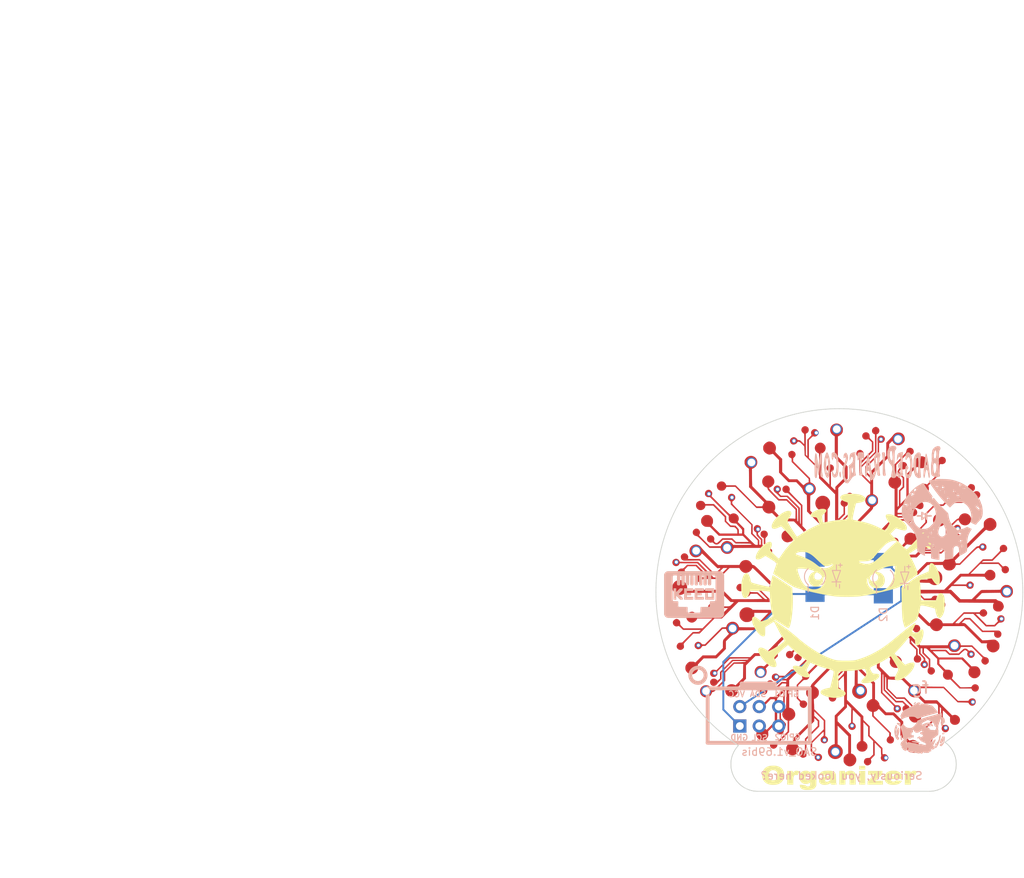
<source format=kicad_pcb>
(kicad_pcb (version 20171130) (host pcbnew "(5.1.10)-1")
  (layers (0 F.Cu signal) (31 B.Cu signal) (34 B.Paste user) (35 F.Paste user) (36 B.SilkS user) (37 F.SilkS user) (38 B.Mask user) (39 F.Mask user) (44 Edge.Cuts user))
  (net 0 "")
  (net 1 GND)
  (net 2 VCC)
  (net 3 "Net-(X1-Pad5)")
  (net 4 "Net-(X1-Pad6)")
  (net 5 "Net-(X1-Pad3)")
  (net 6 "Net-(X1-Pad4)")
  (module "Bsides-KC-2021-SAO-SVG2Shenzen v2_00:F.SilkS_g4922" (layer F.Cu) (at 88.05 93.4)
    (fp_text reference G*** hide)
    (fp_text value LOGO hide)
  )
  (module BadgePirate:LED_Osram_Lx_P47F_D2mm_ReverseMount_MaskNoHole (layer B.Cu) (at 112.56134 74.13498 90)
    (fp_text reference D2 (at -4.7498 0 90) (layer B.SilkS) (effects (justify mirror)))
    (fp_text value LED)
    (pad 1 smd rect (at -2.3 0 90) (size 2 2.5) (layers B.Cu) (net 1 GND))
    (pad 2 smd rect (at 2.3 0 90) (size 2 2.5) (layers B.Cu) (net 2 VCC))
  )
  (module BadgePirate:LED_Osram_Lx_P47F_D2mm_ReverseMount_MaskNoHole (layer B.Cu) (at 103.63962 73.93432 90)
    (fp_text reference D1 (at -4.7498 0 90) (layer B.SilkS) (effects (justify mirror)))
    (fp_text value LED)
    (pad 1 smd rect (at -2.3 0 90) (size 2 2.5) (layers B.Cu) (net 1 GND))
    (pad 2 smd rect (at 2.3 0 90) (size 2 2.5) (layers B.Cu) (net 2 VCC))
  )
  (module BadgePirateLogos:FG_10x10_BSILK (layer F.Cu) (at 117.35 93.5)
    (fp_text reference G*** hide)
    (fp_text value fg (at 0 -5.08) (layer B.SilkS) (effects (font (size 1.54 1.54) (thickness 0.25)) (justify mirror)))
  )
  (module BadgePirateLogos:NG_BSilk (layer F.Cu) (at 87.74938 76.05014)
    (fp_text reference G*** hide)
    (fp_text value NG_BSilk hide)
  )
  (module BadgePirateLogos:BadgePiratesURL_BSLK (layer F.Cu) (at 111.79302 59.99734)
    (fp_text reference G*** hide)
    (fp_text value LOGO hide)
  )
  (module BadgePirateLogos:BPSkull_Distressed_10x10_BSILK (layer F.Cu) (at 120.2309 66.4464)
    (fp_text reference G*** hide)
    (fp_text value "BP Logo" hide)
  )
  (module BadgePiratesFootprints:Badgelife-SAOv169-BADGE-2x3_Back (layer F.Cu) (at 95.96628 92.2655)
    (fp_text reference X1 hide)
    (fp_text value SAO_v1.69bis (at 3.01498 4.5593) (layer B.SilkS) (effects (justify mirror)))
    (fp_text user VCC (at -2.5654 -2.9718) (layer B.SilkS) (effects (font (size 0.75 0.75)) (justify mirror)))
    (fp_text user GND (at -2.2225 2.68478) (layer B.SilkS) (effects (font (size 0.75 0.75)) (justify mirror)))
    (fp_text user SDA (at 0.2286 -2.9972) (layer B.SilkS) (effects (font (size 0.75 0.75)) (justify mirror)))
    (fp_text user SCL (at 0.4445 2.7178) (layer B.SilkS) (effects (font (size 0.75 0.75)) (justify mirror)))
    (fp_text user GPIO2 (at 4.0894 2.6416) (layer B.SilkS) (effects (font (size 0.75 0.75)) (justify mirror)))
    (fp_text user GPIO1 (at 3.9116 -2.9972) (layer B.SilkS) (effects (font (size 0.75 0.75)) (justify mirror)))
    (pad 5 thru_hole circle (at 2.9302 -1.3516 270) (size 1.7272 1.7272) (drill 1.016) (layers *.Cu *.Mask) (net 3 "Net-(X1-Pad5)"))
    (pad 6 thru_hole circle (at 2.9302 1.1884 270) (size 1.7272 1.7272) (drill 1.016) (layers *.Cu *.Mask) (net 4 "Net-(X1-Pad6)"))
    (pad 3 thru_hole oval (at 0.3902 -1.3516 270) (size 1.7272 1.7272) (drill 1.016) (layers *.Cu *.Mask) (net 5 "Net-(X1-Pad3)"))
    (pad 4 thru_hole oval (at 0.3902 1.1884 270) (size 1.7272 1.7272) (drill 1.016) (layers *.Cu *.Mask) (net 6 "Net-(X1-Pad4)"))
    (pad 1 thru_hole oval (at -2.1498 -1.3516 270) (size 1.7272 1.7272) (drill 1.016) (layers *.Cu *.Mask) (net 2 VCC))
    (pad 2 thru_hole rect (at -2.1498 1.1884 270) (size 1.7272 1.7272) (drill 1.016) (layers *.Cu *.Mask) (net 1 GND))
  )
  (module LOGO (layer F.Cu) (at 0 0)
    (fp_text reference G*** hide)
    (fp_text value LOGO hide)
  )
  (module LOGO (layer F.Cu) (at 0 0)
    (fp_text reference G*** hide)
    (fp_text value LOGO hide)
  )
  (module LOGO (layer F.Cu) (at 88.01608 93.3704)
    (fp_text reference G*** hide)
    (fp_text value LOGO hide)
    (fp_poly (pts (xy 20.213772 -30.387268) (xy 20.275646 -30.372722) (xy 20.342063 -30.350249) (xy 20.400586 -30.324995) (xy 20.438774 -30.302106) (xy 20.4468 -30.290871) (xy 20.426811 -30.286321) (xy 20.372006 -30.281939) (xy 20.289899 -30.278132) (xy 20.188008 -30.275306) (xy 20.145175 -30.274567) (xy 20.027171 -30.273019) (xy 19.946161 -30.272878) (xy 19.896812 -30.27491) (xy 19.87379 -30.279882) (xy 19.87176 -30.28856) (xy 19.885389 -30.301711) (xy 19.89654 -30.310304) (xy 19.984941 -30.357205) (xy 20.092218 -30.385283) (xy 20.197186 -30.3894) (xy 20.213772 -30.387268)) (layer F.Cu) (width 0.01))
    (fp_poly (pts (xy 9.681401 -37.090728) (xy 9.862971 -37.067249) (xy 10.0326 -37.005875) (xy 10.185074 -36.910509) (xy 10.315175 -36.785053) (xy 10.417688 -36.633408) (xy 10.476224 -36.49618) (xy 10.513335 -36.328559) (xy 10.513529 -36.158277) (xy 10.47668 -35.977168) (xy 10.467865 -35.948298) (xy 10.442527 -35.86565) (xy 10.42984 -35.811062) (xy 10.428873 -35.7725) (xy 10.438695 -35.737928) (xy 10.449681 -35.713455) (xy 10.473613 -35.680172) (xy 10.523961 -35.622434) (xy 10.596344 -35.544836) (xy 10.686384 -35.451972) (xy 10.789702 -35.348436) (xy 10.901918 -35.238823) (xy 10.903816 -35.236993) (xy 11.324167 -34.831725) (xy 11.324167 -33.114905) (xy 11.805877 -32.633536) (xy 12.287588 -32.152166) (xy 13.303731 -32.152166) (xy 13.652741 -31.801485) (xy 13.755261 -31.69916) (xy 13.851035 -31.604847) (xy 13.934992 -31.523442) (xy 14.002059 -31.459838) (xy 14.047166 -31.418928) (xy 14.060372 -31.408166) (xy 14.118994 -31.365528) (xy 14.240289 -31.470385) (xy 14.387275 -31.58722) (xy 14.519106 -31.669606) (xy 14.640624 -31.720404) (xy 14.681788 -31.731289) (xy 14.7955 -31.756736) (xy 14.7955 -32.205234) (xy 12.573 -34.427432) (xy 12.572767 -34.596841) (xy 12.570978 -34.689591) (xy 12.566478 -34.776622) (xy 12.560197 -34.840597) (xy 12.559426 -34.845552) (xy 12.545082 -34.900078) (xy 12.516261 -34.92903) (xy 12.467606 -34.946048) (xy 12.345374 -34.997138) (xy 12.251665 -35.077628) (xy 12.185494 -35.188879) (xy 12.145878 -35.332247) (xy 12.136913 -35.40245) (xy 12.133461 -35.514737) (xy 12.150536 -35.600544) (xy 12.193467 -35.672903) (xy 12.267583 -35.744847) (xy 12.28163 -35.756337) (xy 12.408147 -35.834404) (xy 12.54064 -35.872354) (xy 12.674087 -35.870197) (xy 12.803465 -35.827946) (xy 12.913303 -35.754772) (xy 13.007351 -35.648977) (xy 13.063669 -35.526435) (xy 13.080535 -35.405862) (xy 13.070642 -35.30215) (xy 13.036614 -35.209106) (xy 12.973474 -35.11688) (xy 12.889972 -35.028666) (xy 12.7635 -34.907197) (xy 12.7635 -34.5124) (xy 14.96213 -32.310916) (xy 14.984936 -32.03652) (xy 14.994604 -31.932856) (xy 15.004794 -31.844878) (xy 15.014389 -31.780971) (xy 15.022272 -31.749522) (xy 15.02333 -31.748036) (xy 15.051975 -31.733386) (xy 15.104496 -31.713982) (xy 15.123584 -31.707875) (xy 15.283144 -31.637281) (xy 15.426178 -31.531582) (xy 15.547449 -31.39647) (xy 15.641721 -31.23764) (xy 15.698061 -31.08325) (xy 15.720226 -30.963852) (xy 15.71926 -30.847842) (xy 15.693516 -30.725828) (xy 15.641347 -30.588416) (xy 15.593941 -30.489258) (xy 15.5104 -30.366823) (xy 15.391937 -30.254566) (xy 15.245703 -30.15795) (xy 15.078845 -30.082436) (xy 15.047341 -30.071562) (xy 15.033566 -30.063213) (xy 15.021987 -30.045754) (xy 15.012418 -30.015821) (xy 15.004674 -29.970048) (xy 14.99857 -29.905071) (xy 14.993921 -29.817524) (xy 14.99054 -29.704043) (xy 14.988243 -29.561263) (xy 14.986845 -29.385817) (xy 14.98616 -29.174343) (xy 14.986 -28.957675) (xy 14.986 -28.055091) (xy 15.112093 -27.930315) (xy 15.238185 -27.805538) (xy 15.166207 -27.725867) (xy 15.115695 -27.664254) (xy 15.072749 -27.602351) (xy 15.060737 -27.581431) (xy 15.03706 -27.538193) (xy 15.022911 -27.517078) (xy 15.02212 -27.516666) (xy 15.006208 -27.530821) (xy 14.965861 -27.569773) (xy 14.906449 -27.628258) (xy 14.833342 -27.701012) (xy 14.798124 -27.736284) (xy 14.579254 -27.955902) (xy 14.576088 -28.990409) (xy 14.574916 -29.233065) (xy 14.572996 -29.450151) (xy 14.570387 -29.639069) (xy 14.567147 -29.797223) (xy 14.563334 -29.922014) (xy 14.559006 -30.010845) (xy 14.554222 -30.061118) (xy 14.551919 -30.070504) (xy 14.524996 -30.105068) (xy 14.473695 -30.153525) (xy 14.408629 -30.20594) (xy 14.402127 -30.210757) (xy 14.268409 -30.333324) (xy 14.156149 -30.485214) (xy 14.072692 -30.655838) (xy 14.052669 -30.71463) (xy 14.029655 -30.78405) (xy 14.003147 -30.847488) (xy 13.969478 -30.909825) (xy 13.924983 -30.97594) (xy 13.865994 -31.050712) (xy 13.788847 -31.13902) (xy 13.689874 -31.245744) (xy 13.565412 -31.375763) (xy 13.523059 -31.419521) (xy 13.161599 -31.792333) (xy 12.650341 -31.792507) (xy 12.139084 -31.79268) (xy 10.922 -33.037704) (xy 10.92118 -33.859644) (xy 10.920359 -34.681583) (xy 10.524305 -35.089463) (xy 10.12825 -35.497342) (xy 9.937899 -35.444004) (xy 9.806493 -35.410446) (xy 9.701889 -35.393828) (xy 9.61172 -35.395037) (xy 9.523614 -35.414962) (xy 9.425204 -35.454493) (xy 9.361169 -35.485431) (xy 9.190115 -35.587434) (xy 9.055496 -35.705255) (xy 8.953069 -35.842979) (xy 8.915091 -35.915217) (xy 8.888021 -35.978452) (xy 8.871144 -36.036369) (xy 8.862147 -36.102537) (xy 8.858716 -36.190526) (xy 8.858364 -36.247916) (xy 8.859542 -36.350175) (xy 8.864824 -36.423555) (xy 8.876639 -36.481477) (xy 8.897412 -36.537363) (xy 8.919039 -36.583385) (xy 9.007941 -36.722239) (xy 9.130212 -36.851112) (xy 9.276917 -36.961487) (xy 9.371511 -37.014579) (xy 9.457437 -37.054893) (xy 9.523521 -37.078298) (xy 9.586646 -37.088942) (xy 9.663696 -37.090975) (xy 9.681401 -37.090728)) (layer F.Cu) (width 0.01))
    (fp_poly (pts (xy 7.317112 -35.215133) (xy 7.49519 -35.182148) (xy 7.655014 -35.114605) (xy 7.793789 -35.017353) (xy 7.908722 -34.895242) (xy 7.997017 -34.753124) (xy 8.05588 -34.59585) (xy 8.082515 -34.428268) (xy 8.074128 -34.255231) (xy 8.027925 -34.081589) (xy 8.003424 -34.023957) (xy 7.91326 -33.87541) (xy 7.790933 -33.748855) (xy 7.633335 -33.64134) (xy 7.559996 -33.603137) (xy 7.387167 -33.519524) (xy 7.387167 -32.743976) (xy 7.387571 -32.547996) (xy 7.388719 -32.349113) (xy 7.390513 -32.155307) (xy 7.392854 -31.974556) (xy 7.395643 -31.814839) (xy 7.398784 -31.684135) (xy 7.401034 -31.616818) (xy 7.414901 -31.265208) (xy 8.343017 -30.316979) (xy 9.271132 -29.36875) (xy 9.530358 -29.355276) (xy 9.700876 -29.341098) (xy 9.839386 -29.316375) (xy 9.95551 -29.27824) (xy 10.058873 -29.223828) (xy 10.123451 -29.178621) (xy 10.249238 -29.056866) (xy 10.341429 -28.909651) (xy 10.399717 -28.737671) (xy 10.423792 -28.541621) (xy 10.424474 -28.500604) (xy 10.422358 -28.397412) (xy 10.413796 -28.319253) (xy 10.395679 -28.248955) (xy 10.364894 -28.169351) (xy 10.36414 -28.167575) (xy 10.303697 -28.025358) (xy 10.590512 -27.726478) (xy 10.877326 -27.427599) (xy 10.748823 -27.308091) (xy 10.688138 -27.252449) (xy 10.639361 -27.209202) (xy 10.610648 -27.185529) (xy 10.607048 -27.183268) (xy 10.588724 -27.195892) (xy 10.545389 -27.234202) (xy 10.481776 -27.293756) (xy 10.402613 -27.370112) (xy 10.312632 -27.458829) (xy 10.297514 -27.473907) (xy 10.00125 -27.769861) (xy 9.867073 -27.72793) (xy 9.685845 -27.691889) (xy 9.506508 -27.694649) (xy 9.334433 -27.733432) (xy 9.17499 -27.805459) (xy 9.033553 -27.907949) (xy 8.915492 -28.038124) (xy 8.826179 -28.193203) (xy 8.792514 -28.283958) (xy 8.755269 -28.405666) (xy 7.969129 -28.405666) (xy 6.582834 -29.792083) (xy 5.196538 -31.1785) (xy 4.609102 -31.1785) (xy 4.427934 -31.178085) (xy 4.285383 -31.176729) (xy 4.17774 -31.174266) (xy 4.101296 -31.170527) (xy 4.05234 -31.165346) (xy 4.027165 -31.158556) (xy 4.02165 -31.152041) (xy 4.009297 -31.099967) (xy 3.977084 -31.027773) (xy 3.932214 -30.947896) (xy 3.881887 -30.872772) (xy 3.833303 -30.814839) (xy 3.81863 -30.801406) (xy 3.693375 -30.724297) (xy 3.550606 -30.679847) (xy 3.39963 -30.667965) (xy 3.249757 -30.688559) (xy 3.110295 -30.741538) (xy 3.009935 -30.80934) (xy 2.908288 -30.923392) (xy 2.841103 -31.061198) (xy 2.809236 -31.220767) (xy 2.806584 -31.281662) (xy 2.818723 -31.430842) (xy 2.859931 -31.555165) (xy 2.934176 -31.663861) (xy 2.99803 -31.727005) (xy 3.119361 -31.810753) (xy 3.256522 -31.859855) (xy 3.416503 -31.876751) (xy 3.427479 -31.876793) (xy 3.584598 -31.857519) (xy 3.722551 -31.800753) (xy 3.840127 -31.707342) (xy 3.936115 -31.57813) (xy 3.97972 -31.491069) (xy 4.03225 -31.369722) (xy 4.649247 -31.369361) (xy 5.266243 -31.369) (xy 6.631047 -29.993166) (xy 7.995851 -28.617333) (xy 8.345944 -28.617333) (xy 8.465457 -28.618083) (xy 8.571611 -28.620156) (xy 8.656521 -28.623287) (xy 8.712305 -28.627214) (xy 8.729519 -28.630181) (xy 8.758003 -28.659702) (xy 8.763 -28.682083) (xy 8.772262 -28.715943) (xy 8.797377 -28.777896) (xy 8.834338 -28.858648) (xy 8.872297 -28.935562) (xy 8.981595 -29.149987) (xy 7.993881 -30.137869) (xy 7.006167 -31.12575) (xy 7.004057 -32.300417) (xy 7.003408 -32.520957) (xy 7.002307 -32.729843) (xy 7.000808 -32.923045) (xy 6.998964 -33.096534) (xy 6.996831 -33.246281) (xy 6.994462 -33.368254) (xy 6.991911 -33.458425) (xy 6.989234 -33.512764) (xy 6.987552 -33.526626) (xy 6.956028 -33.573567) (xy 6.892138 -33.620592) (xy 6.878537 -33.628079) (xy 6.754548 -33.712977) (xy 6.636991 -33.830152) (xy 6.53528 -33.969652) (xy 6.503996 -34.024091) (xy 6.468162 -34.092996) (xy 6.445045 -34.147013) (xy 6.431861 -34.199095) (xy 6.425825 -34.262192) (xy 6.424154 -34.349258) (xy 6.424084 -34.395833) (xy 6.424945 -34.498227) (xy 6.42913 -34.570802) (xy 6.439038 -34.626061) (xy 6.457068 -34.676509) (xy 6.48562 -34.73465) (xy 6.491104 -34.745083) (xy 6.597246 -34.90433) (xy 6.729676 -35.034008) (xy 6.883425 -35.131288) (xy 7.053524 -35.193344) (xy 7.235006 -35.217348) (xy 7.317112 -35.215133)) (layer F.Cu) (width 0.01))
    (fp_poly (pts (xy 28.144221 -36.260942) (xy 28.26777 -36.209412) (xy 28.371347 -36.130131) (xy 28.447915 -36.028357) (xy 28.488222 -35.92046) (xy 28.508338 -35.791605) (xy 28.504865 -35.688955) (xy 28.475614 -35.602189) (xy 28.418398 -35.520987) (xy 28.399077 -35.499937) (xy 28.28308 -35.406685) (xy 28.152462 -35.352072) (xy 28.011235 -35.336727) (xy 27.863414 -35.36128) (xy 27.762906 -35.400258) (xy 27.638729 -35.459577) (xy 26.932115 -34.753198) (xy 26.2255 -34.04682) (xy 26.2255 -32.606359) (xy 26.393375 -32.525891) (xy 26.561988 -32.424625) (xy 26.696779 -32.298328) (xy 26.7988 -32.145976) (xy 26.814356 -32.114449) (xy 26.840687 -32.053496) (xy 26.857411 -31.997974) (xy 26.866638 -31.935107) (xy 26.870475 -31.852121) (xy 26.871084 -31.770721) (xy 26.870179 -31.667779) (xy 26.865799 -31.594074) (xy 26.855447 -31.536524) (xy 26.836625 -31.482045) (xy 26.806834 -31.417552) (xy 26.801645 -31.406976) (xy 26.719676 -31.277062) (xy 26.609756 -31.154741) (xy 26.485653 -31.054775) (xy 26.45554 -31.035899) (xy 26.394834 -31.000039) (xy 26.395704 -28.522083) (xy 26.489706 -28.627916) (xy 26.583707 -28.73375) (xy 26.58452 -29.718345) (xy 26.585334 -30.70294) (xy 26.82875 -30.945666) (xy 27.072167 -31.188393) (xy 27.072167 -32.325143) (xy 26.742566 -32.66728) (xy 26.412964 -33.009416) (xy 26.426578 -33.136416) (xy 26.46167 -33.300574) (xy 26.528067 -33.442404) (xy 26.594459 -33.528) (xy 26.656886 -33.599612) (xy 26.692125 -33.661592) (xy 26.705581 -33.72987) (xy 26.702661 -33.820375) (xy 26.700728 -33.841129) (xy 26.697577 -33.982939) (xy 26.721108 -34.09971) (xy 26.774191 -34.201404) (xy 26.821125 -34.259007) (xy 26.926909 -34.345869) (xy 27.04617 -34.397431) (xy 27.171599 -34.414588) (xy 27.29589 -34.398235) (xy 27.411734 -34.349267) (xy 27.511824 -34.268578) (xy 27.584522 -34.165548) (xy 27.633797 -34.030206) (xy 27.642073 -33.895473) (xy 27.610024 -33.766319) (xy 27.53832 -33.647713) (xy 27.510302 -33.616103) (xy 27.397206 -33.522758) (xy 27.274531 -33.470161) (xy 27.139406 -33.457501) (xy 27.016223 -33.476621) (xy 26.942918 -33.493977) (xy 26.896773 -33.499713) (xy 26.864054 -33.493146) (xy 26.831025 -33.473592) (xy 26.821597 -33.466942) (xy 26.750968 -33.403233) (xy 26.683746 -33.320549) (xy 26.63457 -33.237465) (xy 26.627517 -33.220688) (xy 26.618244 -33.173195) (xy 26.62698 -33.119892) (xy 26.65623 -33.056922) (xy 26.7085 -32.980429) (xy 26.786295 -32.886556) (xy 26.892121 -32.771448) (xy 26.975521 -32.685054) (xy 27.262667 -32.391509) (xy 27.262667 -31.103726) (xy 27.01925 -30.861) (xy 26.775834 -30.618274) (xy 26.775834 -28.928872) (xy 27.166384 -29.328728) (xy 27.556935 -29.728583) (xy 27.558626 -31.27375) (xy 27.560318 -32.818916) (xy 28.046681 -33.316333) (xy 28.169194 -33.441989) (xy 28.286722 -33.563203) (xy 28.394771 -33.675292) (xy 28.488852 -33.773574) (xy 28.564471 -33.853364) (xy 28.617138 -33.909979) (xy 28.633397 -33.928061) (xy 28.73375 -34.042372) (xy 28.73375 -34.330228) (xy 28.734478 -34.45053) (xy 28.737471 -34.538189) (xy 28.743942 -34.602881) (xy 28.755102 -34.654284) (xy 28.772165 -34.702074) (xy 28.783652 -34.728441) (xy 28.861436 -34.853423) (xy 28.972077 -34.965997) (xy 29.106504 -35.059618) (xy 29.255649 -35.127744) (xy 29.38153 -35.159825) (xy 29.518431 -35.167763) (xy 29.668973 -35.153702) (xy 29.812414 -35.120339) (xy 29.880119 -35.095024) (xy 30.013265 -35.014191) (xy 30.121931 -34.904007) (xy 30.204614 -34.770679) (xy 30.259809 -34.620412) (xy 30.286012 -34.459413) (xy 30.281718 -34.293887) (xy 30.245424 -34.13004) (xy 30.175624 -33.974078) (xy 30.158613 -33.946105) (xy 30.052521 -33.817317) (xy 29.919182 -33.715582) (xy 29.766497 -33.644354) (xy 29.602367 -33.607087) (xy 29.434693 -33.607238) (xy 29.396672 -33.612891) (xy 29.267181 -33.646242) (xy 29.136772 -33.697437) (xy 29.024755 -33.758583) (xy 29.002768 -33.773851) (xy 28.987619 -33.783809) (xy 28.972091 -33.78785) (xy 28.95243 -33.782947) (xy 28.924883 -33.766076) (xy 28.885696 -33.73421) (xy 28.831118 -33.684324) (xy 28.757395 -33.613391) (xy 28.660773 -33.518386) (xy 28.550775 -33.409443) (xy 28.434055 -33.292992) (xy 28.319005 -33.176857) (xy 28.211622 -33.067194) (xy 28.117907 -32.970159) (xy 28.043859 -32.891908) (xy 28.004355 -32.848709) (xy 27.861446 -32.688001) (xy 27.845896 -32.300025) (xy 27.843043 -32.198352) (xy 27.841019 -32.060606) (xy 27.839825 -31.893041) (xy 27.839461 -31.701907) (xy 27.839928 -31.493459) (xy 27.841226 -31.273948) (xy 27.843356 -31.049627) (xy 27.845819 -30.859907) (xy 27.861291 -29.807765) (xy 28.107021 -29.797178) (xy 28.35275 -29.786591) (xy 28.778068 -30.209173) (xy 29.203386 -30.631754) (xy 29.193952 -30.836335) (xy 29.196028 -31.001356) (xy 29.220883 -31.137679) (xy 29.271246 -31.253889) (xy 29.349847 -31.358573) (xy 29.365084 -31.374681) (xy 29.495787 -31.48118) (xy 29.641437 -31.548689) (xy 29.799099 -31.576592) (xy 29.965838 -31.564269) (xy 30.094865 -31.528337) (xy 30.24948 -31.472029) (xy 30.772198 -31.979887) (xy 30.905344 -32.109486) (xy 31.037471 -32.238536) (xy 31.163272 -32.361819) (xy 31.27744 -32.474121) (xy 31.374669 -32.570226) (xy 31.449651 -32.644919) (xy 31.479006 -32.674497) (xy 31.663095 -32.86125) (xy 31.669506 -33.48928) (xy 31.675917 -34.117309) (xy 31.74733 -34.218576) (xy 31.818743 -34.319842) (xy 31.784267 -34.416046) (xy 31.755613 -34.544901) (xy 31.756586 -34.677747) (xy 31.785191 -34.803444) (xy 31.839434 -34.910855) (xy 31.881712 -34.960249) (xy 31.979424 -35.037236) (xy 32.079887 -35.07985) (xy 32.198189 -35.094215) (xy 32.212199 -35.094333) (xy 32.357199 -35.075408) (xy 32.48199 -35.021219) (xy 32.582434 -34.935644) (xy 32.654396 -34.822563) (xy 32.693741 -34.685852) (xy 32.698747 -34.638064) (xy 32.691416 -34.500563) (xy 32.648935 -34.384748) (xy 32.569207 -34.285857) (xy 32.528701 -34.251721) (xy 32.396899 -34.173413) (xy 32.259566 -34.135787) (xy 32.119742 -34.139604) (xy 32.098128 -34.143935) (xy 32.029809 -34.157693) (xy 31.988417 -34.159262) (xy 31.959914 -34.147126) (xy 31.936983 -34.126557) (xy 31.915024 -34.09938) (xy 31.897409 -34.063375) (xy 31.883674 -34.013968) (xy 31.873353 -33.946585) (xy 31.865983 -33.856654) (xy 31.861098 -33.739602) (xy 31.858233 -33.590854) (xy 31.856923 -33.405838) (xy 31.856755 -33.337385) (xy 31.855834 -32.776353) (xy 31.127757 -32.048506) (xy 30.399681 -31.320659) (xy 30.44222 -31.201954) (xy 30.479047 -31.051508) (xy 30.487339 -30.894906) (xy 30.467307 -30.74594) (xy 30.433738 -30.647338) (xy 30.346644 -30.502377) (xy 30.235411 -30.39041) (xy 30.103949 -30.312722) (xy 29.956168 -30.270601) (xy 29.795977 -30.265332) (xy 29.627285 -30.2982) (xy 29.509176 -30.343238) (xy 29.392504 -30.396652) (xy 28.945585 -29.951492) (xy 28.498666 -29.506333) (xy 27.758473 -29.506333) (xy 27.143051 -28.887208) (xy 27.007323 -28.750029) (xy 26.878708 -28.61883) (xy 26.760807 -28.497373) (xy 26.65722 -28.389418) (xy 26.571549 -28.298728) (xy 26.507392 -28.229063) (xy 26.468352 -28.184184) (xy 26.461231 -28.174949) (xy 26.42599 -28.121128) (xy 26.405982 -28.073324) (xy 26.397001 -28.015775) (xy 26.394838 -27.932719) (xy 26.394834 -27.926241) (xy 26.394834 -27.770666) (xy 26.954429 -27.770666) (xy 27.378423 -28.191598) (xy 27.802417 -28.612529) (xy 28.278667 -28.623053) (xy 28.418275 -28.626762) (xy 28.545054 -28.631312) (xy 28.652394 -28.636369) (xy 28.733688 -28.641602) (xy 28.782327 -28.646678) (xy 28.791959 -28.648886) (xy 28.822041 -28.683611) (xy 28.829 -28.732634) (xy 28.838485 -28.786788) (xy 28.863258 -28.86106) (xy 28.89526 -28.933669) (xy 28.948028 -29.02471) (xy 29.004968 -29.088544) (xy 29.056092 -29.126242) (xy 29.191323 -29.191262) (xy 29.324305 -29.217349) (xy 29.449934 -29.207234) (xy 29.563109 -29.163647) (xy 29.658726 -29.089318) (xy 29.731683 -28.986978) (xy 29.776877 -28.859357) (xy 29.789652 -28.73375) (xy 29.772461 -28.585063) (xy 29.722345 -28.459155) (xy 29.64149 -28.359232) (xy 29.532083 -28.288501) (xy 29.470735 -28.266054) (xy 29.372579 -28.246429) (xy 29.280571 -28.250136) (xy 29.182814 -28.279303) (xy 29.067409 -28.336057) (xy 29.061834 -28.339168) (xy 28.92425 -28.41625) (xy 27.861088 -28.42943) (xy 27.450752 -28.004805) (xy 27.040417 -27.580179) (xy 26.717625 -27.580173) (xy 26.394834 -27.580166) (xy 26.394834 -27.347333) (xy 27.033063 -27.347333) (xy 27.301062 -27.613974) (xy 27.39212 -27.70291) (xy 27.477345 -27.783098) (xy 27.550495 -27.848896) (xy 27.605334 -27.894666) (xy 27.632086 -27.913207) (xy 27.684633 -27.931138) (xy 27.762946 -27.947349) (xy 27.850489 -27.95845) (xy 27.854376 -27.958774) (xy 27.936719 -27.96671) (xy 27.987327 -27.97659) (xy 28.016751 -27.992386) (xy 28.035538 -28.01807) (xy 28.041039 -28.029049) (xy 28.095948 -28.110004) (xy 28.177302 -28.189278) (xy 28.270909 -28.253329) (xy 28.28256 -28.259486) (xy 28.417538 -28.307851) (xy 28.548563 -28.317216) (xy 28.670343 -28.290891) (xy 28.777586 -28.232188) (xy 28.864999 -28.14442) (xy 28.927293 -28.030897) (xy 28.959174 -27.89493) (xy 28.962226 -27.834166) (xy 28.946162 -27.69083) (xy 28.896643 -27.571308) (xy 28.811673 -27.47109) (xy 28.795615 -27.457335) (xy 28.681413 -27.388484) (xy 28.556648 -27.356572) (xy 28.428413 -27.360061) (xy 28.303801 -27.397414) (xy 28.189904 -27.467094) (xy 28.093816 -27.567564) (xy 28.061752 -27.616379) (xy 28.01685 -27.686646) (xy 27.978709 -27.727328) (xy 27.937577 -27.747817) (xy 27.921118 -27.751866) (xy 27.860906 -27.757584) (xy 27.799548 -27.748011) (xy 27.733124 -27.720445) (xy 27.657717 -27.672186) (xy 27.569409 -27.600533) (xy 27.46428 -27.502786) (xy 27.338412 -27.376242) (xy 27.264603 -27.29936) (xy 27.128957 -27.156833) (xy 26.77777 -27.156973) (xy 26.64609 -27.15745) (xy 26.549562 -27.159262) (xy 26.48101 -27.163161) (xy 26.433258 -27.169899) (xy 26.399128 -27.180229) (xy 26.371445 -27.194901) (xy 26.363084 -27.200426) (xy 26.312092 -27.231943) (xy 26.238779 -27.27338) (xy 26.158777 -27.315908) (xy 26.156709 -27.316969) (xy 26.013834 -27.390199) (xy 26.013834 -30.916497) (xy 25.902709 -30.944312) (xy 25.710943 -31.010809) (xy 25.54687 -31.105788) (xy 25.412799 -31.2263) (xy 25.311039 -31.369398) (xy 25.243899 -31.532133) (xy 25.213687 -31.711556) (xy 25.214087 -31.823561) (xy 25.246018 -32.00655) (xy 25.315418 -32.173656) (xy 25.419225 -32.321213) (xy 25.554378 -32.445554) (xy 25.717813 -32.543013) (xy 25.860375 -32.597245) (xy 26.013834 -32.643123) (xy 26.013834 -34.105156) (xy 26.717625 -34.817566) (xy 26.862018 -34.964289) (xy 26.998987 -35.104543) (xy 27.125277 -35.23492) (xy 27.237634 -35.352011) (xy 27.332801 -35.452406) (xy 27.407523 -35.532695) (xy 27.458547 -35.589469) (xy 27.481497 -35.617619) (xy 27.530533 -35.714523) (xy 27.557661 -35.835087) (xy 27.558344 -35.84046) (xy 27.58174 -35.96367) (xy 27.620497 -36.058121) (xy 27.680204 -36.136244) (xy 27.699985 -36.155542) (xy 27.806638 -36.233171) (xy 27.921882 -36.272514) (xy 28.007741 -36.27946) (xy 28.144221 -36.260942)) (layer F.Cu) (width 0.01))
    (fp_poly (pts (xy 19.885275 -27.512308) (xy 19.884408 -27.458158) (xy 19.88076 -27.39743) (xy 19.87077 -27.267609) (xy 19.515696 -26.914381) (xy 19.378098 -26.902834) (xy 19.308176 -26.898549) (xy 19.25864 -26.898534) (xy 19.2405 -26.902617) (xy 19.254655 -26.921242) (xy 19.293576 -26.96343) (xy 19.351944 -27.023927) (xy 19.424445 -27.097481) (xy 19.505759 -27.178837) (xy 19.590572 -27.262742) (xy 19.673564 -27.343943) (xy 19.749421 -27.417186) (xy 19.812824 -27.477218) (xy 19.858456 -27.518786) (xy 19.881001 -27.536636) (xy 19.882375 -27.53682) (xy 19.885275 -27.512308)) (layer F.Cu) (width 0.01))
    (fp_poly (pts (xy 18.590665 -39.43358) (xy 18.742197 -39.38968) (xy 18.859504 -39.328702) (xy 18.977758 -39.237338) (xy 19.08612 -39.125863) (xy 19.173752 -39.00455) (xy 19.200912 -38.954881) (xy 19.230106 -38.89377) (xy 19.248787 -38.844933) (xy 19.258744 -38.796532) (xy 19.261772 -38.736731) (xy 19.25966 -38.653692) (xy 19.256624 -38.586801) (xy 19.249727 -38.474059) (xy 19.239942 -38.39132) (xy 19.224878 -38.326257) (xy 19.202147 -38.266543) (xy 19.189199 -38.23899) (xy 19.114993 -38.124732) (xy 19.008411 -38.012122) (xy 18.878825 -37.909818) (xy 18.750516 -37.83383) (xy 18.6055 -37.760801) (xy 18.6055 -35.104652) (xy 19.2405 -34.469916) (xy 19.8755 -33.835181) (xy 19.8755 -32.247143) (xy 19.261667 -31.633583) (xy 18.647834 -31.020024) (xy 18.647834 -26.977398) (xy 18.997084 -27.326166) (xy 19.346334 -27.674935) (xy 19.346334 -28.573913) (xy 19.277542 -28.609106) (xy 19.155363 -28.686915) (xy 19.060056 -28.779202) (xy 19.009333 -28.857309) (xy 18.971211 -28.982202) (xy 18.970694 -29.112602) (xy 19.005916 -29.238712) (xy 19.075011 -29.350734) (xy 19.110434 -29.388205) (xy 19.176207 -29.449993) (xy 19.287728 -29.389269) (xy 19.35406 -29.357893) (xy 19.447556 -29.319827) (xy 19.554762 -29.280319) (xy 19.642667 -29.250783) (xy 19.886084 -29.173021) (xy 19.892188 -29.015892) (xy 19.89401 -28.932268) (xy 19.889133 -28.875919) (xy 19.873961 -28.831902) (xy 19.8449 -28.785273) (xy 19.832543 -28.767998) (xy 19.750029 -28.683035) (xy 19.651813 -28.626383) (xy 19.536834 -28.575534) (xy 19.536834 -27.569102) (xy 19.189962 -27.222709) (xy 18.843091 -26.876315) (xy 18.644921 -26.858553) (xy 18.543442 -26.848983) (xy 18.445022 -26.838897) (xy 18.366278 -26.830023) (xy 18.346209 -26.827493) (xy 18.245667 -26.814194) (xy 18.245667 -30.19441) (xy 17.197917 -31.242) (xy 16.150167 -32.289589) (xy 16.150167 -33.390242) (xy 14.270277 -35.27425) (xy 14.249236 -35.864451) (xy 14.228195 -36.454651) (xy 14.009139 -36.675084) (xy 13.9208 -36.762227) (xy 13.832636 -36.846148) (xy 13.753696 -36.918427) (xy 13.693031 -36.970642) (xy 13.682537 -36.978988) (xy 13.573558 -37.049138) (xy 13.477157 -37.081562) (xy 13.395103 -37.076241) (xy 13.329164 -37.033157) (xy 13.294863 -36.98312) (xy 13.212379 -36.867131) (xy 13.101743 -36.779308) (xy 12.969441 -36.723478) (xy 12.821958 -36.703469) (xy 12.821029 -36.703465) (xy 12.739139 -36.708384) (xy 12.663042 -36.721482) (xy 12.628946 -36.73212) (xy 12.551086 -36.783347) (xy 12.477706 -36.864207) (xy 12.415219 -36.963194) (xy 12.37004 -37.068803) (xy 12.348584 -37.169527) (xy 12.351048 -37.230613) (xy 12.396344 -37.364549) (xy 12.474766 -37.480294) (xy 12.579518 -37.572004) (xy 12.703801 -37.633835) (xy 12.840819 -37.659942) (xy 12.850791 -37.660283) (xy 12.956662 -37.644343) (xy 13.066924 -37.596386) (xy 13.169224 -37.523275) (xy 13.244258 -37.441668) (xy 13.301443 -37.364831) (xy 13.343138 -37.316087) (xy 13.378417 -37.289048) (xy 13.416354 -37.277331) (xy 13.466022 -37.274548) (xy 13.481789 -37.2745) (xy 13.557352 -37.26987) (xy 13.625112 -37.258206) (xy 13.645209 -37.252081) (xy 13.679487 -37.230078) (xy 13.737112 -37.18333) (xy 13.811807 -37.117337) (xy 13.897297 -37.037598) (xy 13.964087 -36.972707) (xy 14.224 -36.715752) (xy 14.221496 -37.360251) (xy 14.220437 -37.523893) (xy 14.218651 -37.675973) (xy 14.216267 -37.810738) (xy 14.213415 -37.922435) (xy 14.210226 -38.005311) (xy 14.206829 -38.053613) (xy 14.205621 -38.061265) (xy 14.174342 -38.114795) (xy 14.106684 -38.174306) (xy 14.086551 -38.188265) (xy 13.979673 -38.280315) (xy 13.900147 -38.391962) (xy 13.853371 -38.51403) (xy 13.843 -38.602452) (xy 13.862913 -38.744507) (xy 13.920338 -38.870516) (xy 14.011803 -38.97504) (xy 14.128768 -39.050286) (xy 14.251323 -39.087282) (xy 14.377696 -39.089584) (xy 14.499872 -39.060527) (xy 14.60984 -39.003446) (xy 14.699585 -38.921677) (xy 14.761095 -38.818556) (xy 14.773402 -38.781968) (xy 14.79779 -38.629486) (xy 14.785111 -38.488562) (xy 14.737192 -38.36377) (xy 14.655858 -38.259682) (xy 14.542935 -38.180871) (xy 14.531066 -38.175071) (xy 14.4145 -38.119926) (xy 14.4145 -35.356253) (xy 14.472709 -35.304058) (xy 14.527769 -35.255545) (xy 14.579499 -35.211233) (xy 14.580261 -35.210595) (xy 14.629605 -35.169327) (xy 14.618517 -37.340303) (xy 14.874048 -37.598443) (xy 14.960125 -37.686701) (xy 15.036733 -37.767694) (xy 15.098357 -37.835399) (xy 15.139482 -37.883794) (xy 15.153465 -37.903612) (xy 15.164185 -37.939747) (xy 15.160466 -37.987299) (xy 15.140936 -38.058247) (xy 15.132999 -38.0823) (xy 15.104233 -38.196104) (xy 15.104232 -38.294359) (xy 15.134038 -38.393509) (xy 15.155568 -38.439126) (xy 15.201873 -38.507704) (xy 15.268431 -38.580421) (xy 15.34211 -38.64475) (xy 15.409772 -38.688166) (xy 15.422401 -38.693611) (xy 15.487053 -38.70744) (xy 15.573895 -38.713039) (xy 15.663773 -38.71038) (xy 15.73753 -38.699437) (xy 15.754854 -38.694084) (xy 15.827581 -38.652074) (xy 15.906257 -38.583842) (xy 15.978397 -38.501276) (xy 16.015835 -38.445611) (xy 16.060235 -38.331983) (xy 16.06802 -38.214106) (xy 16.043694 -38.097803) (xy 15.991759 -37.988895) (xy 15.91672 -37.893203) (xy 15.823079 -37.81655) (xy 15.715339 -37.764756) (xy 15.598005 -37.743645) (xy 15.483113 -37.756943) (xy 15.418371 -37.772429) (xy 15.367189 -37.781509) (xy 15.354334 -37.7825) (xy 15.328746 -37.768297) (xy 15.279089 -37.729) (xy 15.211102 -37.669572) (xy 15.130527 -37.594979) (xy 15.068888 -37.535597) (xy 14.816667 -37.288694) (xy 14.816667 -34.949805) (xy 15.455869 -34.323569) (xy 15.592072 -34.190437) (xy 15.719 -34.066966) (xy 15.833459 -33.956217) (xy 15.932258 -33.861252) (xy 16.012205 -33.785131) (xy 16.070109 -33.730916) (xy 16.102778 -33.701668) (xy 16.108819 -33.697333) (xy 16.117924 -33.71812) (xy 16.126067 -33.778981) (xy 16.133166 -33.877666) (xy 16.13914 -34.011923) (xy 16.143908 -34.179504) (xy 16.147388 -34.378158) (xy 16.149501 -34.605633) (xy 16.150167 -34.84429) (xy 16.150031 -35.034884) (xy 16.149473 -35.187441) (xy 16.148268 -35.306259) (xy 16.146192 -35.395636) (xy 16.143018 -35.459867) (xy 16.138523 -35.50325) (xy 16.132482 -35.530081) (xy 16.124669 -35.544659) (xy 16.114859 -35.551279) (xy 16.113125 -35.551875) (xy 15.964306 -35.619977) (xy 15.830786 -35.721698) (xy 15.721166 -35.848886) (xy 15.644047 -35.993385) (xy 15.642109 -35.998476) (xy 15.607671 -36.139815) (xy 15.602098 -36.292159) (xy 15.624809 -36.439966) (xy 15.662556 -36.543698) (xy 15.746497 -36.672993) (xy 15.860658 -36.787943) (xy 15.99301 -36.876868) (xy 16.019008 -36.889759) (xy 16.161396 -36.935166) (xy 16.316049 -36.948369) (xy 16.468487 -36.929204) (xy 16.567188 -36.895966) (xy 16.662488 -36.838709) (xy 16.76168 -36.754726) (xy 16.852241 -36.656312) (xy 16.921646 -36.555761) (xy 16.930381 -36.539454) (xy 16.987648 -36.383806) (xy 17.005411 -36.225064) (xy 16.985592 -36.068857) (xy 16.930113 -35.920814) (xy 16.840895 -35.786563) (xy 16.719859 -35.671736) (xy 16.610542 -35.60237) (xy 16.51 -35.549489) (xy 16.51 -32.437579) (xy 17.504834 -31.443421) (xy 17.504834 -33.120131) (xy 17.395255 -33.191774) (xy 17.277132 -33.284264) (xy 17.196576 -33.384855) (xy 17.148856 -33.499844) (xy 17.142029 -33.528982) (xy 17.133783 -33.665204) (xy 17.162759 -33.792982) (xy 17.224273 -33.906057) (xy 17.313641 -33.998176) (xy 17.426178 -34.06308) (xy 17.557202 -34.094515) (xy 17.565981 -34.095231) (xy 17.714016 -34.087726) (xy 17.841863 -34.044772) (xy 17.945859 -33.969759) (xy 18.02234 -33.866079) (xy 18.067643 -33.737124) (xy 18.078979 -33.620332) (xy 18.062379 -33.473207) (xy 18.012322 -33.351952) (xy 17.92842 -33.256011) (xy 17.810288 -33.184829) (xy 17.764125 -33.166816) (xy 17.695334 -33.142859) (xy 17.695334 -31.248118) (xy 17.972773 -30.977612) (xy 18.07677 -30.87751) (xy 18.15486 -30.805596) (xy 18.21021 -30.759291) (xy 18.245988 -30.736012) (xy 18.265362 -30.73318) (xy 18.268782 -30.736428) (xy 18.276912 -30.769475) (xy 18.283308 -30.833788) (xy 18.287066 -30.918305) (xy 18.287676 -30.96697) (xy 18.288 -31.16819) (xy 18.901834 -31.78175) (xy 19.515667 -32.395309) (xy 19.515667 -33.637633) (xy 18.8595 -34.306349) (xy 18.203334 -34.975066) (xy 18.203334 -37.772761) (xy 18.057371 -37.86283) (xy 17.89075 -37.986091) (xy 17.760724 -38.126582) (xy 17.668394 -38.282011) (xy 17.614863 -38.450083) (xy 17.601232 -38.628506) (xy 17.619281 -38.774704) (xy 17.677288 -38.959263) (xy 17.768092 -39.117427) (xy 17.890257 -39.247706) (xy 18.042348 -39.348609) (xy 18.222928 -39.418645) (xy 18.245342 -39.424624) (xy 18.417027 -39.44896) (xy 18.590665 -39.43358)) (layer F.Cu) (width 0.01))
    (fp_poly (pts (xy 23.653313 -38.992164) (xy 23.739877 -38.955642) (xy 23.85869 -38.878103) (xy 23.947182 -38.776049) (xy 24.002945 -38.656323) (xy 24.023572 -38.525765) (xy 24.006656 -38.39122) (xy 23.971147 -38.298249) (xy 23.906832 -38.191578) (xy 23.834182 -38.118877) (xy 23.74461 -38.071785) (xy 23.735132 -38.068416) (xy 23.65375 -38.040441) (xy 23.648285 -36.858173) (xy 23.642819 -35.675905) (xy 22.61641 -34.649659) (xy 21.59 -33.623413) (xy 21.59 -33.030314) (xy 22.214417 -32.406166) (xy 22.838834 -31.782019) (xy 22.838834 -32.332595) (xy 22.51075 -32.660166) (xy 22.182667 -32.987738) (xy 22.182667 -33.835125) (xy 22.984236 -34.636486) (xy 23.785804 -35.437846) (xy 23.800959 -36.128631) (xy 23.80582 -36.420015) (xy 23.806696 -36.670723) (xy 23.803574 -36.882223) (xy 23.796439 -37.055985) (xy 23.791654 -37.125559) (xy 23.781595 -37.272341) (xy 23.778815 -37.385725) (xy 23.784547 -37.474212) (xy 23.800023 -37.546303) (xy 23.826478 -37.610499) (xy 23.865143 -37.675301) (xy 23.873086 -37.687088) (xy 23.958968 -37.780151) (xy 24.062456 -37.841033) (xy 24.177039 -37.871644) (xy 24.296201 -37.873895) (xy 24.41343 -37.849696) (xy 24.522211 -37.800957) (xy 24.616031 -37.729586) (xy 24.688376 -37.637496) (xy 24.732733 -37.526595) (xy 24.743715 -37.4318) (xy 24.730328 -37.340583) (xy 24.694625 -37.237076) (xy 24.643933 -37.139213) (xy 24.599764 -37.079503) (xy 24.536765 -37.01771) (xy 24.472661 -36.976059) (xy 24.397 -36.950939) (xy 24.299328 -36.938743) (xy 24.183597 -36.935833) (xy 23.981834 -36.935833) (xy 23.981404 -35.380083) (xy 23.177286 -34.561703) (xy 22.373167 -33.743322) (xy 22.373167 -33.093361) (xy 22.606 -32.86125) (xy 22.838834 -32.629138) (xy 22.838834 -33.136577) (xy 23.886584 -34.184166) (xy 24.934334 -35.231756) (xy 24.934334 -36.942835) (xy 25.268046 -37.283293) (xy 25.377706 -37.397517) (xy 25.488495 -37.517092) (xy 25.592896 -37.633605) (xy 25.683395 -37.738645) (xy 25.752477 -37.823801) (xy 25.761333 -37.835407) (xy 25.880962 -37.983392) (xy 25.992457 -38.095788) (xy 26.1027 -38.176583) (xy 26.218574 -38.229768) (xy 26.346962 -38.259332) (xy 26.494746 -38.269266) (xy 26.509839 -38.269333) (xy 26.706244 -38.253117) (xy 26.877187 -38.203824) (xy 27.024791 -38.120484) (xy 27.151185 -38.002129) (xy 27.18319 -37.962416) (xy 27.265816 -37.822117) (xy 27.32029 -37.66168) (xy 27.345485 -37.491543) (xy 27.340273 -37.322142) (xy 27.303528 -37.163913) (xy 27.276395 -37.099117) (xy 27.189622 -36.965114) (xy 27.06999 -36.842652) (xy 26.926709 -36.738536) (xy 26.76899 -36.659574) (xy 26.622108 -36.615598) (xy 26.470637 -36.606088) (xy 26.315007 -36.634163) (xy 26.161764 -36.696452) (xy 26.01745 -36.789582) (xy 25.888611 -36.91018) (xy 25.787345 -37.04576) (xy 25.710033 -37.171016) (xy 25.5021 -36.963863) (xy 25.294167 -36.756711) (xy 25.294167 -35.083589) (xy 24.246417 -34.036) (xy 23.198667 -32.98841) (xy 23.198667 -30.224952) (xy 23.256875 -30.203213) (xy 23.44332 -30.113903) (xy 23.598465 -29.997326) (xy 23.721077 -29.854548) (xy 23.781986 -29.74975) (xy 23.808676 -29.69252) (xy 23.826421 -29.643026) (xy 23.837034 -29.59018) (xy 23.842325 -29.522892) (xy 23.844108 -29.430073) (xy 23.84425 -29.36875) (xy 23.843111 -29.253204) (xy 23.838813 -29.169634) (xy 23.830031 -29.107719) (xy 23.815442 -29.057141) (xy 23.799453 -29.0195) (xy 23.74214 -28.928201) (xy 23.656927 -28.830199) (xy 23.554666 -28.735825) (xy 23.446212 -28.655411) (xy 23.372192 -28.612844) (xy 23.286377 -28.566026) (xy 23.23369 -28.523458) (xy 23.20689 -28.476639) (xy 23.198736 -28.41707) (xy 23.198667 -28.409155) (xy 23.181695 -28.345414) (xy 23.130646 -28.257517) (xy 23.098125 -28.21214) (xy 23.059509 -28.165341) (xy 22.997245 -28.095727) (xy 22.914785 -28.006779) (xy 22.815581 -27.901976) (xy 22.703085 -27.784797) (xy 22.580748 -27.658723) (xy 22.45202 -27.527233) (xy 22.320355 -27.393807) (xy 22.189203 -27.261924) (xy 22.062017 -27.135064) (xy 21.942247 -27.016708) (xy 21.833344 -26.910333) (xy 21.738762 -26.819421) (xy 21.66195 -26.747452) (xy 21.606361 -26.697903) (xy 21.575447 -26.674256) (xy 21.571179 -26.672734) (xy 21.533616 -26.678339) (xy 21.469273 -26.690262) (xy 21.3995 -26.704388) (xy 21.320364 -26.721186) (xy 21.251856 -26.736012) (xy 21.213566 -26.744573) (xy 21.205491 -26.750005) (xy 21.206294 -26.762388) (xy 21.218106 -26.784103) (xy 21.243058 -26.81753) (xy 21.283283 -26.865047) (xy 21.340912 -26.929036) (xy 21.418076 -27.011876) (xy 21.516908 -27.115947) (xy 21.639538 -27.24363) (xy 21.788098 -27.397303) (xy 21.919837 -27.533127) (xy 22.069116 -27.687159) (xy 22.211559 -27.834651) (xy 22.344014 -27.972307) (xy 22.463334 -28.096829) (xy 22.566367 -28.20492) (xy 22.649963 -28.293283) (xy 22.710974 -28.358622) (xy 22.746248 -28.397638) (xy 22.750101 -28.402191) (xy 22.792633 -28.459258) (xy 22.808118 -28.502147) (xy 22.793612 -28.538844) (xy 22.746173 -28.577338) (xy 22.668996 -28.622255) (xy 22.516333 -28.726842) (xy 22.388243 -28.856777) (xy 22.288399 -29.005644) (xy 22.220475 -29.167023) (xy 22.188144 -29.334495) (xy 22.189461 -29.460215) (xy 22.216746 -29.582287) (xy 22.270793 -29.715595) (xy 22.344489 -29.845988) (xy 22.43072 -29.959313) (xy 22.451404 -29.9813) (xy 22.526697 -30.047155) (xy 22.613271 -30.106702) (xy 22.699371 -30.153158) (xy 22.77324 -30.179741) (xy 22.801792 -30.18346) (xy 22.812155 -30.185936) (xy 22.82039 -30.196124) (xy 22.82674 -30.218359) (xy 22.831448 -30.256972) (xy 22.834755 -30.316297) (xy 22.836905 -30.400667) (xy 22.838139 -30.514416) (xy 22.838701 -30.661877) (xy 22.838834 -30.845242) (xy 22.838834 -31.506817) (xy 21.3995 -32.945683) (xy 21.3995 -35.048499) (xy 21.307607 -35.083593) (xy 21.187612 -35.150282) (xy 21.097742 -35.245218) (xy 21.040672 -35.364423) (xy 21.019075 -35.503918) (xy 21.018965 -35.513055) (xy 21.036655 -35.647377) (xy 21.086944 -35.766469) (xy 21.16391 -35.86602) (xy 21.261628 -35.941715) (xy 21.374177 -35.989242) (xy 21.495632 -36.004289) (xy 21.620071 -35.982541) (xy 21.648888 -35.971716) (xy 21.739059 -35.918337) (xy 21.829292 -35.838338) (xy 21.905688 -35.745066) (xy 21.934374 -35.697583) (xy 21.96855 -35.597585) (xy 21.977961 -35.486197) (xy 21.962192 -35.381094) (xy 21.942959 -35.332982) (xy 21.899802 -35.269164) (xy 21.839216 -35.201275) (xy 21.772309 -35.13981) (xy 21.710193 -35.095268) (xy 21.674755 -35.079588) (xy 21.628459 -35.061285) (xy 21.606199 -35.043449) (xy 21.600338 -35.01452) (xy 21.595435 -34.952028) (xy 21.591957 -34.864744) (xy 21.59037 -34.761436) (xy 21.590324 -34.745198) (xy 21.59 -34.470147) (xy 22.32025 -35.200166) (xy 23.0505 -35.930186) (xy 23.0505 -36.994725) (xy 22.867689 -37.167771) (xy 22.772504 -37.257418) (xy 22.701358 -37.321491) (xy 22.647519 -37.363491) (xy 22.604254 -37.386919) (xy 22.564834 -37.395275) (xy 22.522526 -37.392062) (xy 22.470598 -37.380778) (xy 22.462068 -37.378728) (xy 22.293227 -37.352422) (xy 22.147573 -37.360084) (xy 22.026058 -37.401581) (xy 21.958717 -37.448165) (xy 21.86569 -37.554084) (xy 21.809106 -37.671157) (xy 21.786712 -37.793368) (xy 21.796255 -37.914703) (xy 21.835484 -38.029144) (xy 21.902146 -38.130676) (xy 21.993989 -38.213284) (xy 22.108759 -38.27095) (xy 22.244206 -38.29766) (xy 22.277197 -38.298788) (xy 22.41913 -38.281286) (xy 22.539662 -38.227262) (xy 22.638592 -38.136837) (xy 22.697493 -38.047083) (xy 22.720985 -37.993487) (xy 22.73499 -37.932965) (xy 22.741632 -37.852696) (xy 22.743058 -37.771916) (xy 22.743895 -37.69385) (xy 22.748534 -37.632024) (xy 22.760902 -37.579552) (xy 22.784926 -37.529545) (xy 22.824531 -37.475115) (xy 22.883644 -37.409373) (xy 22.966191 -37.325431) (xy 23.038408 -37.253751) (xy 23.241 -37.053086) (xy 23.241 -35.844914) (xy 23.038092 -35.644248) (xy 22.927455 -35.534044) (xy 22.804764 -35.410458) (xy 22.673435 -35.277047) (xy 22.536881 -35.137369) (xy 22.398519 -34.994981) (xy 22.261761 -34.85344) (xy 22.130025 -34.716304) (xy 22.006723 -34.58713) (xy 21.895271 -34.469475) (xy 21.799084 -34.366896) (xy 21.721577 -34.282951) (xy 21.666163 -34.221197) (xy 21.63626 -34.185191) (xy 21.633304 -34.180853) (xy 21.602627 -34.107308) (xy 21.590554 -34.011761) (xy 21.590079 -33.983173) (xy 21.59 -33.856264) (xy 22.521334 -34.787416) (xy 23.452667 -35.718569) (xy 23.452131 -36.872243) (xy 23.451594 -38.025916) (xy 23.320488 -38.089416) (xy 23.236316 -38.135904) (xy 23.177714 -38.185253) (xy 23.129207 -38.250674) (xy 23.126556 -38.25495) (xy 23.074297 -38.376804) (xy 23.060243 -38.503518) (xy 23.081769 -38.628761) (xy 23.136253 -38.746202) (xy 23.22107 -38.849509) (xy 23.333599 -38.932351) (xy 23.424355 -38.973673) (xy 23.512346 -39.000602) (xy 23.582761 -39.007103) (xy 23.653313 -38.992164)) (layer F.Cu) (width 0.01))
    (fp_poly (pts (xy 16.839895 -29.979545) (xy 17.017656 -29.919146) (xy 17.181416 -29.824441) (xy 17.326349 -29.697355) (xy 17.447625 -29.539811) (xy 17.499936 -29.446086) (xy 17.533265 -29.377185) (xy 17.555587 -29.322882) (xy 17.569107 -29.271588) (xy 17.576032 -29.211716) (xy 17.578566 -29.131676) (xy 17.578917 -29.031181) (xy 17.578271 -28.920932) (xy 17.575071 -28.841698) (xy 17.567424 -28.782163) (xy 17.553435 -28.731014) (xy 17.531211 -28.676937) (xy 17.513194 -28.6385) (xy 17.464286 -28.547372) (xy 17.402542 -28.447429) (xy 17.349152 -28.371012) (xy 17.250834 -28.241107) (xy 17.250834 -26.636328) (xy 17.070917 -26.592512) (xy 16.891 -26.548695) (xy 16.891 -27.811762) (xy 16.954329 -27.902339) (xy 16.994478 -27.969376) (xy 17.023755 -28.035607) (xy 17.030889 -28.06086) (xy 17.034097 -28.11199) (xy 17.014884 -28.154235) (xy 16.981767 -28.191156) (xy 16.892959 -28.25103) (xy 16.771275 -28.287422) (xy 16.619224 -28.300087) (xy 16.439318 -28.288776) (xy 16.270501 -28.260977) (xy 16.083918 -28.222832) (xy 15.989483 -28.305958) (xy 15.858832 -28.446963) (xy 15.762989 -28.605332) (xy 15.701055 -28.77586) (xy 15.672131 -28.95334) (xy 15.675318 -29.132567) (xy 15.709717 -29.308333) (xy 15.77443 -29.475434) (xy 15.868557 -29.628662) (xy 15.991199 -29.762812) (xy 16.141457 -29.872678) (xy 16.270898 -29.935678) (xy 16.461688 -29.989735) (xy 16.652963 -30.003716) (xy 16.839895 -29.979545)) (layer F.Cu) (width 0.01))
    (fp_poly (pts (xy 27.910675 -27.403753) (xy 28.025904 -27.35446) (xy 28.129013 -27.273346) (xy 28.213761 -27.159894) (xy 28.226752 -27.135666) (xy 28.257137 -27.037574) (xy 28.263428 -26.92311) (xy 28.245918 -26.810504) (xy 28.220457 -26.744083) (xy 28.140267 -26.629332) (xy 28.036515 -26.54206) (xy 27.916762 -26.485178) (xy 27.788571 -26.461599) (xy 27.659502 -26.474234) (xy 27.586121 -26.4998) (xy 27.522492 -26.53813) (xy 27.450663 -26.595156) (xy 27.401943 -26.64221) (xy 27.307062 -26.744083) (xy 27.130491 -26.751367) (xy 27.043106 -26.755818) (xy 26.9844 -26.763624) (xy 26.940742 -26.779613) (xy 26.898504 -26.808613) (xy 26.849002 -26.851096) (xy 26.744084 -26.94354) (xy 27.28083 -26.945166) (xy 27.314264 -27.060176) (xy 27.371154 -27.190968) (xy 27.453371 -27.293037) (xy 27.554672 -27.365866) (xy 27.668817 -27.408939) (xy 27.789565 -27.42174) (xy 27.910675 -27.403753)) (layer F.Cu) (width 0.01))
    (fp_poly (pts (xy 15.432049 -27.263417) (xy 15.493376 -27.259762) (xy 15.598886 -27.252191) (xy 15.681792 -27.242264) (xy 15.747209 -27.225267) (xy 15.800253 -27.19649) (xy 15.846039 -27.151222) (xy 15.88968 -27.08475) (xy 15.936294 -26.992363) (xy 15.990994 -26.869349) (xy 16.039181 -26.757008) (xy 16.090974 -26.634958) (xy 16.136069 -26.526704) (xy 16.172127 -26.43803) (xy 16.196808 -26.37472) (xy 16.207774 -26.342555) (xy 16.207981 -26.339759) (xy 16.191928 -26.352434) (xy 16.149719 -26.39159) (xy 16.085025 -26.453663) (xy 16.001512 -26.53509) (xy 15.90285 -26.632307) (xy 15.792708 -26.74175) (xy 15.741737 -26.792677) (xy 15.627789 -26.90705) (xy 15.524136 -27.011737) (xy 15.434408 -27.103021) (xy 15.362233 -27.177186) (xy 15.311241 -27.230514) (xy 15.28506 -27.259289) (xy 15.282334 -27.263189) (xy 15.301946 -27.266384) (xy 15.354829 -27.266412) (xy 15.432049 -27.263417)) (layer F.Cu) (width 0.01))
    (fp_poly (pts (xy 36.003952 -31.533811) (xy 36.030103 -31.531679) (xy 36.186886 -31.505199) (xy 36.310268 -31.453911) (xy 36.402234 -31.376242) (xy 36.464767 -31.270623) (xy 36.49522 -31.163429) (xy 36.507442 -31.009766) (xy 36.484921 -30.874202) (xy 36.42904 -30.760076) (xy 36.341181 -30.670727) (xy 36.274886 -30.630975) (xy 36.21766 -30.607845) (xy 36.154753 -30.593941) (xy 36.073289 -30.587281) (xy 35.981787 -30.585833) (xy 35.781939 -30.585833) (xy 35.242345 -30.043918) (xy 34.70275 -29.502003) (xy 33.24225 -29.529375) (xy 33.115913 -29.401437) (xy 32.989575 -29.2735) (xy 34.815865 -29.2735) (xy 35.738723 -30.226) (xy 35.940403 -30.226312) (xy 36.057852 -30.229222) (xy 36.142413 -30.240055) (xy 36.203329 -30.262602) (xy 36.249842 -30.300653) (xy 36.291197 -30.357999) (xy 36.300837 -30.374122) (xy 36.386139 -30.484933) (xy 36.492004 -30.558989) (xy 36.620752 -30.59772) (xy 36.672605 -30.603257) (xy 36.814162 -30.598881) (xy 36.931767 -30.563757) (xy 37.033564 -30.49474) (xy 37.08247 -30.444964) (xy 37.161137 -30.326929) (xy 37.201005 -30.200491) (xy 37.203005 -30.071865) (xy 37.168067 -29.947268) (xy 37.097121 -29.832916) (xy 36.991098 -29.735027) (xy 36.97454 -29.723671) (xy 36.87763 -29.680078) (xy 36.760765 -29.657935) (xy 36.641628 -29.659307) (xy 36.564893 -29.675839) (xy 36.477829 -29.720233) (xy 36.389403 -29.790969) (xy 36.314092 -29.87513) (xy 36.279036 -29.930904) (xy 36.245814 -29.983605) (xy 36.212469 -30.018064) (xy 36.204754 -30.022306) (xy 36.143359 -30.033924) (xy 36.058535 -30.035831) (xy 35.967795 -30.029082) (xy 35.888653 -30.01473) (xy 35.849991 -30.000959) (xy 35.817923 -29.977488) (xy 35.760471 -29.928069) (xy 35.682062 -29.856809) (xy 35.587124 -29.767817) (xy 35.480085 -29.665201) (xy 35.365372 -29.553068) (xy 35.336699 -29.524709) (xy 34.891148 -29.083) (xy 32.796914 -29.083) (xy 32.596667 -28.881916) (xy 32.39642 -28.680833) (xy 31.294599 -28.680833) (xy 30.770883 -28.156802) (xy 30.247167 -27.632772) (xy 30.247167 -26.49824) (xy 29.831171 -26.060245) (xy 29.721028 -25.944342) (xy 29.617912 -25.835954) (xy 29.526144 -25.739615) (xy 29.450045 -25.659857) (xy 29.393937 -25.601212) (xy 29.362141 -25.568215) (xy 29.360212 -25.566243) (xy 29.30525 -25.510235) (xy 29.214151 -25.549984) (xy 29.123051 -25.589733) (xy 30.034537 -26.553583) (xy 30.035019 -27.124212) (xy 30.0355 -27.69484) (xy 30.622371 -28.283087) (xy 31.209242 -28.871333) (xy 31.760079 -28.872002) (xy 32.310917 -28.87267) (xy 33.067625 -29.642627) (xy 33.824334 -30.412584) (xy 33.824334 -30.605722) (xy 33.828506 -30.732503) (xy 33.843389 -30.827856) (xy 33.872532 -30.902077) (xy 33.919486 -30.965462) (xy 33.962672 -31.00699) (xy 34.087962 -31.096776) (xy 34.211865 -31.144365) (xy 34.335284 -31.149741) (xy 34.459124 -31.112893) (xy 34.58429 -31.033806) (xy 34.627645 -30.996988) (xy 34.710083 -30.910579) (xy 34.757842 -30.828224) (xy 34.77621 -30.740022) (xy 34.776834 -30.717726) (xy 34.759832 -30.581408) (xy 34.712491 -30.451709) (xy 34.640307 -30.338306) (xy 34.548777 -30.250871) (xy 34.492679 -30.217592) (xy 34.406911 -30.192979) (xy 34.300349 -30.184943) (xy 34.191164 -30.193512) (xy 34.101842 -30.216949) (xy 34.044083 -30.236673) (xy 34.003513 -30.23748) (xy 33.959608 -30.219682) (xy 33.958538 -30.219129) (xy 33.924699 -30.194569) (xy 33.871186 -30.147818) (xy 33.804429 -30.085344) (xy 33.730858 -30.013613) (xy 33.656905 -29.939094) (xy 33.588999 -29.868254) (xy 33.533573 -29.807561) (xy 33.497055 -29.763483) (xy 33.485667 -29.743529) (xy 33.506019 -29.733311) (xy 33.563824 -29.723801) (xy 33.654203 -29.715285) (xy 33.772276 -29.708049) (xy 33.913165 -29.702379) (xy 34.071991 -29.698563) (xy 34.243876 -29.696887) (xy 34.28083 -29.696833) (xy 34.624908 -29.696833) (xy 35.063035 -30.146625) (xy 35.204998 -30.29232) (xy 35.320231 -30.411067) (xy 35.411349 -30.506431) (xy 35.480964 -30.581978) (xy 35.53169 -30.641273) (xy 35.56614 -30.687881) (xy 35.586928 -30.725368) (xy 35.596667 -30.7573) (xy 35.597972 -30.787242) (xy 35.593455 -30.818759) (xy 35.58573 -30.855417) (xy 35.585035 -30.85876) (xy 35.562625 -30.99739) (xy 35.560427 -31.108061) (xy 35.579417 -31.20052) (xy 35.620565 -31.284516) (xy 35.628792 -31.297112) (xy 35.687579 -31.371154) (xy 35.758801 -31.443181) (xy 35.792651 -31.471479) (xy 35.8459 -31.509842) (xy 35.888096 -31.530287) (xy 35.935394 -31.536912) (xy 36.003952 -31.533811)) (layer F.Cu) (width 0.01))
    (fp_poly (pts (xy 25.304225 -26.51125) (xy 25.337746 -26.467451) (xy 25.355897 -26.438306) (xy 25.356906 -26.434902) (xy 25.347531 -26.412862) (xy 25.321151 -26.360348) (xy 25.281195 -26.283958) (xy 25.231097 -26.190292) (xy 25.197291 -26.127985) (xy 25.125316 -25.999511) (xy 25.063801 -25.899208) (xy 25.00551 -25.816792) (xy 24.943207 -25.741977) (xy 24.874996 -25.669875) (xy 24.807317 -25.603269) (xy 24.749292 -25.549792) (xy 24.707909 -25.515663) (xy 24.691413 -25.50647) (xy 24.662729 -25.51483) (xy 24.606709 -25.536347) (xy 24.534559 -25.566674) (xy 24.521584 -25.572355) (xy 24.448597 -25.605398) (xy 24.391102 -25.633102) (xy 24.35989 -25.650233) (xy 24.357979 -25.651714) (xy 24.368498 -25.669577) (xy 24.405669 -25.713398) (xy 24.465979 -25.779434) (xy 24.545916 -25.863938) (xy 24.641968 -25.963167) (xy 24.750624 -26.073375) (xy 24.797423 -26.120288) (xy 25.252305 -26.57475) (xy 25.304225 -26.51125)) (layer F.Cu) (width 0.01))
    (fp_poly (pts (xy 9.605962 -32.647928) (xy 9.680713 -32.641275) (xy 9.741976 -32.627095) (xy 9.804138 -32.602858) (xy 9.825949 -32.592855) (xy 9.978812 -32.50025) (xy 10.105958 -32.380851) (xy 10.204488 -32.240618) (xy 10.271507 -32.085512) (xy 10.304118 -31.921493) (xy 10.299423 -31.754521) (xy 10.279039 -31.660638) (xy 10.220275 -31.524453) (xy 10.128298 -31.391913) (xy 10.011875 -31.272135) (xy 9.87977 -31.174239) (xy 9.750504 -31.110818) (xy 9.683889 -31.083046) (xy 9.635137 -31.056403) (xy 9.616735 -31.03939) (xy 9.613717 -31.012669) (xy 9.623575 -30.977193) (xy 9.648134 -30.93083) (xy 9.689223 -30.871448) (xy 9.748669 -30.796915) (xy 9.8283 -30.7051) (xy 9.929942 -30.593872) (xy 10.055423 -30.461097) (xy 10.20657 -30.304646) (xy 10.385211 -30.122385) (xy 10.518117 -29.987875) (xy 10.932187 -29.569833) (xy 11.969891 -29.569833) (xy 12.617488 -28.936215) (xy 13.265085 -28.302598) (xy 13.277288 -27.55509) (xy 13.281169 -27.339205) (xy 13.285386 -27.16168) (xy 13.290374 -27.018542) (xy 13.296572 -26.905818) (xy 13.304415 -26.819536) (xy 13.314341 -26.755722) (xy 13.326787 -26.710404) (xy 13.342188 -26.679608) (xy 13.360983 -26.659362) (xy 13.376901 -26.649065) (xy 13.402465 -26.641916) (xy 13.417382 -26.661535) (xy 13.427358 -26.70772) (xy 13.430342 -26.746583) (xy 13.433098 -26.822475) (xy 13.435545 -26.930095) (xy 13.437599 -27.064139) (xy 13.439181 -27.219303) (xy 13.440209 -27.390286) (xy 13.440601 -27.569693) (xy 13.440834 -28.35297) (xy 12.681599 -29.111985) (xy 11.922365 -29.870999) (xy 11.505845 -29.855381) (xy 11.089325 -29.839764) (xy 10.820454 -30.103087) (xy 10.726454 -30.192991) (xy 10.635815 -30.275785) (xy 10.555565 -30.345335) (xy 10.492729 -30.395506) (xy 10.461164 -30.416779) (xy 10.369251 -30.489526) (xy 10.293695 -30.590487) (xy 10.239377 -30.708291) (xy 10.211179 -30.831567) (xy 10.213983 -30.948942) (xy 10.220484 -30.977416) (xy 10.277327 -31.1083) (xy 10.365066 -31.215561) (xy 10.47763 -31.293715) (xy 10.608947 -31.337278) (xy 10.620976 -31.33924) (xy 10.749297 -31.338219) (xy 10.873419 -31.30048) (xy 10.985056 -31.231441) (xy 11.075925 -31.136521) (xy 11.13774 -31.021137) (xy 11.145938 -30.995909) (xy 11.166382 -30.85766) (xy 11.145256 -30.727086) (xy 11.082686 -30.60455) (xy 10.978798 -30.490412) (xy 10.964707 -30.478261) (xy 10.910398 -30.429907) (xy 10.872112 -30.39093) (xy 10.8585 -30.370621) (xy 10.872305 -30.348878) (xy 10.909719 -30.30383) (xy 10.964743 -30.242432) (xy 11.020059 -30.183435) (xy 11.181617 -30.014333) (xy 12.054629 -30.014333) (xy 12.842981 -29.22577) (xy 13.631334 -28.437208) (xy 13.631987 -27.548312) (xy 13.632619 -27.35145) (xy 13.63415 -27.16202) (xy 13.63647 -26.985493) (xy 13.639467 -26.827339) (xy 13.64303 -26.693031) (xy 13.647051 -26.588038) (xy 13.651417 -26.517831) (xy 13.653141 -26.501435) (xy 13.670583 -26.406194) (xy 13.69367 -26.336094) (xy 13.719826 -26.296424) (xy 13.746478 -26.29247) (xy 13.752538 -26.297299) (xy 13.755666 -26.320918) (xy 13.758815 -26.383037) (xy 13.761913 -26.479823) (xy 13.764889 -26.607443) (xy 13.767671 -26.762063) (xy 13.770189 -26.93985) (xy 13.77237 -27.13697) (xy 13.774144 -27.349592) (xy 13.775145 -27.513122) (xy 13.781374 -28.712583) (xy 12.981395 -29.50921) (xy 12.827087 -29.662343) (xy 12.679864 -29.807432) (xy 12.542799 -29.941517) (xy 12.418964 -30.061639) (xy 12.311432 -30.164838) (xy 12.223277 -30.248156) (xy 12.157571 -30.308633) (xy 12.117387 -30.34331) (xy 12.108906 -30.349441) (xy 12.058053 -30.374431) (xy 12.004543 -30.38475) (xy 11.931296 -30.383042) (xy 11.905883 -30.380858) (xy 11.773549 -30.380447) (xy 11.662977 -30.409233) (xy 11.562077 -30.470995) (xy 11.529758 -30.498429) (xy 11.439851 -30.603551) (xy 11.386356 -30.718569) (xy 11.366392 -30.837973) (xy 11.37708 -30.956254) (xy 11.415539 -31.067901) (xy 11.478887 -31.167403) (xy 11.564245 -31.24925) (xy 11.668732 -31.307933) (xy 11.789468 -31.337941) (xy 11.923572 -31.333763) (xy 11.96233 -31.325908) (xy 12.083432 -31.276575) (xy 12.182926 -31.195875) (xy 12.257489 -31.090621) (xy 12.303799 -30.967626) (xy 12.318535 -30.833703) (xy 12.298373 -30.695666) (xy 12.287034 -30.660026) (xy 12.270441 -30.606497) (xy 12.270776 -30.568225) (xy 12.291114 -30.526221) (xy 12.314421 -30.491002) (xy 12.340083 -30.459984) (xy 12.392581 -30.402061) (xy 12.468918 -30.320362) (xy 12.566097 -30.218018) (xy 12.681123 -30.098159) (xy 12.810999 -29.963917) (xy 12.952729 -29.81842) (xy 13.103317 -29.664801) (xy 13.170959 -29.596102) (xy 13.97 -28.785669) (xy 13.97 -26.062503) (xy 14.226716 -25.793939) (xy 14.309233 -25.706874) (xy 14.379823 -25.630971) (xy 14.433965 -25.57121) (xy 14.467139 -25.532572) (xy 14.475424 -25.520013) (xy 14.432541 -25.492272) (xy 14.370977 -25.453621) (xy 14.299962 -25.409704) (xy 14.228724 -25.366166) (xy 14.166494 -25.328648) (xy 14.122501 -25.302797) (xy 14.10609 -25.294166) (xy 14.099582 -25.31253) (xy 14.097 -25.354649) (xy 14.093034 -25.373915) (xy 14.079466 -25.400262) (xy 14.053792 -25.43649) (xy 14.013506 -25.485396) (xy 13.956104 -25.549777) (xy 13.879081 -25.632432) (xy 13.779932 -25.736159) (xy 13.656153 -25.863755) (xy 13.505238 -26.018019) (xy 13.481152 -26.042566) (xy 12.865304 -26.67) (xy 11.995995 -26.67) (xy 12.006223 -26.760748) (xy 12.024513 -26.835107) (xy 12.058498 -26.915362) (xy 12.07442 -26.943324) (xy 12.132388 -27.035151) (xy 12.548486 -27.022462) (xy 12.680334 -27.018231) (xy 12.800526 -27.013981) (xy 12.901546 -27.010008) (xy 12.975878 -27.006609) (xy 13.016006 -27.004082) (xy 13.0175 -27.003928) (xy 13.070417 -26.998083) (xy 13.076031 -27.591922) (xy 13.081645 -28.18576) (xy 12.483364 -28.782329) (xy 11.885084 -29.378898) (xy 11.365159 -29.379115) (xy 10.845234 -29.379333) (xy 10.198499 -30.030208) (xy 10.05934 -30.171129) (xy 9.927358 -30.306445) (xy 9.80605 -30.432451) (xy 9.698914 -30.545441) (xy 9.609445 -30.641708) (xy 9.541143 -30.717548) (xy 9.497503 -30.769254) (xy 9.485466 -30.785769) (xy 9.444168 -30.864292) (xy 9.421527 -30.935452) (xy 9.419167 -30.958882) (xy 9.407309 -31.019754) (xy 9.377815 -31.069378) (xy 9.339802 -31.093342) (xy 9.333782 -31.093833) (xy 9.274756 -31.105944) (xy 9.195364 -31.137915) (xy 9.108331 -31.183204) (xy 9.026382 -31.235268) (xy 8.968333 -31.281722) (xy 8.855642 -31.414027) (xy 8.777898 -31.562906) (xy 8.734218 -31.7224) (xy 8.723719 -31.886548) (xy 8.745517 -32.049389) (xy 8.798729 -32.204963) (xy 8.882472 -32.34731) (xy 8.995862 -32.470467) (xy 9.138016 -32.568476) (xy 9.160757 -32.580144) (xy 9.231862 -32.613352) (xy 9.290409 -32.633903) (xy 9.351154 -32.64479) (xy 9.428854 -32.649003) (xy 9.503336 -32.649583) (xy 9.605962 -32.647928)) (layer F.Cu) (width 0.01))
    (fp_poly (pts (xy 31.961636 -27.653034) (xy 32.037967 -27.647969) (xy 32.097652 -27.636927) (xy 32.153517 -27.617781) (xy 32.199848 -27.597187) (xy 32.355193 -27.503607) (xy 32.485254 -27.383341) (xy 32.587135 -27.242278) (xy 32.657943 -27.08631) (xy 32.69478 -26.921327) (xy 32.694754 -26.753219) (xy 32.671462 -26.637567) (xy 32.6108 -26.471413) (xy 32.531286 -26.335406) (xy 32.42622 -26.22143) (xy 32.2889 -26.121369) (xy 32.206242 -26.074122) (xy 32.06405 -26.019648) (xy 31.905605 -25.994896) (xy 31.742779 -25.999505) (xy 31.587441 -26.033114) (xy 31.451464 -26.09536) (xy 31.448577 -26.097178) (xy 31.353534 -26.157452) (xy 30.375202 -25.17775) (xy 30.369393 -24.919921) (xy 30.363584 -24.662093) (xy 30.178375 -24.853697) (xy 29.993167 -25.045301) (xy 29.993167 -25.283877) (xy 30.56172 -25.852138) (xy 31.130274 -26.420399) (xy 31.080304 -26.577756) (xy 31.047825 -26.693548) (xy 31.033312 -26.789195) (xy 31.035641 -26.882338) (xy 31.053688 -26.990616) (xy 31.053926 -26.99175) (xy 31.112244 -27.178144) (xy 31.202602 -27.338652) (xy 31.323443 -27.471162) (xy 31.473208 -27.573564) (xy 31.489369 -27.581893) (xy 31.557236 -27.614643) (xy 31.612209 -27.635664) (xy 31.667392 -27.647544) (xy 31.735887 -27.652869) (xy 31.830797 -27.654227) (xy 31.855834 -27.65425) (xy 31.961636 -27.653034)) (layer F.Cu) (width 0.01))
    (fp_poly (pts (xy 26.176763 -24.513588) (xy 26.301503 -24.460775) (xy 26.402541 -24.378114) (xy 26.47535 -24.269987) (xy 26.515399 -24.14078) (xy 26.521834 -24.058752) (xy 26.517906 -24.008655) (xy 26.508205 -23.982796) (xy 26.505653 -23.981833) (xy 26.486255 -23.996127) (xy 26.442148 -24.035858) (xy 26.378329 -24.096298) (xy 26.29979 -24.17272) (xy 26.214917 -24.257) (xy 25.940361 -24.532166) (xy 26.03285 -24.532166) (xy 26.176763 -24.513588)) (layer F.Cu) (width 0.01))
    (fp_poly (pts (xy 11.900365 -25.315333) (xy 12.058556 -25.144177) (xy 12.205395 -24.980723) (xy 12.338493 -24.82792) (xy 12.455461 -24.688715) (xy 12.553913 -24.566057) (xy 12.631459 -24.462895) (xy 12.685712 -24.382176) (xy 12.714283 -24.32685) (xy 12.717961 -24.305963) (xy 12.722373 -24.256369) (xy 12.730713 -24.237116) (xy 12.732219 -24.210984) (xy 12.706343 -24.173194) (xy 12.649157 -24.118108) (xy 12.645737 -24.11509) (xy 12.588998 -24.069547) (xy 12.54241 -24.040013) (xy 12.517242 -24.032911) (xy 12.487557 -24.030828) (xy 12.427984 -24.017506) (xy 12.348688 -23.995408) (xy 12.300064 -23.980313) (xy 12.167509 -23.942334) (xy 12.058844 -23.923986) (xy 11.960636 -23.924926) (xy 11.859448 -23.944809) (xy 11.787282 -23.967194) (xy 11.701799 -24.001276) (xy 11.620563 -24.041822) (xy 11.569419 -24.074248) (xy 11.47113 -24.165564) (xy 11.381488 -24.278351) (xy 11.312316 -24.396652) (xy 11.289282 -24.452358) (xy 11.258619 -24.588539) (xy 11.250634 -24.741569) (xy 11.26498 -24.893581) (xy 11.300325 -25.024221) (xy 11.360911 -25.138709) (xy 11.447517 -25.252062) (xy 11.548366 -25.350974) (xy 11.651682 -25.422138) (xy 11.653208 -25.422936) (xy 11.751606 -25.474083) (xy 11.900365 -25.315333)) (layer F.Cu) (width 0.01))
    (fp_poly (pts (xy 9.113211 -25.432846) (xy 9.238014 -25.381179) (xy 9.336862 -25.296606) (xy 9.408124 -25.180385) (xy 9.440203 -25.083043) (xy 9.455127 -24.967693) (xy 9.439224 -24.862343) (xy 9.389804 -24.759885) (xy 9.304179 -24.653213) (xy 9.261019 -24.609542) (xy 9.201083 -24.548639) (xy 9.165327 -24.501166) (xy 9.145806 -24.452979) (xy 9.134576 -24.389936) (xy 9.133674 -24.382837) (xy 9.128252 -24.312209) (xy 9.125157 -24.21388) (xy 9.12469 -24.102435) (xy 9.126202 -24.020434) (xy 9.133417 -23.77561) (xy 9.057303 -23.720943) (xy 9.003857 -23.687792) (xy 8.970625 -23.682214) (xy 8.956762 -23.690705) (xy 8.946643 -23.720527) (xy 8.939278 -23.787885) (xy 8.934584 -23.894196) (xy 8.932476 -24.040873) (xy 8.932334 -24.100025) (xy 8.932334 -24.484916) (xy 8.816299 -24.532011) (xy 8.701943 -24.596291) (xy 8.60731 -24.684406) (xy 8.542275 -24.786508) (xy 8.530442 -24.817083) (xy 8.517652 -24.881985) (xy 8.511559 -24.968717) (xy 8.512538 -25.039147) (xy 8.536906 -25.180633) (xy 8.591952 -25.293059) (xy 8.676996 -25.375807) (xy 8.791361 -25.428261) (xy 8.934367 -25.449801) (xy 8.964084 -25.450348) (xy 9.113211 -25.432846)) (layer F.Cu) (width 0.01))
    (fp_poly (pts (xy 28.20276 -25.175326) (xy 28.366388 -25.127549) (xy 28.436675 -25.096829) (xy 28.514016 -25.060753) (xy 28.562794 -25.041437) (xy 28.592549 -25.037188) (xy 28.612817 -25.046311) (xy 28.629112 -25.062653) (xy 28.66257 -25.090279) (xy 28.686092 -25.083922) (xy 28.702793 -25.040559) (xy 28.712777 -24.981465) (xy 28.728586 -24.910273) (xy 28.757143 -24.820956) (xy 28.791124 -24.735549) (xy 28.846489 -24.57523) (xy 28.865195 -24.449799) (xy 28.874143 -24.309916) (xy 28.642464 -24.055916) (xy 28.555045 -23.960915) (xy 28.46899 -23.868879) (xy 28.392069 -23.788019) (xy 28.332052 -23.726544) (xy 28.311877 -23.706666) (xy 28.212968 -23.611416) (xy 28.043894 -23.614885) (xy 27.936891 -23.622136) (xy 27.836889 -23.637718) (xy 27.773976 -23.654616) (xy 27.710891 -23.67516) (xy 27.669142 -23.679686) (xy 27.630997 -23.668477) (xy 27.6081 -23.657249) (xy 27.565751 -23.628837) (xy 27.502722 -23.578657) (xy 27.428565 -23.514573) (xy 27.373455 -23.46406) (xy 27.304398 -23.399771) (xy 27.247281 -23.347872) (xy 27.208696 -23.314268) (xy 27.195417 -23.3045) (xy 27.177481 -23.318406) (xy 27.138541 -23.354869) (xy 27.087011 -23.406007) (xy 27.086805 -23.406216) (xy 26.986618 -23.507933) (xy 27.167678 -23.706953) (xy 27.237732 -23.786501) (xy 27.297117 -23.858715) (xy 27.339836 -23.915967) (xy 27.359891 -23.950627) (xy 27.360295 -23.952022) (xy 27.360545 -23.999066) (xy 27.347869 -24.06505) (xy 27.338426 -24.096525) (xy 27.317783 -24.189636) (xy 27.306827 -24.308439) (xy 27.305539 -24.437421) (xy 27.313896 -24.56107) (xy 27.331876 -24.663873) (xy 27.339248 -24.688637) (xy 27.386735 -24.782999) (xy 27.462347 -24.883088) (xy 27.555475 -24.977553) (xy 27.655508 -25.055042) (xy 27.71208 -25.087524) (xy 27.882934 -25.155408) (xy 28.044051 -25.184644) (xy 28.20276 -25.175326)) (layer F.Cu) (width 0.01))
    (fp_poly (pts (xy 35.368508 -27.690094) (xy 35.535401 -27.631026) (xy 35.691112 -27.534201) (xy 35.747498 -27.486397) (xy 35.868239 -27.349606) (xy 35.950362 -27.199794) (xy 35.993948 -27.041105) (xy 35.999078 -26.877681) (xy 35.965833 -26.713665) (xy 35.894292 -26.553198) (xy 35.784538 -26.400424) (xy 35.725113 -26.337638) (xy 35.59511 -26.239374) (xy 35.443805 -26.174778) (xy 35.277333 -26.145282) (xy 35.101833 -26.152316) (xy 35.009667 -26.170727) (xy 34.862275 -26.221622) (xy 34.736031 -26.296052) (xy 34.625456 -26.398929) (xy 34.52507 -26.535168) (xy 34.445998 -26.676242) (xy 34.406995 -26.747075) (xy 34.370878 -26.802032) (xy 34.344625 -26.830664) (xy 34.341935 -26.832055) (xy 34.324579 -26.833148) (xy 34.299734 -26.823927) (xy 34.264991 -26.802235) (xy 34.217945 -26.765918) (xy 34.156185 -26.712818) (xy 34.077305 -26.64078) (xy 33.978896 -26.547649) (xy 33.85855 -26.431267) (xy 33.71386 -26.28948) (xy 33.542417 -26.120131) (xy 33.501542 -26.079627) (xy 32.893 -25.476343) (xy 32.893 -24.457835) (xy 32.220836 -23.785917) (xy 31.548673 -23.114) (xy 31.21542 -23.114) (xy 31.075756 -23.115364) (xy 30.972415 -23.119371) (xy 30.907316 -23.125896) (xy 30.882378 -23.134813) (xy 30.882167 -23.135831) (xy 30.89896 -23.162048) (xy 30.911253 -23.168823) (xy 30.939587 -23.193619) (xy 30.972767 -23.240775) (xy 30.979566 -23.252825) (xy 31.018794 -23.325666) (xy 31.528034 -23.325666) (xy 32.115267 -23.913181) (xy 32.7025 -24.500695) (xy 32.7025 -25.562544) (xy 33.332613 -26.186802) (xy 33.526048 -26.377392) (xy 33.692491 -26.538982) (xy 33.834001 -26.673363) (xy 33.952637 -26.782328) (xy 34.050458 -26.867669) (xy 34.129524 -26.931177) (xy 34.191894 -26.974644) (xy 34.239626 -26.999862) (xy 34.27478 -27.008623) (xy 34.277036 -27.008666) (xy 34.348298 -27.028433) (xy 34.404182 -27.084939) (xy 34.434612 -27.153315) (xy 34.46887 -27.234964) (xy 34.523136 -27.329737) (xy 34.587929 -27.423589) (xy 34.653769 -27.502472) (xy 34.697609 -27.542965) (xy 34.854983 -27.637842) (xy 35.022875 -27.693795) (xy 35.195858 -27.711115) (xy 35.368508 -27.690094)) (layer F.Cu) (width 0.01))
    (fp_poly (pts (xy 9.836342 -23.085162) (xy 9.894661 -23.030056) (xy 10.011834 -22.914363) (xy 10.011834 -22.749598) (xy 10.00996 -22.672331) (xy 10.004992 -22.614812) (xy 9.997904 -22.5871) (xy 9.995959 -22.586003) (xy 9.974981 -22.601327) (xy 9.934985 -22.64046) (xy 9.884486 -22.695052) (xy 9.882644 -22.697128) (xy 9.797873 -22.801231) (xy 9.745513 -22.88727) (xy 9.722822 -22.960774) (xy 9.724522 -23.01603) (xy 9.740674 -23.083704) (xy 9.760559 -23.117444) (xy 9.790381 -23.117759) (xy 9.836342 -23.085162)) (layer F.Cu) (width 0.01))
    (fp_poly (pts (xy 1.859233 -30.770925) (xy 1.954649 -30.718365) (xy 2.041015 -30.642416) (xy 2.128445 -30.539369) (xy 2.180142 -30.437652) (xy 2.197709 -30.32897) (xy 2.18275 -30.205029) (xy 2.148124 -30.088416) (xy 2.095807 -29.94025) (xy 3.148695 -28.885085) (xy 3.385244 -28.648309) (xy 3.593923 -28.440101) (xy 3.776495 -28.258795) (xy 3.934725 -28.102726) (xy 4.070376 -27.970229) (xy 4.185212 -27.859639) (xy 4.280995 -27.769291) (xy 4.35949 -27.697519) (xy 4.422459 -27.642658) (xy 4.471667 -27.603044) (xy 4.508877 -27.577011) (xy 4.535852 -27.562894) (xy 4.553124 -27.559) (xy 4.593558 -27.570414) (xy 4.649113 -27.599022) (xy 4.669214 -27.611883) (xy 4.800342 -27.676417) (xy 4.943678 -27.703989) (xy 5.092372 -27.69544) (xy 5.239576 -27.65161) (xy 5.378441 -27.573339) (xy 5.448379 -27.516285) (xy 5.555879 -27.390252) (xy 5.625452 -27.245462) (xy 5.656907 -27.082349) (xy 5.658723 -27.042621) (xy 5.657756 -26.957273) (xy 5.648004 -26.888813) (xy 5.625292 -26.81886) (xy 5.589388 -26.737446) (xy 5.516993 -26.582642) (xy 5.94408 -26.155174) (xy 6.371167 -25.727705) (xy 6.371359 -25.368061) (xy 6.371551 -25.008416) (xy 7.011651 -24.360387) (xy 7.15079 -24.22044) (xy 7.284437 -24.087755) (xy 7.408897 -23.965876) (xy 7.520476 -23.858345) (xy 7.615479 -23.768707) (xy 7.690214 -23.700505) (xy 7.740984 -23.657281) (xy 7.756436 -23.646012) (xy 7.82157 -23.608644) (xy 7.879124 -23.588541) (xy 7.948053 -23.580647) (xy 8.005144 -23.579666) (xy 8.149167 -23.579666) (xy 8.149167 -24.162137) (xy 7.276955 -25.029583) (xy 7.288106 -25.61335) (xy 7.299257 -26.197118) (xy 5.956795 -27.539455) (xy 4.614334 -28.881791) (xy 4.614044 -29.040604) (xy 4.61193 -29.147468) (xy 4.603591 -29.221699) (xy 4.585345 -29.272922) (xy 4.55351 -29.310761) (xy 4.504403 -29.344841) (xy 4.49565 -29.350031) (xy 4.381868 -29.434172) (xy 4.305962 -29.53319) (xy 4.265606 -29.651675) (xy 4.258477 -29.794218) (xy 4.259926 -29.81547) (xy 4.289804 -29.957713) (xy 4.351488 -30.077226) (xy 4.439758 -30.170467) (xy 4.549395 -30.233899) (xy 4.67518 -30.263982) (xy 4.811895 -30.257176) (xy 4.883733 -30.238499) (xy 5.006204 -30.177245) (xy 5.101942 -30.087286) (xy 5.167958 -29.974965) (xy 5.201265 -29.846623) (xy 5.198873 -29.708604) (xy 5.176751 -29.616687) (xy 5.120977 -29.510335) (xy 5.027521 -29.407693) (xy 4.901015 -29.313739) (xy 4.88657 -29.304919) (xy 4.846769 -29.277929) (xy 4.824661 -29.248694) (xy 4.814112 -29.203637) (xy 4.809201 -29.13362) (xy 4.80743 -29.067441) (xy 4.813146 -29.019007) (xy 4.831339 -28.974405) (xy 4.867003 -28.919725) (xy 4.904017 -28.869368) (xy 4.934536 -28.833413) (xy 4.992546 -28.770071) (xy 5.075591 -28.681872) (xy 5.181213 -28.57135) (xy 5.306957 -28.441037) (xy 5.450366 -28.293465) (xy 5.608983 -28.131167) (xy 5.780352 -27.956675) (xy 5.962016 -27.772521) (xy 6.151519 -27.581237) (xy 6.238441 -27.493767) (xy 7.471834 -26.253784) (xy 7.472406 -25.673434) (xy 7.472979 -25.093083) (xy 8.337667 -24.204083) (xy 8.338956 -23.9395) (xy 8.340181 -23.80754) (xy 8.343478 -23.712192) (xy 8.350507 -23.647737) (xy 8.362927 -23.608455) (xy 8.382397 -23.588628) (xy 8.410576 -23.582536) (xy 8.442132 -23.583845) (xy 8.479377 -23.589547) (xy 8.506611 -23.603337) (xy 8.525457 -23.631093) (xy 8.537537 -23.678692) (xy 8.544477 -23.752012) (xy 8.547898 -23.85693) (xy 8.549224 -23.971581) (xy 8.551334 -24.247078) (xy 8.295136 -24.500747) (xy 8.2077 -24.58957) (xy 8.129428 -24.673293) (xy 8.066128 -24.745378) (xy 8.023604 -24.799285) (xy 8.009386 -24.822528) (xy 7.99182 -24.884763) (xy 7.981079 -24.964641) (xy 7.979544 -25.002445) (xy 7.975672 -25.100384) (xy 7.961824 -25.166647) (xy 7.933743 -25.2115) (xy 7.887173 -25.245212) (xy 7.876573 -25.250852) (xy 7.761297 -25.332242) (xy 7.678588 -25.439668) (xy 7.630148 -25.570195) (xy 7.617194 -25.698377) (xy 7.635159 -25.834219) (xy 7.689619 -25.952845) (xy 7.771604 -26.049802) (xy 7.882131 -26.132664) (xy 7.998992 -26.174296) (xy 8.124256 -26.174988) (xy 8.259994 -26.13503) (xy 8.28847 -26.122238) (xy 8.397089 -26.059968) (xy 8.471931 -25.988733) (xy 8.52155 -25.899726) (xy 8.531614 -25.871865) (xy 8.547058 -25.781623) (xy 8.545507 -25.671454) (xy 8.528664 -25.55941) (xy 8.498228 -25.463545) (xy 8.491893 -25.45029) (xy 8.448036 -25.382189) (xy 8.391037 -25.317177) (xy 8.331019 -25.264782) (xy 8.278106 -25.234528) (xy 8.258497 -25.230666) (xy 8.210153 -25.216528) (xy 8.181591 -25.171473) (xy 8.170613 -25.09154) (xy 8.170334 -25.071827) (xy 8.17542 -25.007448) (xy 8.193096 -24.94515) (xy 8.226987 -24.879518) (xy 8.280719 -24.805136) (xy 8.357917 -24.716588) (xy 8.462207 -24.608458) (xy 8.517177 -24.553711) (xy 8.741834 -24.33184) (xy 8.741834 -23.962711) (xy 8.74232 -23.826273) (xy 8.744157 -23.725775) (xy 8.747915 -23.654831) (xy 8.754161 -23.607054) (xy 8.763464 -23.576058) (xy 8.776393 -23.555458) (xy 8.778286 -23.553304) (xy 8.792919 -23.533955) (xy 8.795279 -23.514378) (xy 8.781227 -23.488003) (xy 8.746626 -23.448256) (xy 8.687338 -23.388565) (xy 8.653955 -23.355846) (xy 8.493172 -23.198666) (xy 6.887128 -23.198516) (xy 6.626233 -23.198318) (xy 6.374802 -23.197793) (xy 6.136478 -23.196968) (xy 5.914903 -23.195871) (xy 5.713722 -23.194531) (xy 5.536577 -23.192974) (xy 5.387111 -23.191231) (xy 5.268969 -23.189327) (xy 5.185793 -23.187292) (xy 5.141226 -23.185153) (xy 5.140704 -23.185105) (xy 5.000324 -23.171844) (xy 4.961643 -23.044091) (xy 4.892508 -22.877999) (xy 4.79248 -22.724057) (xy 4.669059 -22.59158) (xy 4.529747 -22.489886) (xy 4.504162 -22.475881) (xy 4.424072 -22.448149) (xy 4.315973 -22.429481) (xy 4.193355 -22.420564) (xy 4.069705 -22.422087) (xy 3.958512 -22.434737) (xy 3.911091 -22.445652) (xy 3.756594 -22.510828) (xy 3.614478 -22.610459) (xy 3.491436 -22.737047) (xy 3.394163 -22.883097) (xy 3.329355 -23.041112) (xy 3.312206 -23.116234) (xy 3.298279 -23.198666) (xy 1.833479 -23.198666) (xy 1.165448 -23.861678) (xy 0.98198 -24.043346) (xy 0.825493 -24.197201) (xy 0.693298 -24.325625) (xy 0.582703 -24.431001) (xy 0.49102 -24.51571) (xy 0.415559 -24.582136) (xy 0.353628 -24.632659) (xy 0.30254 -24.669662) (xy 0.259603 -24.695528) (xy 0.222128 -24.712638) (xy 0.194462 -24.721572) (xy 0.128575 -24.739323) (xy 0.045301 -24.761814) (xy -0.003884 -24.775122) (xy -0.135761 -24.829933) (xy -0.237093 -24.913451) (xy -0.306153 -25.023372) (xy -0.341212 -25.157391) (xy -0.345456 -25.230666) (xy -0.326683 -25.36001) (xy -0.2748 -25.475982) (xy -0.196162 -25.574052) (xy -0.097127 -25.649693) (xy 0.015951 -25.698375) (xy 0.136715 -25.715569) (xy 0.258809 -25.696748) (xy 0.291722 -25.684677) (xy 0.409643 -25.614309) (xy 0.503662 -25.515545) (xy 0.56819 -25.396725) (xy 0.59764 -25.266187) (xy 0.598807 -25.226488) (xy 0.594069 -25.160023) (xy 0.579948 -25.094196) (xy 0.55306 -25.018957) (xy 0.510024 -24.924256) (xy 0.470233 -24.844445) (xy 0.483055 -24.826708) (xy 0.522934 -24.782034) (xy 0.58699 -24.713422) (xy 0.672346 -24.62387) (xy 0.776125 -24.516375) (xy 0.895449 -24.393938) (xy 1.02744 -24.259555) (xy 1.165986 -24.119487) (xy 1.869786 -23.410333) (xy 3.299046 -23.410333) (xy 3.377418 -23.573275) (xy 3.479388 -23.742676) (xy 3.606558 -23.882797) (xy 3.754799 -23.990361) (xy 3.919987 -24.062092) (xy 4.023398 -24.086226) (xy 4.174425 -24.091017) (xy 4.333542 -24.061358) (xy 4.491652 -24.001488) (xy 4.639661 -23.915646) (xy 4.768472 -23.808071) (xy 4.8605 -23.696129) (xy 4.937827 -23.579666) (xy 5.945539 -23.579776) (xy 6.156572 -23.58009) (xy 6.361541 -23.580945) (xy 6.555135 -23.582281) (xy 6.732048 -23.584037) (xy 6.88697 -23.586154) (xy 7.014593 -23.58857) (xy 7.109608 -23.591227) (xy 7.159995 -23.593576) (xy 7.254234 -23.600167) (xy 7.312579 -23.606176) (xy 7.341386 -23.613666) (xy 7.347009 -23.624701) (xy 7.335806 -23.641342) (xy 7.329378 -23.64855) (xy 7.306029 -23.673846) (xy 7.283208 -23.69498) (xy 7.257065 -23.712356) (xy 7.22375 -23.726375) (xy 7.179411 -23.73744) (xy 7.1202 -23.745955) (xy 7.042264 -23.752321) (xy 6.941754 -23.756941) (xy 6.81482 -23.760219) (xy 6.657611 -23.762555) (xy 6.466276 -23.764354) (xy 6.236965 -23.766018) (xy 6.203822 -23.766248) (xy 5.242726 -23.772913) (xy 4.987545 -24.014956) (xy 4.732363 -24.257) (xy 3.587115 -24.257) (xy 3.322849 -23.990168) (xy 3.206043 -23.874647) (xy 3.110951 -23.787399) (xy 3.031609 -23.724667) (xy 2.962051 -23.682693) (xy 2.896312 -23.657722) (xy 2.828428 -23.645995) (xy 2.772694 -23.643631) (xy 2.663225 -23.649127) (xy 2.575368 -23.670556) (xy 2.4947 -23.713831) (xy 2.406796 -23.784867) (xy 2.389371 -23.800799) (xy 2.318068 -23.86386) (xy 2.26336 -23.90033) (xy 2.212448 -23.914078) (xy 2.152534 -23.908975) (xy 2.085221 -23.892776) (xy 1.965052 -23.881442) (xy 1.842641 -23.906708) (xy 1.727113 -23.964394) (xy 1.627598 -24.050322) (xy 1.570287 -24.128514) (xy 1.526757 -24.240083) (xy 1.51235 -24.367204) (xy 1.527364 -24.494423) (xy 1.561379 -24.587087) (xy 1.639639 -24.697002) (xy 1.740308 -24.776414) (xy 1.856134 -24.825024) (xy 1.979865 -24.842534) (xy 2.104249 -24.828645) (xy 2.222033 -24.783058) (xy 2.325966 -24.705475) (xy 2.393516 -24.621355) (xy 2.450055 -24.503208) (xy 2.469237 -24.380981) (xy 2.452372 -24.245109) (xy 2.44767 -24.22621) (xy 2.430435 -24.151695) (xy 2.426629 -24.102601) (xy 2.435955 -24.0643) (xy 2.444013 -24.047344) (xy 2.488384 -23.984121) (xy 2.551497 -23.920075) (xy 2.622158 -23.864172) (xy 2.689169 -23.825378) (xy 2.737303 -23.8125) (xy 2.786319 -23.820594) (xy 2.844246 -23.846787) (xy 2.914988 -23.893947) (xy 3.002447 -23.96494) (xy 3.110528 -24.062635) (xy 3.218873 -24.16623) (xy 3.508029 -24.4475) (xy 4.816107 -24.4475) (xy 5.058834 -24.204083) (xy 5.30156 -23.960666) (xy 6.14328 -23.960666) (xy 6.327378 -23.961057) (xy 6.497575 -23.96217) (xy 6.649377 -23.96392) (xy 6.778291 -23.966222) (xy 6.879822 -23.968989) (xy 6.949477 -23.972136) (xy 6.982763 -23.975576) (xy 6.985 -23.97675) (xy 6.970611 -23.995408) (xy 6.930057 -24.039775) (xy 6.867257 -24.105775) (xy 6.786132 -24.189334) (xy 6.690601 -24.286379) (xy 6.587922 -24.3895) (xy 6.190843 -24.786166) (xy 3.058867 -24.786166) (xy 2.482308 -25.36244) (xy 1.905749 -25.938713) (xy 1.593166 -25.950004) (xy 1.465441 -25.95541) (xy 1.371312 -25.961822) (xy 1.302044 -25.970509) (xy 1.248901 -25.982738) (xy 1.203147 -25.99978) (xy 1.181897 -26.009721) (xy 1.028915 -26.107652) (xy 0.903683 -26.236258) (xy 0.820986 -26.369044) (xy 0.787715 -26.440293) (xy 0.767126 -26.498906) (xy 0.756219 -26.559656) (xy 0.751999 -26.637315) (xy 0.751417 -26.711888) (xy 0.753074 -26.814507) (xy 0.759732 -26.889255) (xy 0.773921 -26.950526) (xy 0.798174 -27.012709) (xy 0.808145 -27.034449) (xy 0.888811 -27.168607) (xy 0.995494 -27.290622) (xy 1.116808 -27.38858) (xy 1.182697 -27.426451) (xy 1.241621 -27.453353) (xy 1.294363 -27.470463) (xy 1.353465 -27.47991) (xy 1.431466 -27.483821) (xy 1.524 -27.48438) (xy 1.633831 -27.48254) (xy 1.713975 -27.476386) (xy 1.777009 -27.464034) (xy 1.83551 -27.4436) (xy 1.856355 -27.434587) (xy 1.96179 -27.37045) (xy 2.067201 -27.276683) (xy 2.161746 -27.164587) (xy 2.234588 -27.04546) (xy 2.239521 -27.035181) (xy 2.266011 -26.973935) (xy 2.282824 -26.918375) (xy 2.292084 -26.855679) (xy 2.295914 -26.773025) (xy 2.296501 -26.691166) (xy 2.29573 -26.589803) (xy 2.291591 -26.517215) (xy 2.281205 -26.459851) (xy 2.261698 -26.404156) (xy 2.230191 -26.336575) (xy 2.214575 -26.30516) (xy 2.132732 -26.141404) (xy 2.305932 -25.951685) (xy 2.373474 -25.879984) (xy 2.464493 -25.786667) (xy 2.571618 -25.67911) (xy 2.68748 -25.564692) (xy 2.804706 -25.450788) (xy 2.845487 -25.41165) (xy 3.211842 -25.061333) (xy 5.482167 -25.061333) (xy 5.482167 -25.274051) (xy 5.479505 -25.394424) (xy 5.468346 -25.48504) (xy 5.443926 -25.558311) (xy 5.401483 -25.626649) (xy 5.336253 -25.702466) (xy 5.305287 -25.735005) (xy 5.235733 -25.804244) (xy 5.176033 -25.853297) (xy 5.116182 -25.885952) (xy 5.046174 -25.905996) (xy 4.956001 -25.917218) (xy 4.835658 -25.923404) (xy 4.804834 -25.924443) (xy 4.54025 -25.932957) (xy 4.185709 -26.28537) (xy 3.831167 -26.637783) (xy 3.830992 -26.923766) (xy 3.830817 -27.20975) (xy 3.075473 -27.966458) (xy 2.320128 -28.723166) (xy 1.314252 -28.723166) (xy 1.299823 -28.643791) (xy 1.252725 -28.497328) (xy 1.171383 -28.368697) (xy 1.061901 -28.262928) (xy 0.930386 -28.185054) (xy 0.782945 -28.140105) (xy 0.677334 -28.130913) (xy 0.521905 -28.150453) (xy 0.382914 -28.206003) (xy 0.26486 -28.292956) (xy 0.172244 -28.406706) (xy 0.109567 -28.542647) (xy 0.081329 -28.696174) (xy 0.080211 -28.742055) (xy 0.096325 -28.90655) (xy 0.14233 -29.042556) (xy 0.220141 -29.153358) (xy 0.331677 -29.242239) (xy 0.391102 -29.274842) (xy 0.460526 -29.30747) (xy 0.515534 -29.326754) (xy 0.571253 -29.335421) (xy 0.642812 -29.3362) (xy 0.715266 -29.333281) (xy 0.816217 -29.326248) (xy 0.889023 -29.314407) (xy 0.947846 -29.294473) (xy 1.000044 -29.267184) (xy 1.100234 -29.19315) (xy 1.184487 -29.101876) (xy 1.241709 -29.005957) (xy 1.250392 -28.983028) (xy 1.273283 -28.913666) (xy 2.424333 -28.913666) (xy 3.223 -28.113978) (xy 4.021667 -27.314289) (xy 4.021667 -26.701183) (xy 4.312709 -26.412672) (xy 4.60375 -26.124162) (xy 4.910667 -26.110825) (xy 5.217584 -26.097489) (xy 5.415579 -25.894222) (xy 5.49233 -25.812438) (xy 5.560036 -25.734761) (xy 5.611936 -25.669333) (xy 5.641267 -25.624295) (xy 5.64312 -25.620241) (xy 5.659679 -25.552101) (xy 5.669574 -25.443703) (xy 5.672667 -25.30543) (xy 5.672667 -25.061333) (xy 6.089532 -25.061333) (xy 6.103142 -25.299209) (xy 6.107803 -25.37616) (xy 6.11004 -25.4387) (xy 6.106968 -25.491795) (xy 6.0957 -25.540409) (xy 6.07335 -25.589508) (xy 6.037031 -25.644057) (xy 5.983857 -25.709021) (xy 5.910941 -25.789366) (xy 5.815398 -25.890056) (xy 5.69434 -26.016058) (xy 5.674263 -26.036968) (xy 5.33719 -26.388186) (xy 5.09747 -26.401098) (xy 4.933549 -26.41432) (xy 4.803495 -26.435967) (xy 4.699239 -26.46867) (xy 4.612712 -26.51506) (xy 4.535846 -26.577768) (xy 4.525967 -26.58743) (xy 4.461413 -26.661662) (xy 4.415106 -26.741578) (xy 4.38454 -26.835614) (xy 4.367208 -26.952208) (xy 4.360603 -27.099796) (xy 4.360334 -27.144868) (xy 4.360334 -27.37922) (xy 3.137891 -28.601527) (xy 1.915448 -29.823833) (xy 1.750794 -29.823833) (xy 1.629226 -29.829343) (xy 1.536263 -29.84922) (xy 1.459221 -29.888482) (xy 1.385417 -29.952148) (xy 1.360676 -29.978207) (xy 1.301409 -30.049495) (xy 1.266368 -30.114292) (xy 1.251136 -30.186861) (xy 1.251299 -30.281466) (xy 1.25416 -30.322229) (xy 1.284077 -30.470742) (xy 1.346911 -30.593563) (xy 1.440984 -30.688734) (xy 1.564622 -30.7543) (xy 1.643769 -30.776853) (xy 1.758827 -30.789331) (xy 1.859233 -30.770925)) (layer F.Cu) (width 0.01))
    (fp_poly (pts (xy 34.302378 -26.210618) (xy 34.36636 -26.19409) (xy 34.429132 -26.15988) (xy 34.43424 -26.156527) (xy 34.540858 -26.064396) (xy 34.61016 -25.952767) (xy 34.643616 -25.819103) (xy 34.646028 -25.791209) (xy 34.643138 -25.656407) (xy 34.612854 -25.545057) (xy 34.551481 -25.445537) (xy 34.527161 -25.41703) (xy 34.453695 -25.34527) (xy 34.3822 -25.301335) (xy 34.298427 -25.27924) (xy 34.188131 -25.273004) (xy 34.184167 -25.273) (xy 34.088297 -25.277833) (xy 34.010343 -25.290933) (xy 33.97515 -25.30338) (xy 33.919806 -25.342803) (xy 33.853342 -25.405559) (xy 33.787657 -25.479457) (xy 33.739371 -25.544914) (xy 33.707324 -25.594199) (xy 33.595563 -25.481224) (xy 33.48634 -25.350619) (xy 33.408469 -25.208746) (xy 33.360513 -25.050305) (xy 33.341038 -24.869997) (xy 33.348609 -24.662521) (xy 33.355761 -24.595666) (xy 33.377477 -24.41575) (xy 32.577082 -23.614212) (xy 31.776688 -22.812674) (xy 30.847886 -22.81483) (xy 30.650003 -22.81487) (xy 30.462299 -22.814106) (xy 30.289637 -22.812616) (xy 30.13688 -22.810478) (xy 30.008893 -22.807768) (xy 29.910537 -22.804565) (xy 29.846678 -22.800946) (xy 29.826716 -22.798561) (xy 29.749918 -22.771997) (xy 29.685268 -22.730692) (xy 29.679031 -22.724818) (xy 29.623712 -22.6695) (xy 32.099454 -22.6695) (xy 32.921411 -23.491659) (xy 33.743368 -24.313819) (xy 33.729005 -24.502368) (xy 33.723043 -24.614202) (xy 33.727523 -24.696172) (xy 33.746115 -24.760201) (xy 33.782489 -24.818215) (xy 33.840316 -24.882135) (xy 33.848419 -24.890315) (xy 33.967333 -24.987541) (xy 34.090784 -25.043893) (xy 34.211305 -25.060868) (xy 34.339512 -25.045041) (xy 34.448891 -24.993745) (xy 34.518999 -24.934911) (xy 34.61109 -24.817212) (xy 34.664904 -24.690407) (xy 34.680503 -24.560181) (xy 34.65795 -24.432223) (xy 34.597307 -24.31222) (xy 34.511146 -24.216536) (xy 34.453415 -24.171165) (xy 34.398891 -24.136694) (xy 34.381521 -24.128582) (xy 34.30539 -24.112917) (xy 34.203534 -24.11) (xy 34.090416 -24.119283) (xy 33.980502 -24.140218) (xy 33.965121 -24.144348) (xy 33.838549 -24.179862) (xy 32.984095 -23.318848) (xy 32.129641 -22.457833) (xy 29.410422 -22.457833) (xy 29.157084 -22.203833) (xy 28.903745 -21.949833) (xy 28.09632 -21.949833) (xy 28.007577 -22.116387) (xy 27.968078 -22.191923) (xy 27.937623 -22.252841) (xy 27.920767 -22.289901) (xy 27.918834 -22.296303) (xy 27.938924 -22.300436) (xy 27.994892 -22.30405) (xy 28.080283 -22.306933) (xy 28.188644 -22.308873) (xy 28.313518 -22.309659) (xy 28.326814 -22.309666) (xy 28.734795 -22.309666) (xy 29.304859 -22.881166) (xy 29.432846 -23.00896) (xy 29.551856 -23.126798) (xy 29.658513 -23.231413) (xy 29.749441 -23.319537) (xy 29.821264 -23.387901) (xy 29.870605 -23.433238) (xy 29.894089 -23.452279) (xy 29.895227 -23.452666) (xy 29.921514 -23.442142) (xy 29.97367 -23.414134) (xy 30.041915 -23.373995) (xy 30.065474 -23.359512) (xy 30.196621 -23.283146) (xy 30.333098 -23.212421) (xy 30.45791 -23.155985) (xy 30.490584 -23.143118) (xy 30.492003 -23.13455) (xy 30.453931 -23.125828) (xy 30.379204 -23.117451) (xy 30.319602 -23.112909) (xy 30.177288 -23.098265) (xy 30.071461 -23.076091) (xy 30.004015 -23.04692) (xy 29.978155 -23.016649) (xy 29.987708 -23.004146) (xy 30.026382 -22.993595) (xy 30.096037 -22.984903) (xy 30.198535 -22.977978) (xy 30.335737 -22.972728) (xy 30.509503 -22.96906) (xy 30.721696 -22.966884) (xy 30.974176 -22.966105) (xy 30.998584 -22.966101) (xy 31.675917 -22.966115) (xy 32.432625 -23.708582) (xy 33.189334 -24.451049) (xy 33.189334 -25.346421) (xy 33.421321 -25.579585) (xy 33.513562 -25.674648) (xy 33.605581 -25.773586) (xy 33.688193 -25.866261) (xy 33.752213 -25.942532) (xy 33.765853 -25.959956) (xy 33.866837 -26.075376) (xy 33.967616 -26.153457) (xy 34.075753 -26.198472) (xy 34.19881 -26.214699) (xy 34.216898 -26.214916) (xy 34.302378 -26.210618)) (layer F.Cu) (width 0.01))
    (fp_poly (pts (xy 10.44575 -21.361701) (xy 10.486139 -21.33403) (xy 10.529103 -21.295031) (xy 10.564275 -21.255619) (xy 10.581288 -21.226709) (xy 10.580278 -21.220055) (xy 10.561463 -21.228344) (xy 10.523406 -21.26041) (xy 10.486708 -21.296646) (xy 10.449528 -21.338723) (xy 10.435685 -21.361756) (xy 10.44575 -21.361701)) (layer F.Cu) (width 0.01))
    (fp_poly (pts (xy 38.707642 -27.081189) (xy 38.866655 -27.012037) (xy 39.01526 -26.903894) (xy 39.136321 -26.77438) (xy 39.232818 -26.624897) (xy 39.290835 -26.466135) (xy 39.313238 -26.289739) (xy 39.313711 -26.25725) (xy 39.301767 -26.095876) (xy 39.262817 -25.956999) (xy 39.192187 -25.828952) (xy 39.094232 -25.709642) (xy 38.949081 -25.581949) (xy 38.789211 -25.490719) (xy 38.619416 -25.436946) (xy 38.44449 -25.421628) (xy 38.269226 -25.445759) (xy 38.109085 -25.504992) (xy 37.970381 -25.573275) (xy 37.881732 -25.513965) (xy 37.856019 -25.491897) (xy 37.802241 -25.441711) (xy 37.722255 -25.365235) (xy 37.617921 -25.264295) (xy 37.491097 -25.140719) (xy 37.343642 -24.996333) (xy 37.177413 -24.832965) (xy 36.994269 -24.652441) (xy 36.796068 -24.45659) (xy 36.584669 -24.247237) (xy 36.36193 -24.02621) (xy 36.12971 -23.795336) (xy 35.889867 -23.556442) (xy 35.835311 -23.502041) (xy 33.877539 -21.549427) (xy 33.943306 -21.363338) (xy 34.009072 -21.17725) (xy 34.252107 -21.171315) (xy 34.495142 -21.165379) (xy 35.020821 -21.700481) (xy 35.20731 -21.889583) (xy 35.394341 -22.077857) (xy 35.579231 -22.262691) (xy 35.759296 -22.441476) (xy 35.931855 -22.6116) (xy 36.094224 -22.770453) (xy 36.24372 -22.915424) (xy 36.37766 -23.043902) (xy 36.493363 -23.153277) (xy 36.588144 -23.240938) (xy 36.659321 -23.304275) (xy 36.704212 -23.340676) (xy 36.711131 -23.345335) (xy 36.807884 -23.386725) (xy 36.922033 -23.408523) (xy 36.995574 -23.417668) (xy 37.04091 -23.431936) (xy 37.07213 -23.458255) (xy 37.097918 -23.495) (xy 37.182897 -23.614016) (xy 37.266106 -23.696722) (xy 37.35527 -23.748063) (xy 37.458115 -23.772984) (xy 37.539084 -23.777362) (xy 37.68161 -23.75873) (xy 37.803129 -23.705433) (xy 37.900103 -23.621367) (xy 37.968992 -23.510428) (xy 38.006257 -23.376512) (xy 38.011049 -23.257787) (xy 38.002463 -23.168345) (xy 37.984419 -23.102576) (xy 37.951281 -23.04199) (xy 37.940416 -23.02611) (xy 37.852083 -22.93335) (xy 37.741241 -22.866885) (xy 37.617969 -22.829763) (xy 37.492344 -22.825034) (xy 37.375613 -22.855226) (xy 37.285402 -22.905433) (xy 37.201482 -22.97021) (xy 37.133993 -23.04019) (xy 37.093073 -23.106008) (xy 37.08818 -23.120725) (xy 37.054553 -23.179314) (xy 36.995085 -23.207832) (xy 36.914998 -23.204966) (xy 36.845279 -23.181757) (xy 36.802529 -23.156536) (xy 36.740317 -23.109736) (xy 36.657609 -23.040384) (xy 36.553371 -22.947506) (xy 36.426571 -22.830127) (xy 36.276175 -22.687272) (xy 36.101151 -22.517969) (xy 35.900465 -22.321241) (xy 35.673084 -22.096116) (xy 35.417975 -21.841618) (xy 35.316694 -21.740158) (xy 34.554804 -20.976166) (xy 34.297994 -20.976166) (xy 34.183046 -20.975532) (xy 34.102913 -20.971492) (xy 34.050078 -20.960844) (xy 34.017024 -20.940383) (xy 33.996233 -20.906906) (xy 33.980189 -20.857209) (xy 33.975157 -20.838583) (xy 33.915839 -20.692726) (xy 33.821783 -20.555304) (xy 33.700584 -20.434486) (xy 33.559837 -20.338441) (xy 33.471775 -20.297123) (xy 33.395255 -20.271398) (xy 33.317447 -20.256318) (xy 33.222868 -20.24957) (xy 33.147 -20.248554) (xy 32.97914 -20.258584) (xy 32.838862 -20.291057) (xy 32.715851 -20.349547) (xy 32.599793 -20.437626) (xy 32.598848 -20.438476) (xy 32.513158 -20.523347) (xy 32.449339 -20.608353) (xy 32.398197 -20.707974) (xy 32.355603 -20.821513) (xy 32.307014 -20.965583) (xy 31.748684 -20.971235) (xy 31.190355 -20.976888) (xy 31.126219 -21.037923) (xy 31.011611 -21.131445) (xy 30.904742 -21.188144) (xy 30.808194 -21.208013) (xy 30.724549 -21.191043) (xy 30.656391 -21.137227) (xy 30.606301 -21.046558) (xy 30.603754 -21.039453) (xy 30.58831 -21.003439) (xy 30.566132 -20.984555) (xy 30.524912 -20.977301) (xy 30.462175 -20.976166) (xy 30.342657 -20.976166) (xy 28.980415 -19.614408) (xy 28.969337 -19.686746) (xy 28.962312 -19.744373) (xy 28.954429 -19.826712) (xy 28.947364 -19.916216) (xy 28.947197 -19.918616) (xy 28.936136 -20.078149) (xy 29.565323 -20.707075) (xy 30.19451 -21.336) (xy 30.67063 -21.338024) (xy 30.829636 -21.339165) (xy 31.018182 -21.341272) (xy 31.223491 -21.344154) (xy 31.432786 -21.347622) (xy 31.63329 -21.351487) (xy 31.746236 -21.353969) (xy 31.922414 -21.358258) (xy 32.060955 -21.362258) (xy 32.166551 -21.366357) (xy 32.243893 -21.370943) (xy 32.297674 -21.376405) (xy 32.332583 -21.383132) (xy 32.353313 -21.391512) (xy 32.364556 -21.401934) (xy 32.366695 -21.405364) (xy 32.415101 -21.476191) (xy 32.485595 -21.560655) (xy 32.566728 -21.646565) (xy 32.647048 -21.721727) (xy 32.709235 -21.770142) (xy 32.795417 -21.817208) (xy 32.898396 -21.859103) (xy 32.964399 -21.878968) (xy 33.032406 -21.894447) (xy 33.089808 -21.902716) (xy 33.149156 -21.903891) (xy 33.223 -21.898089) (xy 33.323891 -21.885426) (xy 33.345278 -21.882511) (xy 33.580917 -21.850213) (xy 33.760627 -22.011148) (xy 33.798385 -22.046469) (xy 33.864069 -22.109688) (xy 33.955644 -22.198797) (xy 34.071073 -22.311785) (xy 34.208322 -22.446643) (xy 34.365356 -22.601363) (xy 34.540138 -22.773935) (xy 34.730635 -22.96235) (xy 34.93481 -23.164599) (xy 35.150628 -23.378672) (xy 35.376054 -23.60256) (xy 35.609053 -23.834254) (xy 35.805975 -24.030293) (xy 37.671614 -25.888503) (xy 37.668849 -26.199877) (xy 37.669795 -26.351805) (xy 37.677683 -26.470501) (xy 37.695516 -26.564881) (xy 37.726298 -26.643863) (xy 37.773033 -26.716363) (xy 37.838724 -26.7913) (xy 37.883091 -26.835872) (xy 38.039872 -26.964338) (xy 38.204336 -27.052924) (xy 38.372865 -27.10181) (xy 38.54184 -27.111173) (xy 38.707642 -27.081189)) (layer F.Cu) (width 0.01))
    (fp_poly (pts (xy 0.185671 -23.620582) (xy 0.361174 -23.572481) (xy 0.408956 -23.552166) (xy 0.530831 -23.484284) (xy 0.635145 -23.39749) (xy 0.734683 -23.280984) (xy 0.742687 -23.27024) (xy 0.796683 -23.20128) (xy 0.869961 -23.114745) (xy 0.963846 -23.009231) (xy 1.079668 -22.883335) (xy 1.218754 -22.735652) (xy 1.382432 -22.564778) (xy 1.572029 -22.369308) (xy 1.788873 -22.147839) (xy 2.034293 -21.898967) (xy 2.146347 -21.785791) (xy 2.969778 -20.955) (xy 5.750983 -20.955) (xy 5.811223 -21.097875) (xy 5.887549 -21.236499) (xy 5.990942 -21.363215) (xy 6.111786 -21.468273) (xy 6.240468 -21.541921) (xy 6.25475 -21.54771) (xy 6.389702 -21.583828) (xy 6.544394 -21.599355) (xy 6.702484 -21.594252) (xy 6.847634 -21.568475) (xy 6.906357 -21.549355) (xy 7.037553 -21.479239) (xy 7.162276 -21.377569) (xy 7.269393 -21.254865) (xy 7.338967 -21.140492) (xy 7.381978 -21.056615) (xy 7.417642 -21.003512) (xy 7.455108 -20.972972) (xy 7.503524 -20.956782) (xy 7.552087 -20.949171) (xy 7.637132 -20.924431) (xy 7.732863 -20.868461) (xy 7.763754 -20.845854) (xy 7.799848 -20.814904) (xy 7.862912 -20.756806) (xy 7.950027 -20.674392) (xy 8.058274 -20.570493) (xy 8.184733 -20.447941) (xy 8.326485 -20.309568) (xy 8.480611 -20.158205) (xy 8.644191 -19.996683) (xy 8.814307 -19.827834) (xy 8.851385 -19.790916) (xy 9.818186 -18.82775) (xy 9.782718 -18.612299) (xy 9.766898 -18.521559) (xy 9.7523 -18.447359) (xy 9.740861 -18.399042) (xy 9.735733 -18.385588) (xy 9.719073 -18.398005) (xy 9.675359 -18.437805) (xy 9.607342 -18.502306) (xy 9.517773 -18.588825) (xy 9.409402 -18.694682) (xy 9.28498 -18.817196) (xy 9.147258 -18.953684) (xy 8.998986 -19.101467) (xy 8.910233 -19.1903) (xy 8.635624 -19.464816) (xy 8.389579 -19.709172) (xy 8.172166 -19.923304) (xy 7.983452 -20.107147) (xy 7.823505 -20.260636) (xy 7.692392 -20.383708) (xy 7.590179 -20.476297) (xy 7.516936 -20.538341) (xy 7.472729 -20.569773) (xy 7.46117 -20.574) (xy 7.435645 -20.556459) (xy 7.401405 -20.511037) (xy 7.373937 -20.462875) (xy 7.301872 -20.336566) (xy 7.223721 -20.236795) (xy 7.126757 -20.148292) (xy 7.085571 -20.116819) (xy 6.934099 -20.025714) (xy 6.77214 -19.964883) (xy 6.607701 -19.935635) (xy 6.448792 -19.939277) (xy 6.303422 -19.977117) (xy 6.283295 -19.985816) (xy 6.167974 -20.05394) (xy 6.049445 -20.150157) (xy 5.939555 -20.262994) (xy 5.850151 -20.380977) (xy 5.817584 -20.436855) (xy 5.74675 -20.573843) (xy 5.10105 -20.573922) (xy 4.45535 -20.574) (xy 3.016484 -19.134666) (xy 2.053284 -19.133447) (xy 1.852256 -19.132874) (xy 1.661791 -19.131724) (xy 1.486587 -19.130068) (xy 1.331341 -19.127977) (xy 1.200753 -19.125524) (xy 1.09952 -19.12278) (xy 1.03234 -19.119817) (xy 1.006909 -19.117455) (xy 0.94917 -19.10149) (xy 0.919256 -19.073371) (xy 0.907313 -19.041283) (xy 0.864975 -18.958187) (xy 0.789531 -18.882498) (xy 0.690165 -18.819715) (xy 0.576062 -18.775341) (xy 0.456407 -18.754874) (xy 0.427831 -18.754131) (xy 0.296916 -18.773104) (xy 0.185457 -18.824684) (xy 0.095652 -18.902823) (xy 0.029703 -19.001472) (xy -0.010191 -19.11458) (xy -0.021828 -19.236099) (xy -0.00301 -19.35998) (xy 0.048464 -19.480172) (xy 0.126601 -19.58234) (xy 0.227869 -19.666965) (xy 0.333211 -19.712076) (xy 0.450882 -19.720286) (xy 0.527625 -19.709254) (xy 0.667134 -19.662473) (xy 0.777891 -19.584932) (xy 0.861109 -19.475774) (xy 0.862818 -19.472688) (xy 0.899875 -19.414769) (xy 0.942233 -19.373839) (xy 0.997428 -19.34741) (xy 1.072994 -19.332997) (xy 1.176466 -19.328114) (xy 1.29619 -19.329715) (xy 1.513417 -19.33575) (xy 0.784628 -20.071291) (xy 0.05584 -20.806833) (xy -0.988279 -20.806833) (xy -1.203223 -20.585908) (xy -1.279854 -20.504512) (xy -1.344411 -20.430924) (xy -1.391559 -20.371616) (xy -1.415965 -20.33306) (xy -1.418166 -20.325095) (xy -1.411525 -20.282015) (xy -1.394688 -20.218287) (xy -1.384098 -20.185223) (xy -1.362524 -20.066367) (xy -1.37163 -19.940588) (xy -1.407728 -19.818224) (xy -1.46713 -19.709615) (xy -1.546149 -19.625099) (xy -1.595232 -19.593346) (xy -1.7243 -19.548016) (xy -1.855185 -19.539143) (xy -1.981608 -19.563118) (xy -2.097288 -19.616331) (xy -2.195946 -19.695174) (xy -2.271301 -19.796037) (xy -2.317076 -19.915312) (xy -2.328215 -20.014604) (xy -2.309675 -20.133706) (xy -2.258628 -20.250032) (xy -2.182563 -20.346924) (xy -2.176167 -20.352845) (xy -2.085581 -20.423521) (xy -1.994602 -20.467105) (xy -1.889415 -20.488391) (xy -1.773898 -20.492484) (xy -1.690032 -20.492506) (xy -1.633819 -20.498074) (xy -1.590596 -20.513613) (xy -1.545698 -20.543545) (xy -1.509315 -20.572297) (xy -1.450961 -20.622562) (xy -1.374831 -20.692761) (xy -1.292359 -20.772184) (xy -1.238746 -20.825735) (xy -1.06991 -20.997333) (xy 0.134876 -20.997333) (xy 0.908813 -20.229686) (xy 1.061378 -20.078891) (xy 1.207354 -19.935625) (xy 1.34352 -19.802978) (xy 1.466657 -19.68404) (xy 1.573544 -19.581902) (xy 1.660963 -19.499655) (xy 1.725692 -19.440388) (xy 1.764512 -19.407192) (xy 1.769792 -19.403329) (xy 1.842167 -19.362434) (xy 1.911289 -19.336709) (xy 1.9681 -19.327952) (xy 2.003544 -19.337964) (xy 2.010834 -19.355435) (xy 1.996341 -19.376596) (xy 1.954594 -19.425033) (xy 1.888191 -19.498009) (xy 1.799727 -19.592781) (xy 1.6918 -19.706611) (xy 1.567007 -19.836759) (xy 1.427945 -19.980484) (xy 1.277209 -20.135046) (xy 1.127125 -20.28784) (xy 0.243417 -21.184436) (xy -0.902391 -21.186135) (xy -2.048199 -21.187833) (xy -2.106187 -21.069309) (xy -2.182053 -20.958135) (xy -2.28173 -20.877093) (xy -2.39794 -20.82758) (xy -2.523409 -20.810992) (xy -2.650862 -20.828724) (xy -2.773021 -20.882173) (xy -2.837342 -20.929024) (xy -2.931469 -21.033862) (xy -2.986856 -21.155162) (xy -3.004737 -21.293666) (xy -2.986316 -21.434051) (xy -2.930353 -21.55527) (xy -2.838322 -21.65747) (xy -2.721728 -21.732248) (xy -2.596593 -21.76928) (xy -2.469613 -21.770316) (xy -2.347484 -21.737108) (xy -2.236902 -21.671404) (xy -2.144562 -21.574956) (xy -2.081053 -21.459515) (xy -2.04857 -21.378333) (xy 0.328247 -21.378333) (xy 1.354667 -20.35175) (xy 2.381087 -19.325166) (xy 2.931853 -19.325166) (xy 3.556 -19.949583) (xy 4.180148 -20.574) (xy 3.631743 -20.574) (xy 3.301336 -20.245916) (xy 2.97093 -19.917833) (xy 2.149678 -19.917833) (xy 1.331322 -20.735197) (xy 0.512965 -21.55256) (xy -0.436726 -21.540014) (xy -0.635824 -21.537413) (xy -0.823931 -21.53501) (xy -0.996382 -21.53286) (xy -1.148512 -21.531021) (xy -1.275656 -21.529547) (xy -1.373149 -21.528494) (xy -1.436326 -21.527918) (xy -1.45791 -21.527829) (xy -1.568819 -21.547067) (xy -1.679346 -21.598417) (xy -1.775392 -21.673942) (xy -1.824731 -21.734287) (xy -1.860688 -21.813101) (xy -1.886395 -21.915656) (xy -1.898528 -22.023929) (xy -1.894735 -22.113839) (xy -1.877164 -22.181359) (xy -1.841319 -22.244601) (xy -1.781585 -22.31543) (xy -1.693813 -22.398411) (xy -1.60991 -22.449109) (xy -1.516241 -22.473785) (xy -1.425529 -22.479) (xy -1.286396 -22.461106) (xy -1.167248 -22.406361) (xy -1.064832 -22.313167) (xy -1.049751 -22.294544) (xy -0.97465 -22.169986) (xy -0.940601 -22.040106) (xy -0.947225 -21.901882) (xy -0.984697 -21.775208) (xy -0.98642 -21.765657) (xy -0.98067 -21.757901) (xy -0.963555 -21.751754) (xy -0.931183 -21.74703) (xy -0.87966 -21.743543) (xy -0.805095 -21.741107) (xy -0.703595 -21.739538) (xy -0.571267 -21.738649) (xy -0.404218 -21.738253) (xy -0.208539 -21.738166) (xy 0.582284 -21.738166) (xy 1.418167 -20.902083) (xy 2.254049 -20.066) (xy 2.826441 -20.066) (xy 3.066897 -20.307141) (xy 3.163242 -20.404931) (xy 3.22919 -20.476653) (xy 3.264885 -20.525556) (xy 3.270469 -20.554886) (xy 3.246087 -20.567894) (xy 3.191881 -20.567826) (xy 3.107994 -20.557932) (xy 3.077754 -20.553633) (xy 2.998757 -20.542885) (xy 2.932993 -20.535134) (xy 2.895183 -20.532086) (xy 2.87377 -20.546501) (xy 2.825181 -20.588131) (xy 2.752233 -20.654311) (xy 2.657742 -20.742379) (xy 2.544522 -20.849672) (xy 2.415391 -20.973526) (xy 2.273164 -21.111278) (xy 2.120657 -21.260265) (xy 2.006023 -21.373041) (xy 1.843039 -21.533496) (xy 1.684619 -21.688782) (xy 1.534131 -21.835645) (xy 1.394939 -21.97083) (xy 1.270411 -22.091083) (xy 1.163912 -22.193147) (xy 1.078809 -22.27377) (xy 1.018467 -22.329694) (xy 0.99638 -22.349326) (xy 0.839497 -22.484235) (xy 0.792198 -22.391165) (xy 0.703864 -22.261891) (xy 0.583597 -22.151245) (xy 0.439065 -22.062901) (xy 0.27794 -22.000532) (xy 0.107891 -21.967814) (xy -0.063411 -21.96842) (xy -0.084822 -21.971063) (xy -0.254018 -22.014673) (xy -0.406423 -22.093566) (xy -0.538073 -22.202682) (xy -0.645004 -22.336959) (xy -0.723252 -22.491339) (xy -0.768853 -22.660759) (xy -0.777845 -22.840161) (xy -0.77688 -22.854581) (xy -0.743726 -23.036188) (xy -0.676187 -23.198842) (xy -0.579003 -23.339753) (xy -0.456914 -23.456135) (xy -0.314662 -23.545197) (xy -0.156987 -23.604151) (xy 0.011371 -23.630209) (xy 0.185671 -23.620582)) (layer F.Cu) (width 0.01))
    (fp_poly (pts (xy 31.699072 -20.18671) (xy 31.757384 -20.151324) (xy 31.827097 -20.101711) (xy 31.901332 -20.042352) (xy 31.95681 -19.993228) (xy 32.068301 -19.874371) (xy 32.14902 -19.750299) (xy 32.201776 -19.613242) (xy 32.229374 -19.45543) (xy 32.234623 -19.269093) (xy 32.233252 -19.228059) (xy 32.226275 -19.11592) (xy 32.214423 -19.03165) (xy 32.19488 -18.960833) (xy 32.168633 -18.897217) (xy 32.078336 -18.746459) (xy 31.95859 -18.614242) (xy 31.81602 -18.503606) (xy 31.657257 -18.417593) (xy 31.488929 -18.359244) (xy 31.317663 -18.331599) (xy 31.150088 -18.3377) (xy 31.01975 -18.370136) (xy 30.837251 -18.448509) (xy 30.683867 -18.539992) (xy 30.6425 -18.571203) (xy 30.56073 -18.636915) (xy 29.943573 -18.648254) (xy 29.785422 -18.651636) (xy 29.640641 -18.655642) (xy 29.514748 -18.660048) (xy 29.413264 -18.664628) (xy 29.341706 -18.669157) (xy 29.305593 -18.67341) (xy 29.302766 -18.674393) (xy 29.285752 -18.703059) (xy 29.27147 -18.757156) (xy 29.268063 -18.779639) (xy 29.257973 -18.844232) (xy 29.246363 -18.894421) (xy 29.243163 -18.903636) (xy 29.245401 -18.944468) (xy 29.267943 -18.984893) (xy 29.281405 -18.999818) (xy 29.298173 -19.011412) (xy 29.323586 -19.020252) (xy 29.362984 -19.026913) (xy 29.421704 -19.031972) (xy 29.505087 -19.036004) (xy 29.618471 -19.039585) (xy 29.767196 -19.043291) (xy 29.820948 -19.044547) (xy 30.335326 -19.056499) (xy 30.322037 -19.127333) (xy 30.314762 -19.175087) (xy 30.314397 -19.199016) (xy 30.314999 -19.199592) (xy 30.33721 -19.202132) (xy 30.393284 -19.20803) (xy 30.474959 -19.216429) (xy 30.573975 -19.226473) (xy 30.58267 -19.227349) (xy 30.691566 -19.238026) (xy 30.765981 -19.243828) (xy 30.813535 -19.244297) (xy 30.841847 -19.238975) (xy 30.858539 -19.227405) (xy 30.87067 -19.210049) (xy 31.00227 -19.000384) (xy 31.119659 -18.827562) (xy 31.224931 -18.68936) (xy 31.32018 -18.583552) (xy 31.407501 -18.507915) (xy 31.488989 -18.460225) (xy 31.566737 -18.438258) (xy 31.599366 -18.436166) (xy 31.682336 -18.455558) (xy 31.751435 -18.511147) (xy 31.806427 -18.599055) (xy 31.847078 -18.7154) (xy 31.873153 -18.856305) (xy 31.884417 -19.017889) (xy 31.880636 -19.196274) (xy 31.861574 -19.387579) (xy 31.826997 -19.587926) (xy 31.776671 -19.793435) (xy 31.710359 -20.000226) (xy 31.696328 -20.038293) (xy 31.670282 -20.110181) (xy 31.651584 -20.166919) (xy 31.644174 -20.196533) (xy 31.644167 -20.196874) (xy 31.65904 -20.203387) (xy 31.699072 -20.18671)) (layer F.Cu) (width 0.01))
    (fp_poly (pts (xy 9.736385 -18.293593) (xy 9.731103 -18.242999) (xy 9.717919 -18.186624) (xy 9.700546 -18.140036) (xy 9.6827 -18.118803) (xy 9.681347 -18.118666) (xy 9.654678 -18.122644) (xy 9.652 -18.125479) (xy 9.658692 -18.155003) (xy 9.675133 -18.20327) (xy 9.695867 -18.25649) (xy 9.715442 -18.300871) (xy 9.728403 -18.322623) (xy 9.730052 -18.322837) (xy 9.736385 -18.293593)) (layer F.Cu) (width 0.01))
    (fp_poly (pts (xy 5.884598 -18.489047) (xy 5.985496 -18.47517) (xy 5.99409 -18.01646) (xy 5.99636 -17.838411) (xy 5.995728 -17.701811) (xy 5.992201 -17.606878) (xy 5.985784 -17.55383) (xy 5.980551 -17.542199) (xy 5.931296 -17.527514) (xy 5.856715 -17.52742) (xy 5.770655 -17.540456) (xy 5.686964 -17.565165) (xy 5.661929 -17.575769) (xy 5.584589 -17.621311) (xy 5.510866 -17.679747) (xy 5.484657 -17.706315) (xy 5.402453 -17.822283) (xy 5.361674 -17.938044) (xy 5.361643 -18.057801) (xy 5.401681 -18.185756) (xy 5.405867 -18.194912) (xy 5.484829 -18.324918) (xy 5.582789 -18.418997) (xy 5.69738 -18.475694) (xy 5.826234 -18.493554) (xy 5.884598 -18.489047)) (layer F.Cu) (width 0.01))
    (fp_poly (pts (xy 29.408643 -17.067033) (xy 29.451846 -17.026984) (xy 29.513945 -16.966378) (xy 29.589767 -16.89024) (xy 29.651425 -16.827105) (xy 29.897917 -16.572711) (xy 30.278917 -16.573338) (xy 30.442725 -16.57403) (xy 30.569604 -16.576141) (xy 30.664954 -16.580635) (xy 30.734178 -16.588475) (xy 30.782676 -16.600623) (xy 30.81585 -16.618044) (xy 30.839101 -16.641701) (xy 30.857831 -16.672556) (xy 30.860133 -16.676985) (xy 30.942279 -16.792056) (xy 31.053221 -16.878889) (xy 31.187087 -16.933543) (xy 31.263809 -16.947938) (xy 31.333537 -16.949979) (xy 31.409613 -16.942859) (xy 31.48034 -16.92898) (xy 31.534021 -16.910742) (xy 31.558959 -16.890543) (xy 31.5595 -16.887268) (xy 31.553519 -16.860646) (xy 31.537198 -16.802095) (xy 31.512973 -16.720042) (xy 31.483282 -16.622917) (xy 31.480775 -16.614852) (xy 31.40205 -16.361833) (xy 31.073317 -16.366681) (xy 30.943175 -16.368577) (xy 30.784754 -16.37085) (xy 30.612104 -16.3733) (xy 30.439275 -16.375728) (xy 30.299316 -16.377672) (xy 29.854048 -16.383815) (xy 29.623849 -16.614731) (xy 29.536435 -16.702764) (xy 29.474329 -16.767485) (xy 29.432944 -16.815556) (xy 29.407698 -16.853642) (xy 29.394007 -16.888406) (xy 29.387285 -16.926513) (xy 29.383871 -16.963573) (xy 29.381049 -17.027645) (xy 29.383935 -17.070474) (xy 29.389512 -17.0815) (xy 29.408643 -17.067033)) (layer F.Cu) (width 0.01))
    (fp_poly (pts (xy 29.431251 -16.417546) (xy 29.462269 -16.396089) (xy 29.483379 -16.367882) (xy 29.485167 -16.359241) (xy 29.470819 -16.341673) (xy 29.440406 -16.344453) (xy 29.412872 -16.364132) (xy 29.407804 -16.373329) (xy 29.40341 -16.408521) (xy 29.407957 -16.418679) (xy 29.431251 -16.417546)) (layer F.Cu) (width 0.01))
    (fp_poly (pts (xy 32.568747 -16.033655) (xy 32.598406 -15.97293) (xy 32.633463 -15.84772) (xy 32.634286 -15.710976) (xy 32.601221 -15.575586) (xy 32.58685 -15.541625) (xy 32.549305 -15.471777) (xy 32.519269 -15.435971) (xy 32.499827 -15.435312) (xy 32.494064 -15.470909) (xy 32.498414 -15.509875) (xy 32.503712 -15.563042) (xy 32.508029 -15.646416) (xy 32.510874 -15.747871) (xy 32.511767 -15.839207) (xy 32.513318 -15.954937) (xy 32.518546 -16.030324) (xy 32.528697 -16.067292) (xy 32.545016 -16.067762) (xy 32.568747 -16.033655)) (layer F.Cu) (width 0.01))
    (fp_poly (pts (xy 40.393759 -23.574232) (xy 40.508069 -23.518287) (xy 40.5946 -23.439525) (xy 40.669508 -23.320547) (xy 40.708894 -23.192922) (xy 40.713735 -23.063849) (xy 40.685008 -22.940527) (xy 40.623691 -22.830154) (xy 40.530762 -22.739928) (xy 40.496563 -22.717687) (xy 40.447021 -22.690646) (xy 40.401745 -22.673437) (xy 40.348935 -22.663873) (xy 40.276795 -22.659763) (xy 40.179818 -22.658916) (xy 39.963053 -22.658916) (xy 39.385926 -22.082125) (xy 38.8088 -21.505333) (xy 38.269192 -21.504828) (xy 38.117404 -21.503943) (xy 37.975442 -21.501721) (xy 37.850126 -21.498379) (xy 37.748278 -21.494132) (xy 37.676719 -21.489197) (xy 37.646656 -21.485089) (xy 37.564521 -21.449166) (xy 37.480682 -21.382784) (xy 37.477634 -21.379761) (xy 37.391539 -21.293666) (xy 39.614028 -21.293666) (xy 39.885712 -21.021378) (xy 40.157397 -20.749089) (xy 40.284168 -20.788544) (xy 40.431611 -20.821579) (xy 40.559051 -20.821383) (xy 40.67175 -20.788398) (xy 40.786096 -20.715738) (xy 40.869873 -20.620708) (xy 40.923276 -20.510018) (xy 40.946501 -20.390379) (xy 40.939743 -20.268501) (xy 40.903198 -20.151093) (xy 40.837061 -20.044865) (xy 40.741529 -19.956528) (xy 40.645972 -19.904042) (xy 40.539226 -19.878248) (xy 40.418859 -19.878711) (xy 40.303643 -19.904433) (xy 40.257038 -19.924737) (xy 40.150499 -20.002524) (xy 40.068583 -20.105824) (xy 40.015799 -20.225356) (xy 39.996655 -20.351837) (xy 40.006086 -20.441343) (xy 40.015176 -20.518049) (xy 40.007414 -20.578213) (xy 40.00703 -20.579245) (xy 39.986413 -20.61185) (xy 39.942294 -20.668373) (xy 39.8803 -20.742017) (xy 39.806063 -20.825983) (xy 39.769505 -20.866037) (xy 39.550862 -21.103166) (xy 37.200157 -21.103166) (xy 36.554834 -20.457583) (xy 35.90951 -19.812) (xy 36.840714 -19.812185) (xy 37.771917 -19.81237) (xy 37.852742 -19.937826) (xy 37.956569 -20.074741) (xy 38.074557 -20.188953) (xy 38.197451 -20.271802) (xy 38.223282 -20.284528) (xy 38.296487 -20.311316) (xy 38.37858 -20.325454) (xy 38.485601 -20.329638) (xy 38.491584 -20.329635) (xy 38.628588 -20.319702) (xy 38.745621 -20.287102) (xy 38.854111 -20.226786) (xy 38.965489 -20.133707) (xy 38.990573 -20.109269) (xy 39.055968 -20.039959) (xy 39.098258 -19.980691) (xy 39.127351 -19.915007) (xy 39.147119 -19.849244) (xy 39.172429 -19.701503) (xy 39.172921 -19.549278) (xy 39.149452 -19.407143) (xy 39.115552 -19.313657) (xy 39.075693 -19.250323) (xy 39.016422 -19.177426) (xy 38.957941 -19.117814) (xy 38.828585 -19.023351) (xy 38.683551 -18.964235) (xy 38.517047 -18.938407) (xy 38.44925 -18.936871) (xy 38.304773 -18.952205) (xy 38.17609 -18.997897) (xy 38.058277 -19.077079) (xy 37.946413 -19.192885) (xy 37.858808 -19.312628) (xy 37.784646 -19.424358) (xy 37.513698 -19.438176) (xy 37.442217 -19.440723) (xy 37.333206 -19.443121) (xy 37.19147 -19.445327) (xy 37.021814 -19.447296) (xy 36.82904 -19.448985) (xy 36.617954 -19.45035) (xy 36.393358 -19.451349) (xy 36.160058 -19.451936) (xy 35.983171 -19.452081) (xy 34.723593 -19.452166) (xy 34.205334 -18.933583) (xy 33.687074 -18.415) (xy 35.380084 -18.41515) (xy 35.433 -18.5262) (xy 35.511691 -18.644197) (xy 35.619307 -18.732946) (xy 35.750933 -18.788636) (xy 35.780372 -18.79561) (xy 35.886391 -18.809168) (xy 35.977417 -18.798892) (xy 36.063387 -18.761121) (xy 36.154238 -18.692191) (xy 36.213639 -18.635939) (xy 36.348694 -18.501194) (xy 36.338854 -18.336389) (xy 36.315104 -18.17726) (xy 36.264508 -18.050613) (xy 36.186596 -17.955813) (xy 36.080896 -17.89223) (xy 35.988355 -17.865619) (xy 35.895949 -17.857214) (xy 35.791481 -17.861429) (xy 35.692043 -17.876505) (xy 35.614725 -17.900685) (xy 35.606216 -17.904922) (xy 35.558456 -17.942199) (xy 35.501274 -18.003224) (xy 35.445999 -18.074847) (xy 35.409414 -18.133418) (xy 35.396598 -18.154128) (xy 35.380016 -18.171433) (xy 35.356034 -18.185625) (xy 35.321017 -18.196998) (xy 35.271331 -18.205845) (xy 35.203341 -18.212457) (xy 35.113414 -18.217128) (xy 34.997916 -18.220151) (xy 34.853211 -18.221819) (xy 34.675666 -18.222424) (xy 34.461646 -18.222259) (xy 34.311167 -18.221904) (xy 33.475084 -18.219677) (xy 33.233396 -17.968088) (xy 32.991709 -17.7165) (xy 33.390691 -17.7165) (xy 34.00425 -17.102666) (xy 34.61781 -16.488833) (xy 36.097501 -16.488833) (xy 36.691292 -17.078363) (xy 36.840538 -17.226436) (xy 36.963019 -17.347459) (xy 37.061981 -17.444239) (xy 37.14067 -17.519583) (xy 37.20233 -17.576299) (xy 37.250207 -17.617196) (xy 37.287547 -17.64508) (xy 37.317595 -17.66276) (xy 37.343595 -17.673043) (xy 37.368794 -17.678737) (xy 37.388579 -17.681613) (xy 37.43121 -17.684543) (xy 37.511288 -17.687376) (xy 37.62393 -17.690036) (xy 37.764249 -17.692448) (xy 37.92736 -17.694533) (xy 38.108379 -17.696218) (xy 38.30242 -17.697425) (xy 38.436329 -17.697927) (xy 38.64178 -17.698781) (xy 38.842031 -17.700158) (xy 39.031419 -17.701981) (xy 39.20428 -17.704173) (xy 39.354952 -17.706657) (xy 39.477773 -17.709355) (xy 39.567078 -17.712191) (xy 39.600205 -17.713802) (xy 39.819827 -17.727083) (xy 39.903319 -17.87525) (xy 40.008625 -18.034915) (xy 40.127263 -18.160175) (xy 40.266535 -18.258527) (xy 40.288631 -18.270866) (xy 40.3494 -18.302485) (xy 40.399591 -18.322813) (xy 40.451654 -18.334335) (xy 40.518042 -18.339532) (xy 40.611207 -18.340887) (xy 40.64 -18.340916) (xy 40.745406 -18.33974) (xy 40.821448 -18.334752) (xy 40.881065 -18.323765) (xy 40.937195 -18.304594) (xy 40.987771 -18.282134) (xy 41.154818 -18.185883) (xy 41.285005 -18.069915) (xy 41.379579 -17.932241) (xy 41.439789 -17.770875) (xy 41.46688 -17.583828) (xy 41.468767 -17.515416) (xy 41.461181 -17.360987) (xy 41.434373 -17.233261) (xy 41.383236 -17.119182) (xy 41.30266 -17.005696) (xy 41.242548 -16.937292) (xy 41.154013 -16.848571) (xy 41.072801 -16.786538) (xy 40.987161 -16.745948) (xy 40.885341 -16.72156) (xy 40.755589 -16.708131) (xy 40.724667 -16.706267) (xy 40.530612 -16.706708) (xy 40.366269 -16.733347) (xy 40.226777 -16.789172) (xy 40.107275 -16.87717) (xy 40.002903 -17.00033) (xy 39.908801 -17.161637) (xy 39.877775 -17.226817) (xy 39.826143 -17.340383) (xy 38.777863 -17.326868) (xy 38.564955 -17.323922) (xy 38.359951 -17.320702) (xy 38.167746 -17.317312) (xy 37.993232 -17.313855) (xy 37.8413 -17.310435) (xy 37.716845 -17.307155) (xy 37.624757 -17.304117) (xy 37.569931 -17.301426) (xy 37.568703 -17.301336) (xy 37.407823 -17.28932) (xy 37.007996 -16.889077) (xy 36.608168 -16.488833) (xy 39.26411 -16.488833) (xy 39.385847 -16.394362) (xy 39.468244 -16.336604) (xy 39.546375 -16.299015) (xy 39.641296 -16.271985) (xy 39.665621 -16.26669) (xy 39.830186 -16.217291) (xy 39.965633 -16.142648) (xy 40.075035 -16.039553) (xy 40.161465 -15.904799) (xy 40.227995 -15.735178) (xy 40.249674 -15.657048) (xy 40.267722 -15.578227) (xy 40.273682 -15.521431) (xy 40.267629 -15.468136) (xy 40.250688 -15.40343) (xy 40.196175 -15.269931) (xy 40.115282 -15.140337) (xy 40.017916 -15.028638) (xy 39.94043 -14.965285) (xy 39.888479 -14.931702) (xy 39.844836 -14.910024) (xy 39.797583 -14.897368) (xy 39.7348 -14.890852) (xy 39.64457 -14.887594) (xy 39.616471 -14.886954) (xy 39.51793 -14.886639) (xy 39.42881 -14.889639) (xy 39.361859 -14.895369) (xy 39.33825 -14.899702) (xy 39.185035 -14.961899) (xy 39.057078 -15.055852) (xy 38.958416 -15.178198) (xy 38.92276 -15.245777) (xy 38.8983 -15.30747) (xy 38.883196 -15.369064) (xy 38.875385 -15.443843) (xy 38.872806 -15.545091) (xy 38.872738 -15.568083) (xy 38.873702 -15.66851) (xy 38.878367 -15.739206) (xy 38.889127 -15.792751) (xy 38.908378 -15.841727) (xy 38.934214 -15.890981) (xy 38.965408 -15.951163) (xy 38.98415 -15.995075) (xy 38.986747 -16.011308) (xy 38.964792 -16.012664) (xy 38.903253 -16.014219) (xy 38.804876 -16.015946) (xy 38.672411 -16.017816) (xy 38.508604 -16.019802) (xy 38.316205 -16.021875) (xy 38.09796 -16.024007) (xy 37.856618 -16.02617) (xy 37.594927 -16.028336) (xy 37.315635 -16.030477) (xy 37.021489 -16.032565) (xy 36.715238 -16.034572) (xy 36.702617 -16.034651) (xy 34.427584 -16.048898) (xy 33.221084 -17.249786) (xy 32.67075 -17.26012) (xy 32.546088 -17.262488) (xy 32.438875 -17.264524) (xy 32.344923 -17.266219) (xy 32.260042 -17.267562) (xy 32.180043 -17.268544) (xy 32.100738 -17.269155) (xy 32.017936 -17.269385) (xy 31.92745 -17.269225) (xy 31.82509 -17.268665) (xy 31.706666 -17.267694) (xy 31.567991 -17.266304) (xy 31.404873 -17.264485) (xy 31.213126 -17.262226) (xy 30.988559 -17.259519) (xy 30.726983 -17.256353) (xy 30.649334 -17.255417) (xy 30.42263 -17.252706) (xy 30.208875 -17.250188) (xy 30.011761 -17.247903) (xy 29.834979 -17.245893) (xy 29.68222 -17.244199) (xy 29.557177 -17.24286) (xy 29.463541 -17.24192) (xy 29.405002 -17.241417) (xy 29.385253 -17.241386) (xy 29.382196 -17.261583) (xy 29.377434 -17.315544) (xy 29.371648 -17.394766) (xy 29.366196 -17.479511) (xy 29.351802 -17.7165) (xy 32.480411 -17.7165) (xy 33.528 -18.76425) (xy 34.57559 -19.812) (xy 35.655429 -19.812) (xy 36.597167 -20.753916) (xy 37.538905 -21.695833) (xy 38.727765 -21.695833) (xy 39.224469 -22.198541) (xy 39.345637 -22.322044) (xy 39.458953 -22.439197) (xy 39.560483 -22.545806) (xy 39.646296 -22.63768) (xy 39.71246 -22.710627) (xy 39.755044 -22.760455) (xy 39.767888 -22.777916) (xy 39.796368 -22.829821) (xy 39.802966 -22.86802) (xy 39.789752 -22.913714) (xy 39.782802 -22.930694) (xy 39.756026 -23.044565) (xy 39.760086 -23.170616) (xy 39.792029 -23.295521) (xy 39.848904 -23.405956) (xy 39.901657 -23.467228) (xy 40.013333 -23.544259) (xy 40.138101 -23.58755) (xy 40.267673 -23.59743) (xy 40.393759 -23.574232)) (layer F.Cu) (width 0.01))
    (fp_poly (pts (xy 6.932772 -15.408901) (xy 7.062833 -15.375133) (xy 7.187758 -15.31991) (xy 7.318219 -15.238699) (xy 7.436318 -15.149928) (xy 7.496052 -15.102416) (xy 8.673071 -15.091833) (xy 9.850089 -15.08125) (xy 9.910352 -14.827367) (xy 9.970614 -14.573483) (xy 9.583766 -14.190688) (xy 9.196917 -13.807892) (xy 8.873015 -13.684437) (xy 8.752408 -13.638833) (xy 8.664956 -13.607164) (xy 8.604405 -13.587898) (xy 8.564504 -13.579505) (xy 8.538998 -13.580454) (xy 8.521636 -13.589212) (xy 8.513656 -13.596439) (xy 8.504953 -13.608436) (xy 8.503879 -13.623679) (xy 8.513362 -13.645669) (xy 8.53633 -13.677908) (xy 8.57571 -13.723899) (xy 8.63443 -13.787143) (xy 8.715416 -13.871143) (xy 8.821598 -13.979401) (xy 8.901368 -14.060239) (xy 9.016905 -14.177372) (xy 9.128158 -14.2905) (xy 9.230044 -14.394429) (xy 9.317481 -14.483967) (xy 9.38539 -14.55392) (xy 9.428686 -14.599096) (xy 9.429264 -14.599708) (xy 9.533992 -14.710833) (xy 7.6835 -14.710833) (xy 7.683267 -14.536208) (xy 7.681531 -14.442493) (xy 7.677157 -14.354671) (xy 7.671029 -14.289576) (xy 7.669914 -14.282208) (xy 7.657326 -14.229804) (xy 7.6355 -14.207428) (xy 7.595053 -14.202833) (xy 7.527082 -14.182946) (xy 7.468829 -14.12748) (xy 7.423791 -14.042732) (xy 7.395461 -13.934997) (xy 7.387126 -13.828335) (xy 7.383307 -13.779279) (xy 7.36601 -13.743418) (xy 7.32638 -13.707664) (xy 7.286584 -13.679726) (xy 7.170157 -13.606971) (xy 7.066067 -13.55832) (xy 6.959066 -13.528935) (xy 6.833903 -13.513976) (xy 6.752167 -13.510156) (xy 6.633706 -13.50876) (xy 6.54508 -13.513649) (xy 6.474104 -13.525978) (xy 6.423807 -13.541269) (xy 6.24711 -13.621934) (xy 6.096176 -13.730956) (xy 6.015665 -13.81054) (xy 5.894397 -13.971173) (xy 5.812258 -14.145842) (xy 5.768472 -14.336831) (xy 5.762265 -14.546421) (xy 5.762772 -14.554988) (xy 5.773329 -14.663948) (xy 5.792959 -14.752683) (xy 5.827261 -14.843156) (xy 5.847344 -14.886862) (xy 5.95087 -15.058362) (xy 6.082525 -15.199764) (xy 6.238728 -15.309012) (xy 6.415899 -15.384053) (xy 6.610454 -15.422833) (xy 6.786906 -15.425745) (xy 6.932772 -15.408901)) (layer F.Cu) (width 0.01))
    (fp_poly (pts (xy 28.920641 -13.12039) (xy 29.014927 -13.108616) (xy 29.078099 -13.090573) (xy 29.187772 -13.02307) (xy 29.272719 -12.926904) (xy 29.329156 -12.810205) (xy 29.353295 -12.681104) (xy 29.341348 -12.547732) (xy 29.337693 -12.533241) (xy 29.302284 -12.454569) (xy 29.241551 -12.367984) (xy 29.166907 -12.286568) (xy 29.089764 -12.223407) (xy 29.046638 -12.199551) (xy 28.967993 -12.179507) (xy 28.870616 -12.1726) (xy 28.77228 -12.178526) (xy 28.69076 -12.196984) (xy 28.67025 -12.205945) (xy 28.570145 -12.27518) (xy 28.487975 -12.363936) (xy 28.430918 -12.462213) (xy 28.406153 -12.560011) (xy 28.405667 -12.574535) (xy 28.415817 -12.633201) (xy 28.442938 -12.71369) (xy 28.482035 -12.805919) (xy 28.528115 -12.899804) (xy 28.576183 -12.985263) (xy 28.621244 -13.052213) (xy 28.658305 -13.09057) (xy 28.662498 -13.093047) (xy 28.728634 -13.1127) (xy 28.819946 -13.121783) (xy 28.920641 -13.12039)) (layer F.Cu) (width 0.01))
    (fp_poly (pts (xy -1.798057 -18.958229) (xy -1.653371 -18.911237) (xy -1.542838 -18.844401) (xy -1.428603 -18.746747) (xy -1.31971 -18.627828) (xy -1.225203 -18.497193) (xy -1.171923 -18.402826) (xy -1.137766 -18.332467) (xy -1.114746 -18.27753) (xy -1.100664 -18.226579) (xy -1.093324 -18.168179) (xy -1.09053 -18.090895) (xy -1.090083 -17.98329) (xy -1.090083 -17.716495) (xy 1.227804 -17.716497) (xy 3.545691 -17.7165) (xy 4.15925 -17.102666) (xy 4.77281 -16.488833) (xy 6.383512 -16.488833) (xy 6.65264 -16.489022) (xy 6.918164 -16.489568) (xy 7.175712 -16.49044) (xy 7.420915 -16.491608) (xy 7.649403 -16.493041) (xy 7.856806 -16.49471) (xy 8.038754 -16.496582) (xy 8.190877 -16.498628) (xy 8.308806 -16.500817) (xy 8.379697 -16.502796) (xy 8.76518 -16.516759) (xy 8.674132 -16.611096) (xy 8.627579 -16.65754) (xy 8.557294 -16.725416) (xy 8.47078 -16.807582) (xy 8.375538 -16.896894) (xy 8.310807 -16.956966) (xy 8.03853 -17.2085) (xy 7.640496 -17.2085) (xy 7.51304 -17.207824) (xy 7.398765 -17.205944) (xy 7.304977 -17.203083) (xy 7.238981 -17.199463) (xy 7.208193 -17.195349) (xy 7.177039 -17.167902) (xy 7.147542 -17.118912) (xy 7.145609 -17.114435) (xy 7.092274 -17.022007) (xy 7.017903 -16.939152) (xy 6.932523 -16.87409) (xy 6.846164 -16.835042) (xy 6.795576 -16.8275) (xy 6.771195 -16.829728) (xy 6.76611 -16.84203) (xy 6.782124 -16.87283) (xy 6.816081 -16.923352) (xy 6.897854 -17.062609) (xy 6.970217 -17.230724) (xy 7.027457 -17.404291) (xy 7.051659 -17.480328) (xy 7.073292 -17.537649) (xy 7.088601 -17.566614) (xy 7.091349 -17.568333) (xy 7.109311 -17.550929) (xy 7.131511 -17.508801) (xy 7.132537 -17.506354) (xy 7.161386 -17.457516) (xy 7.193313 -17.428886) (xy 7.224196 -17.423874) (xy 7.290653 -17.418638) (xy 7.38593 -17.413521) (xy 7.503271 -17.408867) (xy 7.635922 -17.405018) (xy 7.6835 -17.403951) (xy 8.138584 -17.394505) (xy 8.561917 -16.977945) (xy 8.675751 -16.867331) (xy 8.78363 -16.765125) (xy 8.880834 -16.675595) (xy 8.962641 -16.603013) (xy 9.024332 -16.551649) (xy 9.061185 -16.525772) (xy 9.062532 -16.525109) (xy 9.126245 -16.505166) (xy 9.207049 -16.492903) (xy 9.289593 -16.48919) (xy 9.358528 -16.494897) (xy 9.392888 -16.506392) (xy 9.388328 -16.523464) (xy 9.357275 -16.56457) (xy 9.298921 -16.630578) (xy 9.212458 -16.722353) (xy 9.097078 -16.840764) (xy 8.951973 -16.986677) (xy 8.85843 -17.079731) (xy 8.731808 -17.205517) (xy 8.615178 -17.321796) (xy 8.511842 -17.425245) (xy 8.425101 -17.51254) (xy 8.358257 -17.580358) (xy 8.314611 -17.625375) (xy 8.297464 -17.644267) (xy 8.297334 -17.644579) (xy 8.31653 -17.649102) (xy 8.366245 -17.652158) (xy 8.419189 -17.653) (xy 8.541044 -17.653) (xy 9.105119 -17.086791) (xy 9.669193 -16.520583) (xy 9.683373 -16.31909) (xy 9.697552 -16.117597) (xy 7.658651 -16.124956) (xy 5.61975 -16.132314) (xy 3.460906 -13.97) (xy 2.4865 -13.97) (xy 1.51671 -12.98575) (xy 0.546921 -12.0015) (xy -0.271531 -12.0015) (xy -0.855916 -11.401707) (xy -1.017924 -11.235225) (xy -1.152669 -11.09609) (xy -1.262575 -10.981469) (xy -1.350066 -10.88853) (xy -1.417564 -10.81444) (xy -1.467493 -10.756367) (xy -1.502277 -10.711477) (xy -1.52434 -10.676937) (xy -1.536105 -10.649916) (xy -1.539995 -10.62758) (xy -1.538435 -10.607097) (xy -1.537973 -10.6045) (xy -1.511954 -10.455638) (xy -1.497009 -10.340475) (xy -1.493953 -10.251642) (xy -1.503601 -10.181767) (xy -1.526767 -10.123478) (xy -1.564266 -10.069404) (xy -1.601736 -10.027755) (xy -1.71793 -9.933192) (xy -1.844903 -9.878626) (xy -1.979214 -9.864744) (xy -2.117423 -9.892234) (xy -2.171083 -9.914059) (xy -2.285237 -9.987094) (xy -2.371709 -10.083349) (xy -2.426717 -10.195594) (xy -2.446482 -10.316597) (xy -2.433881 -10.416747) (xy -2.392972 -10.524036) (xy -2.331775 -10.627526) (xy -2.259681 -10.713252) (xy -2.20522 -10.756805) (xy -2.157984 -10.780972) (xy -2.102734 -10.796829) (xy -2.027979 -10.80666) (xy -1.924113 -10.812671) (xy -1.720144 -10.820863) (xy -1.034819 -11.506432) (xy -0.349494 -12.192) (xy -0.031872 -12.192922) (xy 0.122373 -12.194091) (xy 0.241495 -12.19785) (xy 0.332699 -12.206091) (xy 0.403191 -12.220705) (xy 0.460176 -12.243585) (xy 0.510859 -12.276624) (xy 0.562444 -12.321712) (xy 0.600485 -12.358992) (xy 0.729827 -12.488333) (xy -1.617178 -12.488333) (xy -1.874101 -12.742333) (xy -1.977181 -12.841687) (xy -2.06255 -12.91873) (xy -2.126966 -12.970719) (xy -2.167186 -12.994908) (xy -2.174101 -12.996333) (xy -2.22046 -12.989418) (xy -2.284614 -12.972106) (xy -2.307166 -12.964583) (xy -2.445508 -12.935806) (xy -2.577942 -12.948899) (xy -2.703702 -13.00371) (xy -2.775869 -13.056759) (xy -2.867996 -13.159384) (xy -2.922634 -13.279169) (xy -2.941656 -13.420284) (xy -2.941702 -13.426009) (xy -2.935567 -13.521772) (xy -2.912137 -13.59934) (xy -2.865112 -13.672286) (xy -2.790406 -13.75204) (xy -2.670573 -13.845763) (xy -2.548341 -13.89728) (xy -2.424677 -13.906581) (xy -2.300551 -13.87366) (xy -2.176932 -13.798506) (xy -2.128864 -13.757561) (xy -2.065932 -13.690653) (xy -2.024558 -13.620821) (xy -2.000832 -13.536973) (xy -1.990846 -13.428014) (xy -1.989785 -13.362836) (xy -1.98663 -13.277415) (xy -1.978484 -13.200988) (xy -1.967417 -13.151169) (xy -1.944539 -13.114362) (xy -1.897601 -13.055625) (xy -1.832993 -12.982439) (xy -1.757104 -12.902285) (xy -1.740273 -12.885208) (xy -1.535377 -12.678833) (xy 0.92101 -12.678833) (xy 1.566334 -13.324416) (xy 2.211657 -13.97) (xy 0.213299 -13.97) (xy 0.189576 -13.881899) (xy 0.153531 -13.805481) (xy 0.08861 -13.71998) (xy 0.004069 -13.634692) (xy -0.090833 -13.558914) (xy -0.186839 -13.501944) (xy -0.1905 -13.500221) (xy -0.329829 -13.448241) (xy -0.458935 -13.429917) (xy -0.591181 -13.443751) (xy -0.624416 -13.451573) (xy -0.778858 -13.510516) (xy -0.912658 -13.599315) (xy -1.022864 -13.712192) (xy -1.106524 -13.843369) (xy -1.160687 -13.987067) (xy -1.1824 -14.137507) (xy -1.168712 -14.28891) (xy -1.121776 -14.425202) (xy -1.037286 -14.55448) (xy -0.920649 -14.668084) (xy -0.780969 -14.759846) (xy -0.62735 -14.823596) (xy -0.493212 -14.85109) (xy -0.417713 -14.856411) (xy -0.358893 -14.851178) (xy -0.298054 -14.831837) (xy -0.229324 -14.800959) (xy -0.061334 -14.701405) (xy 0.070966 -14.579386) (xy 0.151638 -14.464525) (xy 0.215708 -14.351) (xy 3.292636 -14.351) (xy 4.265084 -15.33525) (xy 3.70575 -15.3409) (xy 3.538889 -15.34175) (xy 3.370488 -15.341105) (xy 3.209953 -15.339109) (xy 3.066691 -15.335909) (xy 2.950106 -15.33165) (xy 2.892084 -15.328312) (xy 2.783675 -15.319942) (xy 2.709541 -15.31195) (xy 2.661687 -15.302424) (xy 2.632118 -15.289454) (xy 2.612836 -15.27113) (xy 2.60475 -15.259662) (xy 2.505106 -15.132386) (xy 2.39764 -15.04509) (xy 2.278956 -14.99565) (xy 2.16008 -14.981766) (xy 2.025071 -14.996324) (xy 1.908284 -15.043354) (xy 1.812421 -15.113494) (xy 1.74244 -15.1843) (xy 1.699481 -15.25585) (xy 1.67793 -15.341699) (xy 1.672167 -15.452007) (xy 1.675584 -15.551599) (xy 1.689777 -15.624563) (xy 1.720654 -15.686323) (xy 1.774126 -15.752306) (xy 1.796378 -15.776203) (xy 1.882041 -15.85474) (xy 1.965075 -15.90093) (xy 2.059875 -15.921185) (xy 2.12725 -15.923567) (xy 2.277086 -15.904298) (xy 2.406757 -15.850716) (xy 2.512098 -15.765344) (xy 2.588945 -15.650706) (xy 2.593357 -15.641191) (xy 2.630315 -15.559231) (xy 3.521783 -15.553074) (xy 3.747155 -15.551187) (xy 3.934795 -15.549675) (xy 4.089296 -15.549667) (xy 4.215252 -15.552293) (xy 4.317258 -15.558683) (xy 4.399906 -15.569967) (xy 4.467792 -15.587274) (xy 4.52551 -15.611735) (xy 4.577652 -15.644478) (xy 4.628814 -15.686634) (xy 4.683588 -15.739332) (xy 4.74657 -15.803703) (xy 4.811868 -15.870334) (xy 5.041153 -16.101438) (xy 4.909305 -16.115219) (xy 4.818795 -16.122924) (xy 4.727821 -16.127926) (xy 4.679881 -16.129) (xy 4.582305 -16.129) (xy 3.979334 -16.73225) (xy 3.376362 -17.3355) (xy -1.333089 -17.3355) (xy -1.468929 -17.2425) (xy -1.619211 -17.151189) (xy -1.759928 -17.092324) (xy -1.902993 -17.061866) (xy -2.021416 -17.055233) (xy -2.223911 -17.07505) (xy -2.412347 -17.132576) (xy -2.582681 -17.224385) (xy -2.730865 -17.347055) (xy -2.852854 -17.497161) (xy -2.944602 -17.671278) (xy -3.002064 -17.865983) (xy -3.006142 -17.888654) (xy -3.016951 -18.073308) (xy -2.989802 -18.256266) (xy -2.928092 -18.430965) (xy -2.835217 -18.590839) (xy -2.714574 -18.729322) (xy -2.569559 -18.83985) (xy -2.492879 -18.880772) (xy -2.326691 -18.940411) (xy -2.148096 -18.973468) (xy -1.968187 -18.979542) (xy -1.798057 -18.958229)) (layer F.Cu) (width 0.01))
    (fp_poly (pts (xy 11.323629 -11.556546) (xy 11.356522 -11.510015) (xy 11.40138 -11.446293) (xy 11.418187 -11.422368) (xy 11.520146 -11.277153) (xy 11.136406 -10.892992) (xy 11.017477 -10.773394) (xy 10.925548 -10.679359) (xy 10.857266 -10.606943) (xy 10.809275 -10.552202) (xy 10.778221 -10.511192) (xy 10.760749 -10.479968) (xy 10.753506 -10.454587) (xy 10.752667 -10.441808) (xy 10.750591 -10.415518) (xy 10.740945 -10.391505) (xy 10.718606 -10.365323) (xy 10.678447 -10.332525) (xy 10.615345 -10.288668) (xy 10.524174 -10.229304) (xy 10.461625 -10.189335) (xy 10.300388 -10.089612) (xy 10.140103 -9.996058) (xy 9.986399 -9.911551) (xy 9.844904 -9.838971) (xy 9.721243 -9.781195) (xy 9.621046 -9.741102) (xy 9.54994 -9.721572) (xy 9.546167 -9.721046) (xy 9.450917 -9.708956) (xy 10.068582 -10.341936) (xy 10.296778 -10.575363) (xy 10.504531 -10.787006) (xy 10.69082 -10.975849) (xy 10.854625 -11.140875) (xy 10.994926 -11.281068) (xy 11.110702 -11.395413) (xy 11.200933 -11.482892) (xy 11.264599 -11.54249) (xy 11.300678 -11.57319) (xy 11.308868 -11.577148) (xy 11.323629 -11.556546)) (layer F.Cu) (width 0.01))
    (fp_poly (pts (xy 37.724823 -15.167327) (xy 37.808206 -15.136223) (xy 37.891711 -15.076122) (xy 37.927852 -15.042979) (xy 38.024427 -14.925758) (xy 38.081308 -14.801596) (xy 38.099373 -14.675636) (xy 38.079498 -14.553023) (xy 38.022562 -14.438901) (xy 37.929441 -14.338414) (xy 37.801013 -14.256705) (xy 37.793084 -14.252924) (xy 37.679454 -14.212911) (xy 37.574901 -14.20826) (xy 37.465211 -14.238979) (xy 37.43325 -14.253159) (xy 37.365651 -14.291985) (xy 37.296066 -14.343029) (xy 37.233838 -14.397969) (xy 37.188309 -14.448483) (xy 37.168824 -14.486248) (xy 37.168667 -14.48883) (xy 37.154301 -14.52104) (xy 37.129189 -14.549499) (xy 37.105706 -14.564997) (xy 37.070988 -14.574851) (xy 37.016991 -14.579883) (xy 36.93567 -14.580914) (xy 36.838147 -14.579238) (xy 36.586584 -14.57325) (xy 37.305273 -13.848291) (xy 38.023963 -13.123333) (xy 39.035191 -13.123333) (xy 39.275877 -13.361458) (xy 39.516564 -13.599583) (xy 39.462225 -13.758156) (xy 39.434835 -13.842781) (xy 39.421298 -13.903038) (xy 39.419901 -13.953929) (xy 39.428931 -14.010453) (xy 39.431879 -14.023939) (xy 39.462548 -14.112109) (xy 39.50879 -14.194189) (xy 39.520816 -14.209939) (xy 39.61624 -14.297278) (xy 39.728848 -14.35513) (xy 39.851034 -14.384041) (xy 39.975193 -14.384554) (xy 40.093716 -14.357215) (xy 40.198996 -14.302569) (xy 40.283429 -14.22116) (xy 40.324339 -14.152374) (xy 40.351151 -14.060923) (xy 40.363424 -13.947467) (xy 40.360316 -13.830057) (xy 40.343756 -13.736228) (xy 40.296337 -13.640746) (xy 40.214996 -13.558596) (xy 40.107173 -13.494096) (xy 39.980306 -13.45156) (xy 39.841837 -13.435304) (xy 39.825084 -13.435321) (xy 39.755507 -13.434677) (xy 39.697955 -13.427936) (xy 39.645727 -13.411109) (xy 39.592127 -13.380205) (xy 39.530455 -13.331236) (xy 39.454014 -13.260211) (xy 39.356106 -13.163141) (xy 39.338647 -13.145577) (xy 39.127378 -12.932833) (xy 37.941047 -12.932833) (xy 37.11575 -13.758333) (xy 36.290454 -14.583833) (xy 35.687102 -14.580882) (xy 35.08375 -14.57793) (xy 34.491084 -13.973398) (xy 34.336962 -13.816634) (xy 34.210602 -13.688007) (xy 34.110848 -13.584738) (xy 34.036542 -13.504049) (xy 33.986527 -13.44316) (xy 33.959646 -13.399292) (xy 33.954743 -13.369667) (xy 33.970661 -13.351506) (xy 34.006242 -13.342029) (xy 34.06033 -13.338458) (xy 34.131768 -13.338014) (xy 34.2194 -13.337917) (xy 34.2265 -13.337848) (xy 34.427584 -13.335687) (xy 34.790779 -13.684593) (xy 35.153975 -14.0335) (xy 35.888287 -14.0335) (xy 36.713685 -13.206333) (xy 37.539084 -12.379165) (xy 38.565667 -12.383769) (xy 38.771009 -12.384628) (xy 38.964016 -12.385316) (xy 39.14044 -12.385825) (xy 39.296033 -12.386151) (xy 39.426549 -12.386285) (xy 39.527739 -12.386221) (xy 39.595357 -12.385953) (xy 39.625154 -12.385473) (xy 39.625663 -12.385436) (xy 39.686286 -12.364493) (xy 39.757859 -12.317012) (xy 39.829081 -12.252472) (xy 39.88865 -12.180348) (xy 39.908476 -12.148255) (xy 39.941102 -12.081911) (xy 39.957493 -12.024597) (xy 39.96149 -11.957246) (xy 39.959138 -11.896842) (xy 39.932865 -11.753501) (xy 39.873519 -11.634536) (xy 39.784123 -11.543048) (xy 39.667699 -11.482137) (xy 39.528376 -11.454972) (xy 39.39662 -11.457336) (xy 39.289251 -11.485953) (xy 39.194616 -11.544869) (xy 39.148506 -11.58688) (xy 39.076098 -11.676787) (xy 39.032261 -11.777345) (xy 39.014403 -11.897484) (xy 39.018755 -12.033705) (xy 39.033099 -12.192) (xy 37.454213 -12.192) (xy 36.628917 -13.0175) (xy 35.80362 -13.843) (xy 35.208206 -13.843) (xy 34.76625 -13.387916) (xy 34.958719 -13.377333) (xy 35.056136 -13.370405) (xy 35.124347 -13.360175) (xy 35.176481 -13.343275) (xy 35.225664 -13.316336) (xy 35.244469 -13.304007) (xy 35.274774 -13.2788) (xy 35.332301 -13.226166) (xy 35.414405 -13.148674) (xy 35.518438 -13.048898) (xy 35.641755 -12.929409) (xy 35.78171 -12.792778) (xy 35.935657 -12.641577) (xy 36.100949 -12.478378) (xy 36.27494 -12.305753) (xy 36.406667 -12.174523) (xy 37.475584 -11.107781) (xy 37.87775 -11.12099) (xy 38.024666 -11.127426) (xy 38.176293 -11.136863) (xy 38.320013 -11.148327) (xy 38.443206 -11.160841) (xy 38.51275 -11.170054) (xy 38.631943 -11.18573) (xy 38.75921 -11.198139) (xy 38.874958 -11.205535) (xy 38.9255 -11.206829) (xy 39.023118 -11.205233) (xy 39.094559 -11.197219) (xy 39.155844 -11.179728) (xy 39.221834 -11.150279) (xy 39.390757 -11.045869) (xy 39.525254 -10.917377) (xy 39.624276 -10.766762) (xy 39.686772 -10.595985) (xy 39.711693 -10.407004) (xy 39.704511 -10.249427) (xy 39.671966 -10.092583) (xy 39.610353 -9.957178) (xy 39.513494 -9.829954) (xy 39.504517 -9.820245) (xy 39.359236 -9.692363) (xy 39.199488 -9.602022) (xy 39.029095 -9.550511) (xy 38.851876 -9.539117) (xy 38.722062 -9.556505) (xy 38.540297 -9.616233) (xy 38.382701 -9.709663) (xy 38.2518 -9.834112) (xy 38.15012 -9.9869) (xy 38.08019 -10.165344) (xy 38.058352 -10.260927) (xy 38.047921 -10.432129) (xy 38.075272 -10.604018) (xy 38.097879 -10.673291) (xy 38.120119 -10.7315) (xy 37.354622 -10.7315) (xy 35.090134 -12.975166) (xy 32.303736 -12.975166) (xy 32.269787 -12.872958) (xy 32.223119 -12.774222) (xy 32.149401 -12.666233) (xy 32.058252 -12.560898) (xy 31.959286 -12.470125) (xy 31.921868 -12.442094) (xy 31.784884 -12.370827) (xy 31.627607 -12.330212) (xy 31.459536 -12.320826) (xy 31.290173 -12.343246) (xy 31.137078 -12.394378) (xy 31.039646 -12.451844) (xy 30.935236 -12.535875) (xy 30.83484 -12.635462) (xy 30.74945 -12.739597) (xy 30.69006 -12.837272) (xy 30.686089 -12.845998) (xy 30.651931 -12.916122) (xy 30.620188 -12.95499) (xy 30.58008 -12.971571) (xy 30.531254 -12.974842) (xy 30.495601 -12.979028) (xy 30.455372 -12.992797) (xy 30.40779 -13.018478) (xy 30.350076 -13.0584) (xy 30.279453 -13.114894) (xy 30.193142 -13.190288) (xy 30.088366 -13.286911) (xy 29.962347 -13.407094) (xy 29.812306 -13.553165) (xy 29.645312 -13.717712) (xy 29.032875 -14.323555) (xy 29.088949 -14.519983) (xy 29.114238 -14.605604) (xy 29.136337 -14.675041) (xy 29.152123 -14.718746) (xy 29.157156 -14.728545) (xy 29.174321 -14.716844) (xy 29.21811 -14.678314) (xy 29.285237 -14.61608) (xy 29.372417 -14.533273) (xy 29.476364 -14.43302) (xy 29.593792 -14.318449) (xy 29.721415 -14.192689) (xy 29.755853 -14.158553) (xy 29.939932 -13.976106) (xy 30.096402 -13.821621) (xy 30.227483 -13.69302) (xy 30.335394 -13.588227) (xy 30.422357 -13.505163) (xy 30.490589 -13.441752) (xy 30.542313 -13.395917) (xy 30.579746 -13.365579) (xy 30.60511 -13.348662) (xy 30.620623 -13.343088) (xy 30.626024 -13.344259) (xy 30.644025 -13.368214) (xy 30.673158 -13.419971) (xy 30.707334 -13.488657) (xy 30.709645 -13.493577) (xy 30.802598 -13.646794) (xy 30.923332 -13.775372) (xy 31.065654 -13.876323) (xy 31.22337 -13.946662) (xy 31.390287 -13.983401) (xy 31.560213 -13.983554) (xy 31.677504 -13.96033) (xy 31.849161 -13.893427) (xy 32.001148 -13.799214) (xy 32.127895 -13.682766) (xy 32.223828 -13.549157) (xy 32.281596 -13.410068) (xy 32.302323 -13.335) (xy 33.602317 -13.335) (xy 34.32175 -14.054666) (xy 35.041183 -14.774333) (xy 37.12323 -14.774333) (xy 37.175141 -14.887722) (xy 37.251317 -15.005642) (xy 37.356019 -15.095694) (xy 37.482699 -15.153713) (xy 37.624807 -15.175533) (xy 37.627664 -15.175571) (xy 37.724823 -15.167327)) (layer F.Cu) (width 0.01))
    (fp_poly (pts (xy 12.859905 -9.77714) (xy 12.935217 -9.701827) (xy 12.848082 -9.597539) (xy 12.800729 -9.538202) (xy 12.77662 -9.49624) (xy 12.770526 -9.457701) (xy 12.777215 -9.408637) (xy 12.777225 -9.408583) (xy 12.788875 -9.268615) (xy 12.772553 -9.131719) (xy 12.730952 -9.008406) (xy 12.666763 -8.90919) (xy 12.643305 -8.885515) (xy 12.558492 -8.831318) (xy 12.449888 -8.793147) (xy 12.333118 -8.774108) (xy 12.223806 -8.777305) (xy 12.168401 -8.79115) (xy 12.035877 -8.859486) (xy 11.934607 -8.951575) (xy 11.866749 -9.062176) (xy 11.834461 -9.18605) (xy 11.839901 -9.317954) (xy 11.885227 -9.452648) (xy 11.891153 -9.464374) (xy 11.974241 -9.583073) (xy 12.079807 -9.667748) (xy 12.202719 -9.716292) (xy 12.337846 -9.726597) (xy 12.467307 -9.7009) (xy 12.592119 -9.659979) (xy 12.688356 -9.756215) (xy 12.784593 -9.852452) (xy 12.859905 -9.77714)) (layer F.Cu) (width 0.01))
    (fp_poly (pts (xy 10.752667 -9.026789) (xy 10.541 -8.815916) (xy 10.465455 -8.741506) (xy 10.40182 -8.680446) (xy 10.355384 -8.637687) (xy 10.331437 -8.618176) (xy 10.329334 -8.617888) (xy 10.321396 -8.642652) (xy 10.300789 -8.693906) (xy 10.277597 -8.747718) (xy 10.22586 -8.864703) (xy 10.391964 -9.06256) (xy 10.467711 -9.150927) (xy 10.544703 -9.237598) (xy 10.612988 -9.311535) (xy 10.655367 -9.354782) (xy 10.752667 -9.449147) (xy 10.752667 -9.026789)) (layer F.Cu) (width 0.01))
    (fp_poly (pts (xy 13.332686 -9.343133) (xy 13.390784 -9.309193) (xy 13.468579 -9.258073) (xy 13.559223 -9.194191) (xy 13.615459 -9.152677) (xy 13.717232 -9.07568) (xy 13.789711 -9.018645) (xy 13.837817 -8.976605) (xy 13.866471 -8.944594) (xy 13.880596 -8.917647) (xy 13.885112 -8.890797) (xy 13.885334 -8.880364) (xy 13.866241 -8.752225) (xy 13.813367 -8.630295) (xy 13.733315 -8.5262) (xy 13.645825 -8.458694) (xy 13.525835 -8.408807) (xy 13.400532 -8.396201) (xy 13.315645 -8.406103) (xy 13.198636 -8.446125) (xy 13.095407 -8.516099) (xy 13.011028 -8.608415) (xy 12.950573 -8.715463) (xy 12.919114 -8.829634) (xy 12.921724 -8.943319) (xy 12.931758 -8.981992) (xy 12.971559 -9.067566) (xy 13.031392 -9.154634) (xy 13.103199 -9.235048) (xy 13.178922 -9.300661) (xy 13.250505 -9.343327) (xy 13.301134 -9.355475) (xy 13.332686 -9.343133)) (layer F.Cu) (width 0.01))
    (fp_poly (pts (xy 26.313542 -9.075913) (xy 26.393707 -9.0593) (xy 26.481322 -9.030103) (xy 26.514625 -9.015572) (xy 26.607141 -8.957978) (xy 26.70478 -8.876168) (xy 26.794465 -8.782808) (xy 26.86312 -8.690564) (xy 26.878736 -8.662911) (xy 26.902729 -8.604548) (xy 26.923983 -8.533409) (xy 26.940369 -8.460448) (xy 26.949755 -8.396619) (xy 26.950014 -8.352875) (xy 26.941578 -8.339666) (xy 26.921623 -8.354189) (xy 26.877558 -8.394491) (xy 26.814444 -8.455679) (xy 26.737344 -8.532857) (xy 26.662497 -8.609541) (xy 26.569708 -8.705992) (xy 26.479784 -8.800197) (xy 26.399955 -8.88453) (xy 26.33745 -8.951365) (xy 26.30834 -8.983138) (xy 26.214917 -9.08686) (xy 26.313542 -9.075913)) (layer F.Cu) (width 0.01))
    (fp_poly (pts (xy 28.049344 -11.740365) (xy 28.079443 -11.721817) (xy 28.133378 -11.67784) (xy 28.20555 -11.613428) (xy 28.290363 -11.533576) (xy 28.381914 -11.443586) (xy 28.665078 -11.159426) (xy 28.683124 -10.950755) (xy 28.692009 -10.854295) (xy 28.700935 -10.767929) (xy 28.708551 -10.7043) (xy 28.711639 -10.683875) (xy 28.714553 -10.642016) (xy 28.707068 -10.625666) (xy 28.687842 -10.639846) (xy 28.643867 -10.67917) (xy 28.580298 -10.738816) (xy 28.502287 -10.813963) (xy 28.429952 -10.884958) (xy 28.167876 -11.14425) (xy 28.180669 -11.011427) (xy 28.193327 -10.927915) (xy 28.21265 -10.850989) (xy 28.22839 -10.810344) (xy 28.25267 -10.776723) (xy 28.302492 -10.718239) (xy 28.373328 -10.639831) (xy 28.460654 -10.546435) (xy 28.559941 -10.442988) (xy 28.640925 -10.360371) (xy 29.018532 -9.978659) (xy 29.030084 -9.184121) (xy 29.154281 -9.133661) (xy 29.263226 -9.081286) (xy 29.34177 -9.021092) (xy 29.401744 -8.942357) (xy 29.434845 -8.879416) (xy 29.474442 -8.757013) (xy 29.483614 -8.630849) (xy 29.46154 -8.515559) (xy 29.456065 -8.501489) (xy 29.409604 -8.41973) (xy 29.343653 -8.339248) (xy 29.27077 -8.273671) (xy 29.216302 -8.241264) (xy 29.142751 -8.222692) (xy 29.045867 -8.214112) (xy 28.941536 -8.215291) (xy 28.845644 -8.225996) (xy 28.774077 -8.245995) (xy 28.77028 -8.24779) (xy 28.701312 -8.296845) (xy 28.631844 -8.370338) (xy 28.575339 -8.452742) (xy 28.554468 -8.496748) (xy 28.537853 -8.574266) (xy 28.533519 -8.674104) (xy 28.540898 -8.778246) (xy 28.559418 -8.868676) (xy 28.566908 -8.890054) (xy 28.60379 -8.953923) (xy 28.660379 -9.022583) (xy 28.69691 -9.057486) (xy 28.740123 -9.098049) (xy 28.772579 -9.140251) (xy 28.795825 -9.190786) (xy 28.811409 -9.256346) (xy 28.82088 -9.343627) (xy 28.825786 -9.459323) (xy 28.827674 -9.610127) (xy 28.827738 -9.623224) (xy 28.829 -9.901365) (xy 27.982334 -10.725691) (xy 27.982334 -11.354462) (xy 27.887049 -11.451201) (xy 27.791765 -11.54794) (xy 27.895851 -11.650462) (xy 27.957152 -11.706963) (xy 28.000814 -11.735923) (xy 28.035902 -11.742652) (xy 28.049344 -11.740365)) (layer F.Cu) (width 0.01))
    (fp_poly (pts (xy 14.454001 -8.58122) (xy 14.498955 -8.550829) (xy 14.50975 -8.54238) (xy 14.57325 -8.491305) (xy 14.518992 -8.431361) (xy 14.461951 -8.368314) (xy 14.388235 -8.286798) (xy 14.304026 -8.193652) (xy 14.215508 -8.095719) (xy 14.128863 -7.99984) (xy 14.050275 -7.912855) (xy 13.985926 -7.841608) (xy 13.941999 -7.792938) (xy 13.933979 -7.784041) (xy 13.889872 -7.738663) (xy 13.851898 -7.715327) (xy 13.802976 -7.707202) (xy 13.741605 -7.707122) (xy 13.667445 -7.71024) (xy 13.606013 -7.71563) (xy 13.580734 -7.71983) (xy 13.574496 -7.728632) (xy 13.583984 -7.750037) (xy 13.611608 -7.786767) (xy 13.659775 -7.841543) (xy 13.730896 -7.917085) (xy 13.827379 -8.016116) (xy 13.951635 -8.141355) (xy 13.972123 -8.161875) (xy 14.083266 -8.272399) (xy 14.185266 -8.372461) (xy 14.274176 -8.458298) (xy 14.34605 -8.526147) (xy 14.396941 -8.572246) (xy 14.422903 -8.59283) (xy 14.42489 -8.593561) (xy 14.454001 -8.58122)) (layer F.Cu) (width 0.01))
    (fp_poly (pts (xy 25.49838 -9.053931) (xy 25.499076 -9.053232) (xy 25.528363 -9.01637) (xy 25.574136 -8.950174) (xy 25.633617 -8.859294) (xy 25.70403 -8.74838) (xy 25.782598 -8.62208) (xy 25.866541 -8.485046) (xy 25.953084 -8.341925) (xy 26.039449 -8.197369) (xy 26.122858 -8.056026) (xy 26.200534 -7.922545) (xy 26.269699 -7.801578) (xy 26.327576 -7.697772) (xy 26.371388 -7.615778) (xy 26.398356 -7.560245) (xy 26.405705 -7.535822) (xy 26.405611 -7.535648) (xy 26.377546 -7.524034) (xy 26.317945 -7.517524) (xy 26.237262 -7.515832) (xy 26.145952 -7.518676) (xy 26.054467 -7.525771) (xy 25.973262 -7.536833) (xy 25.921208 -7.548809) (xy 25.768371 -7.614047) (xy 25.640208 -7.709764) (xy 25.533189 -7.839211) (xy 25.456987 -7.976529) (xy 25.41238 -8.087495) (xy 25.389275 -8.191156) (xy 25.386744 -8.300516) (xy 25.40386 -8.428579) (xy 25.419451 -8.503484) (xy 25.438602 -8.590582) (xy 25.453546 -8.662484) (xy 25.462189 -8.708915) (xy 25.4635 -8.719736) (xy 25.450345 -8.744909) (xy 25.415825 -8.791198) (xy 25.367354 -8.848674) (xy 25.366362 -8.849793) (xy 25.269224 -8.959165) (xy 25.371654 -9.019023) (xy 25.435278 -9.052834) (xy 25.474419 -9.063637) (xy 25.49838 -9.053931)) (layer F.Cu) (width 0.01))
    (fp_poly (pts (xy 4.986251 -13.533771) (xy 5.147922 -13.493486) (xy 5.297896 -13.419373) (xy 5.383604 -13.35466) (xy 5.458868 -13.278016) (xy 5.532154 -13.185467) (xy 5.595997 -13.088298) (xy 5.642934 -12.997797) (xy 5.66489 -12.92938) (xy 5.68598 -12.865794) (xy 5.722703 -12.836824) (xy 5.752694 -12.833542) (xy 5.820549 -12.830123) (xy 5.9218 -12.826673) (xy 6.051981 -12.823297) (xy 6.206622 -12.820101) (xy 6.381256 -12.817189) (xy 6.571414 -12.814669) (xy 6.731 -12.813011) (xy 7.694084 -12.804217) (xy 7.785785 -12.655499) (xy 7.826959 -12.58335) (xy 7.855603 -12.522605) (xy 7.867004 -12.483659) (xy 7.866364 -12.477798) (xy 7.857482 -12.471061) (xy 7.834296 -12.465295) (xy 7.793646 -12.460391) (xy 7.732371 -12.456244) (xy 7.647308 -12.452746) (xy 7.535298 -12.449792) (xy 7.393179 -12.447274) (xy 7.217789 -12.445087) (xy 7.005967 -12.443122) (xy 6.790413 -12.441518) (xy 6.581118 -12.439755) (xy 6.384032 -12.437461) (xy 6.203332 -12.434729) (xy 6.043198 -12.431651) (xy 5.907807 -12.428321) (xy 5.801337 -12.424832) (xy 5.727968 -12.421276) (xy 5.691876 -12.417747) (xy 5.689424 -12.417019) (xy 5.657536 -12.389167) (xy 5.618543 -12.338543) (xy 5.601501 -12.311486) (xy 5.518048 -12.197643) (xy 5.409107 -12.090666) (xy 5.285052 -11.998107) (xy 5.156258 -11.927523) (xy 5.033098 -11.886468) (xy 5.012958 -11.882891) (xy 4.962592 -11.870663) (xy 4.908051 -11.846983) (xy 4.845653 -11.808953) (xy 4.771718 -11.753675) (xy 4.682565 -11.678251) (xy 4.574512 -11.579783) (xy 4.44388 -11.455372) (xy 4.333875 -11.348202) (xy 3.979334 -11.000506) (xy 3.979334 -9.985803) (xy 3.372214 -9.374402) (xy 2.765095 -8.763) (xy 1.083405 -8.763) (xy 0.740088 -8.408458) (xy 0.638862 -8.302889) (xy 0.544801 -8.202858) (xy 0.462919 -8.113849) (xy 0.398231 -8.041348) (xy 0.355749 -7.990838) (xy 0.344521 -7.975722) (xy 0.312816 -7.923294) (xy 0.303586 -7.883884) (xy 0.31369 -7.836807) (xy 0.320414 -7.816972) (xy 0.333678 -7.755902) (xy 0.343398 -7.664652) (xy 0.348438 -7.555305) (xy 0.348887 -7.514166) (xy 0.347825 -7.408321) (xy 0.34288 -7.332013) (xy 0.331966 -7.272486) (xy 0.312997 -7.216981) (xy 0.292921 -7.171793) (xy 0.197094 -7.014555) (xy 0.072293 -6.88365) (xy -0.075574 -6.782194) (xy -0.240598 -6.713307) (xy -0.416872 -6.680107) (xy -0.598486 -6.685712) (xy -0.621231 -6.68929) (xy -0.775854 -6.735489) (xy -0.926065 -6.816406) (xy -1.062381 -6.924733) (xy -1.175322 -7.053161) (xy -1.244536 -7.169822) (xy -1.271803 -7.233197) (xy -1.288821 -7.290806) (xy -1.297908 -7.356203) (xy -1.301387 -7.442944) (xy -1.30175 -7.504028) (xy -1.300657 -7.605163) (xy -1.295598 -7.677756) (xy -1.283905 -7.735577) (xy -1.262908 -7.792398) (xy -1.233941 -7.853879) (xy -1.163636 -7.969746) (xy -1.071077 -8.084029) (xy -0.967157 -8.185252) (xy -0.862766 -8.261941) (xy -0.829113 -8.280383) (xy -0.779436 -8.302204) (xy -0.729254 -8.316439) (xy -0.66772 -8.324632) (xy -0.583986 -8.328327) (xy -0.486833 -8.329083) (xy -0.377044 -8.328144) (xy -0.297995 -8.32413) (xy -0.238112 -8.315247) (xy -0.185822 -8.299699) (xy -0.129551 -8.275693) (xy -0.123087 -8.272677) (xy -0.002758 -8.216271) (xy 0.472859 -8.680136) (xy 0.948476 -9.144) (xy 2.638031 -9.144) (xy 3.118182 -9.628285) (xy 3.598334 -10.11257) (xy 3.598334 -10.546081) (xy 3.597711 -10.716476) (xy 3.597761 -10.851743) (xy 3.601359 -10.959029) (xy 3.61138 -11.045481) (xy 3.630699 -11.118248) (xy 3.662192 -11.184477) (xy 3.708734 -11.251315) (xy 3.773201 -11.32591) (xy 3.858467 -11.415409) (xy 3.967409 -11.526961) (xy 4.010975 -11.571825) (xy 4.397145 -11.970929) (xy 4.283067 -12.093489) (xy 4.161727 -12.249927) (xy 4.064588 -12.427959) (xy 4.022934 -12.535958) (xy 3.997217 -12.615333) (xy 3.545266 -12.615333) (xy 1.323068 -10.392833) (xy 1.149745 -10.392833) (xy 1.035795 -10.38992) (xy 0.955061 -10.378797) (xy 0.898682 -10.355887) (xy 0.857796 -10.317614) (xy 0.824037 -10.261394) (xy 0.741137 -10.135031) (xy 0.638779 -10.041002) (xy 0.52272 -9.980532) (xy 0.398717 -9.954846) (xy 0.272526 -9.965172) (xy 0.149906 -10.012734) (xy 0.040823 -10.094633) (xy -0.040029 -10.190811) (xy -0.086919 -10.294601) (xy -0.10506 -10.418707) (xy -0.105715 -10.451721) (xy -0.086272 -10.577681) (xy -0.032112 -10.693646) (xy 0.050005 -10.792726) (xy 0.153322 -10.868032) (xy 0.271079 -10.912674) (xy 0.355609 -10.922) (xy 0.444396 -10.910361) (xy 0.53937 -10.879063) (xy 0.631591 -10.833533) (xy 0.712119 -10.779197) (xy 0.772014 -10.721484) (xy 0.802336 -10.66582) (xy 0.804334 -10.649602) (xy 0.824268 -10.617659) (xy 0.884321 -10.596179) (xy 0.984866 -10.585066) (xy 1.062159 -10.583333) (xy 1.238102 -10.583333) (xy 2.349964 -11.695047) (xy 3.461826 -12.80676) (xy 3.739341 -12.820035) (xy 4.016856 -12.833309) (xy 4.04247 -12.920113) (xy 4.066769 -12.9868) (xy 4.103078 -13.069352) (xy 4.133349 -13.130234) (xy 4.229165 -13.268491) (xy 4.352153 -13.379898) (xy 4.495833 -13.463293) (xy 4.653729 -13.517512) (xy 4.819361 -13.541392) (xy 4.986251 -13.533771)) (layer F.Cu) (width 0.01))
    (fp_poly (pts (xy 15.801752 -7.904016) (xy 15.868231 -7.876685) (xy 15.927168 -7.853189) (xy 15.937316 -7.84928) (xy 15.949251 -7.842934) (xy 15.954247 -7.833057) (xy 15.94977 -7.816764) (xy 15.93329 -7.79117) (xy 15.902272 -7.753391) (xy 15.854185 -7.700543) (xy 15.786497 -7.62974) (xy 15.696674 -7.538099) (xy 15.582186 -7.422734) (xy 15.440499 -7.28076) (xy 15.421719 -7.261969) (xy 15.276471 -7.116508) (xy 15.158485 -6.99778) (xy 15.065026 -6.902646) (xy 14.993359 -6.82797) (xy 14.940746 -6.770613) (xy 14.904453 -6.727439) (xy 14.881745 -6.695309) (xy 14.869884 -6.671086) (xy 14.866136 -6.651633) (xy 14.867764 -6.633811) (xy 14.86896 -6.628007) (xy 14.87681 -6.577362) (xy 14.869562 -6.566103) (xy 14.847385 -6.594131) (xy 14.81045 -6.661348) (xy 14.810011 -6.662208) (xy 14.771526 -6.735827) (xy 14.733159 -6.806262) (xy 14.718939 -6.831282) (xy 14.679084 -6.899815) (xy 15.198502 -7.419439) (xy 15.717921 -7.939064) (xy 15.801752 -7.904016)) (layer F.Cu) (width 0.01))
    (fp_poly (pts (xy 19.348155 -7.132077) (xy 19.359426 -7.12486) (xy 19.348081 -7.10906) (xy 19.33575 -7.097109) (xy 19.308663 -7.07098) (xy 19.256287 -7.020096) (xy 19.183598 -6.949302) (xy 19.095571 -6.863447) (xy 18.997178 -6.767377) (xy 18.949459 -6.720748) (xy 18.6055 -6.384569) (xy 18.606203 -6.499576) (xy 18.606905 -6.614583) (xy 19.085085 -7.120115) (xy 19.231584 -7.128703) (xy 19.307723 -7.132697) (xy 19.348155 -7.132077)) (layer F.Cu) (width 0.01))
    (fp_poly (pts (xy 21.986184 -7.044781) (xy 22.093603 -6.937353) (xy 22.174271 -6.855073) (xy 22.231762 -6.793551) (xy 22.269649 -6.748396) (xy 22.291506 -6.715216) (xy 22.300906 -6.689622) (xy 22.301422 -6.66722) (xy 22.300107 -6.659016) (xy 22.282635 -6.600669) (xy 22.253082 -6.529509) (xy 22.218606 -6.460447) (xy 22.186364 -6.40839) (xy 22.172094 -6.392342) (xy 22.149755 -6.400565) (xy 22.099634 -6.439438) (xy 22.021571 -6.509105) (xy 21.915408 -6.609712) (xy 21.780986 -6.741403) (xy 21.700041 -6.822039) (xy 21.587412 -6.935263) (xy 21.485137 -7.039047) (xy 21.396895 -7.12958) (xy 21.326365 -7.203051) (xy 21.277225 -7.255651) (xy 21.253155 -7.283568) (xy 21.251334 -7.286805) (xy 21.269143 -7.29948) (xy 21.294559 -7.3025) (xy 21.335597 -7.306667) (xy 21.404207 -7.31767) (xy 21.486615 -7.333268) (xy 21.499111 -7.335823) (xy 21.660437 -7.369145) (xy 21.986184 -7.044781)) (layer F.Cu) (width 0.01))
    (fp_poly (pts (xy 9.493657 -7.977669) (xy 9.612382 -7.88803) (xy 9.179296 -7.453466) (xy 9.238313 -7.321958) (xy 9.283104 -7.176374) (xy 9.297463 -7.016494) (xy 9.282891 -6.853144) (xy 9.240893 -6.697148) (xy 9.172969 -6.559329) (xy 9.123271 -6.493104) (xy 8.996071 -6.373917) (xy 8.852042 -6.282453) (xy 8.698945 -6.221839) (xy 8.544546 -6.195206) (xy 8.40546 -6.203889) (xy 8.296959 -6.235324) (xy 8.176669 -6.286578) (xy 8.0624 -6.349006) (xy 7.971962 -6.41396) (xy 7.97103 -6.414777) (xy 7.862213 -6.536767) (xy 7.786285 -6.678125) (xy 7.742457 -6.832566) (xy 7.729945 -6.993803) (xy 7.747962 -7.155548) (xy 7.795722 -7.311516) (xy 7.872439 -7.45542) (xy 7.977327 -7.580972) (xy 8.109601 -7.681887) (xy 8.130989 -7.694091) (xy 8.189432 -7.723569) (xy 8.243669 -7.742785) (xy 8.306541 -7.754488) (xy 8.390886 -7.761427) (xy 8.46015 -7.764564) (xy 8.582935 -7.766572) (xy 8.677193 -7.760935) (xy 8.756227 -7.746518) (xy 8.792459 -7.73621) (xy 8.866345 -7.718046) (xy 8.931743 -7.710526) (xy 8.961683 -7.712756) (xy 8.997614 -7.732193) (xy 9.055275 -7.774951) (xy 9.126385 -7.834491) (xy 9.194631 -7.896639) (xy 9.374931 -8.067307) (xy 9.493657 -7.977669)) (layer F.Cu) (width 0.01))
    (fp_poly (pts (xy 34.000453 -11.232248) (xy 34.117493 -11.207179) (xy 34.220352 -11.159324) (xy 34.322107 -11.083714) (xy 34.362909 -11.046947) (xy 34.482773 -10.914947) (xy 34.572649 -10.773647) (xy 34.628002 -10.630888) (xy 34.640595 -10.567088) (xy 34.655287 -10.456333) (xy 36.13824 -10.456333) (xy 36.838662 -9.762256) (xy 36.98453 -9.618353) (xy 37.124388 -9.481603) (xy 37.254733 -9.355347) (xy 37.372061 -9.242924) (xy 37.472867 -9.147675) (xy 37.553648 -9.072939) (xy 37.6109 -9.022056) (xy 37.637922 -9.000411) (xy 37.73874 -8.946471) (xy 37.856046 -8.915918) (xy 37.873243 -8.913315) (xy 38.021213 -8.878244) (xy 38.136938 -8.81817) (xy 38.224044 -8.730573) (xy 38.278794 -8.631388) (xy 38.302264 -8.54493) (xy 38.311421 -8.443083) (xy 38.306508 -8.341602) (xy 38.287768 -8.256245) (xy 38.272509 -8.22325) (xy 38.195339 -8.123016) (xy 38.100222 -8.038067) (xy 37.997229 -7.975311) (xy 37.896429 -7.941659) (xy 37.856584 -7.93786) (xy 37.733861 -7.956298) (xy 37.616779 -8.00912) (xy 37.512661 -8.089275) (xy 37.42883 -8.189713) (xy 37.372609 -8.303383) (xy 37.351321 -8.423234) (xy 37.35131 -8.424333) (xy 37.358162 -8.502227) (xy 37.382672 -8.583544) (xy 37.428793 -8.679214) (xy 37.468315 -8.747771) (xy 37.516392 -8.827791) (xy 36.797488 -9.547035) (xy 36.078584 -10.266278) (xy 34.668048 -10.25525) (xy 34.604517 -10.10306) (xy 34.526867 -9.950896) (xy 34.43139 -9.831043) (xy 34.309778 -9.734558) (xy 34.21034 -9.678931) (xy 34.13752 -9.643853) (xy 34.080549 -9.620922) (xy 34.026655 -9.607558) (xy 33.963064 -9.601183) (xy 33.877005 -9.599218) (xy 33.814848 -9.599083) (xy 33.706486 -9.60017) (xy 33.628436 -9.604683) (xy 33.568708 -9.614503) (xy 33.515308 -9.631508) (xy 33.463534 -9.65414) (xy 33.313237 -9.743299) (xy 33.19343 -9.857665) (xy 33.120625 -9.96134) (xy 33.052443 -10.075333) (xy 31.82713 -10.075333) (xy 31.565276 -10.075469) (xy 31.342862 -10.075647) (xy 31.156999 -10.075526) (xy 31.004794 -10.074762) (xy 30.883357 -10.073014) (xy 30.789797 -10.069939) (xy 30.721223 -10.065194) (xy 30.674744 -10.058438) (xy 30.647469 -10.049326) (xy 30.636508 -10.037518) (xy 30.638968 -10.02267) (xy 30.651961 -10.00444) (xy 30.672593 -9.982485) (xy 30.697975 -9.956464) (xy 30.710443 -9.943041) (xy 30.763087 -9.884833) (xy 32.734941 -9.884833) (xy 32.977667 -9.641416) (xy 33.220393 -9.398) (xy 33.802822 -9.398393) (xy 34.38525 -9.398786) (xy 34.687897 -9.684128) (xy 34.785324 -9.774675) (xy 34.876229 -9.856738) (xy 34.954706 -9.925173) (xy 35.014848 -9.974835) (xy 35.050747 -10.000579) (xy 35.051971 -10.001235) (xy 35.129516 -10.024658) (xy 35.227861 -10.031777) (xy 35.328737 -10.022588) (xy 35.404292 -10.001343) (xy 35.456771 -9.97138) (xy 35.525432 -9.921479) (xy 35.596586 -9.8617) (xy 35.605902 -9.853176) (xy 35.678393 -9.789102) (xy 35.731086 -9.752521) (xy 35.77289 -9.73981) (xy 35.812713 -9.747349) (xy 35.837444 -9.759052) (xy 35.923121 -9.783356) (xy 36.026856 -9.780295) (xy 36.137164 -9.752823) (xy 36.242558 -9.703893) (xy 36.331552 -9.636459) (xy 36.337521 -9.630455) (xy 36.417695 -9.521353) (xy 36.461233 -9.402748) (xy 36.470813 -9.280846) (xy 36.449109 -9.161852) (xy 36.398798 -9.051972) (xy 36.322554 -8.957411) (xy 36.223055 -8.884375) (xy 36.102976 -8.83907) (xy 35.991052 -8.826965) (xy 35.845768 -8.845998) (xy 35.722446 -8.900776) (xy 35.623361 -8.989568) (xy 35.550794 -9.110638) (xy 35.52563 -9.181136) (xy 35.507561 -9.248663) (xy 35.500848 -9.300439) (xy 35.505607 -9.353924) (xy 35.521954 -9.426576) (xy 35.527413 -9.448017) (xy 35.546275 -9.52455) (xy 35.553978 -9.572617) (xy 35.550271 -9.604658) (xy 35.5349 -9.63311) (xy 35.523339 -9.6491) (xy 35.481669 -9.695261) (xy 35.422873 -9.749036) (xy 35.392346 -9.773708) (xy 35.335773 -9.812621) (xy 35.282833 -9.836214) (xy 35.229225 -9.842496) (xy 35.170651 -9.829477) (xy 35.102813 -9.795167) (xy 35.021411 -9.737575) (xy 34.922146 -9.654711) (xy 34.80072 -9.544584) (xy 34.706571 -9.456208) (xy 34.443745 -9.2075) (xy 33.800664 -9.208045) (xy 33.157584 -9.208591) (xy 32.896816 -9.451462) (xy 32.636049 -9.694333) (xy 30.956657 -9.694333) (xy 31.781343 -8.868833) (xy 34.921014 -8.868833) (xy 36.052906 -7.705279) (xy 36.332002 -7.718664) (xy 36.495548 -7.722638) (xy 36.62606 -7.715652) (xy 36.73189 -7.695655) (xy 36.821388 -7.660593) (xy 36.902905 -7.608414) (xy 36.953939 -7.565816) (xy 37.072276 -7.432224) (xy 37.157615 -7.277756) (xy 37.208505 -7.109484) (xy 37.223496 -6.934485) (xy 37.201138 -6.75983) (xy 37.149434 -6.612077) (xy 37.056442 -6.460098) (xy 36.932508 -6.336489) (xy 36.776315 -6.239948) (xy 36.769702 -6.236785) (xy 36.694881 -6.203607) (xy 36.632133 -6.183624) (xy 36.565322 -6.173591) (xy 36.478314 -6.170264) (xy 36.437972 -6.170083) (xy 36.340751 -6.17161) (xy 36.269978 -6.178397) (xy 36.209815 -6.193754) (xy 36.144422 -6.220989) (xy 36.106254 -6.239385) (xy 35.965556 -6.328295) (xy 35.842653 -6.444199) (xy 35.746945 -6.577164) (xy 35.705983 -6.662279) (xy 35.665339 -6.820115) (xy 35.657735 -6.990596) (xy 35.681876 -7.161607) (xy 35.736465 -7.321029) (xy 35.78596 -7.410142) (xy 35.81767 -7.463911) (xy 35.825768 -7.500998) (xy 35.813582 -7.537374) (xy 35.812794 -7.538897) (xy 35.792121 -7.565288) (xy 35.745148 -7.617705) (xy 35.675553 -7.692281) (xy 35.587014 -7.785152) (xy 35.483207 -7.89245) (xy 35.367809 -8.010311) (xy 35.277624 -8.101541) (xy 34.768166 -8.614833) (xy 31.855834 -8.614833) (xy 31.855834 -8.053487) (xy 32.242125 -7.6693) (xy 32.628417 -7.285112) (xy 32.893 -7.27622) (xy 33.032417 -7.269232) (xy 33.139028 -7.2568) (xy 33.222304 -7.235693) (xy 33.291716 -7.202681) (xy 33.356733 -7.154534) (xy 33.417656 -7.097257) (xy 33.517274 -6.982162) (xy 33.581357 -6.867367) (xy 33.614935 -6.741065) (xy 33.62325 -6.614583) (xy 33.620785 -6.519178) (xy 33.610414 -6.445763) (xy 33.587676 -6.374349) (xy 33.551121 -6.291348) (xy 33.478991 -6.137446) (xy 34.048537 -5.561098) (xy 34.618084 -4.98475) (xy 34.776834 -4.97774) (xy 34.842228 -4.976377) (xy 34.94207 -4.976251) (xy 35.068493 -4.97728) (xy 35.213634 -4.979378) (xy 35.369626 -4.982462) (xy 35.489119 -4.985373) (xy 36.042654 -5.000016) (xy 36.098535 -5.102688) (xy 36.185212 -5.222617) (xy 36.293164 -5.308781) (xy 36.416672 -5.359357) (xy 36.550017 -5.372524) (xy 36.687478 -5.346458) (xy 36.76328 -5.314476) (xy 36.876952 -5.235203) (xy 36.957345 -5.133506) (xy 37.003019 -5.014861) (xy 37.012532 -4.884743) (xy 36.984444 -4.748631) (xy 36.93876 -4.647547) (xy 36.855299 -4.538762) (xy 36.748825 -4.461851) (xy 36.626391 -4.419641) (xy 36.49505 -4.414958) (xy 36.406019 -4.434082) (xy 36.285736 -4.493152) (xy 36.180025 -4.584584) (xy 36.099811 -4.698561) (xy 36.090299 -4.71775) (xy 36.039597 -4.826) (xy 34.491357 -4.826) (xy 33.895127 -5.421955) (xy 33.298897 -6.017909) (xy 33.171578 -5.99089) (xy 33.040101 -5.973779) (xy 32.905025 -5.974723) (xy 32.781226 -5.992737) (xy 32.691917 -6.022647) (xy 32.600385 -6.081252) (xy 32.507562 -6.164713) (xy 32.428015 -6.258635) (xy 32.387932 -6.323087) (xy 32.346268 -6.445982) (xy 32.331672 -6.591281) (xy 32.343837 -6.749095) (xy 32.382455 -6.909538) (xy 32.408386 -6.979974) (xy 32.425249 -7.033238) (xy 32.419644 -7.073529) (xy 32.403883 -7.103308) (xy 32.380679 -7.132735) (xy 32.332173 -7.187838) (xy 32.262631 -7.263996) (xy 32.176317 -7.356589) (xy 32.077498 -7.460996) (xy 31.975808 -7.567034) (xy 31.580667 -7.976484) (xy 31.580667 -8.690553) (xy 30.972125 -9.295016) (xy 30.835028 -9.430593) (xy 30.703031 -9.55999) (xy 30.580095 -9.679407) (xy 30.470182 -9.785042) (xy 30.377253 -9.873094) (xy 30.305272 -9.939759) (xy 30.258199 -9.981238) (xy 30.250558 -9.987406) (xy 30.187418 -10.034344) (xy 30.13858 -10.060689) (xy 30.086587 -10.072361) (xy 30.01398 -10.075278) (xy 29.991266 -10.075333) (xy 29.845 -10.075333) (xy 29.845 -9.492843) (xy 30.6705 -8.668157) (xy 30.6705 -7.598833) (xy 30.790817 -7.598833) (xy 30.9324 -7.579287) (xy 31.056195 -7.522784) (xy 31.157809 -7.432522) (xy 31.232849 -7.311703) (xy 31.251993 -7.262873) (xy 31.279669 -7.148446) (xy 31.276288 -7.047851) (xy 31.244737 -6.952799) (xy 31.19702 -6.87735) (xy 31.125348 -6.797876) (xy 31.041734 -6.725111) (xy 30.958194 -6.66979) (xy 30.901047 -6.645718) (xy 30.778059 -6.633483) (xy 30.655026 -6.659188) (xy 30.539278 -6.719088) (xy 30.438144 -6.809435) (xy 30.361521 -6.9215) (xy 30.335926 -6.999314) (xy 30.325785 -7.095869) (xy 30.329655 -7.200243) (xy 30.346092 -7.301514) (xy 30.37365 -7.388758) (xy 30.410885 -7.451054) (xy 30.434091 -7.470244) (xy 30.44499 -7.480252) (xy 30.453577 -7.499905) (xy 30.460214 -7.534075) (xy 30.465262 -7.587633) (xy 30.469083 -7.665454) (xy 30.472039 -7.772409) (xy 30.474492 -7.91337) (xy 30.476123 -8.036544) (xy 30.482829 -8.583083) (xy 30.068664 -8.99563) (xy 29.6545 -9.408176) (xy 29.6545 -10.075333) (xy 29.4005 -10.075333) (xy 29.4005 -9.43553) (xy 29.67874 -9.147412) (xy 29.768661 -9.05227) (xy 29.849645 -8.962775) (xy 29.916398 -8.885079) (xy 29.963629 -8.825335) (xy 29.985657 -8.790659) (xy 30.004541 -8.723261) (xy 30.014279 -8.645238) (xy 30.014623 -8.631388) (xy 30.019757 -8.53814) (xy 30.037934 -8.475309) (xy 30.074382 -8.431705) (xy 30.12166 -8.402405) (xy 30.216498 -8.331639) (xy 30.290548 -8.232169) (xy 30.340942 -8.113645) (xy 30.364813 -7.985717) (xy 30.359292 -7.858034) (xy 30.321513 -7.740246) (xy 30.319569 -7.736416) (xy 30.251267 -7.645554) (xy 30.153854 -7.570179) (xy 30.038889 -7.51545) (xy 29.91793 -7.486523) (xy 29.802534 -7.488557) (xy 29.776854 -7.494251) (xy 29.683892 -7.536729) (xy 29.592557 -7.608483) (xy 29.510858 -7.699592) (xy 29.446799 -7.800132) (xy 29.408388 -7.900184) (xy 29.400965 -7.960058) (xy 29.419954 -8.066085) (xy 29.470353 -8.175611) (xy 29.544233 -8.276492) (xy 29.633665 -8.356587) (xy 29.676931 -8.382645) (xy 29.761002 -8.439729) (xy 29.808233 -8.50991) (xy 29.823794 -8.601081) (xy 29.823834 -8.606862) (xy 29.815032 -8.665545) (xy 29.786818 -8.732136) (xy 29.736481 -8.810341) (xy 29.661307 -8.903863) (xy 29.558584 -9.016406) (xy 29.425601 -9.151674) (xy 29.423069 -9.154186) (xy 29.21 -9.365456) (xy 29.21 -10.107966) (xy 29.0195 -10.297583) (xy 28.947512 -10.37056) (xy 28.887986 -10.433425) (xy 28.846645 -10.479945) (xy 28.829213 -10.50389) (xy 28.829 -10.504943) (xy 28.845693 -10.513511) (xy 28.873174 -10.508666) (xy 28.951501 -10.502846) (xy 29.039501 -10.525428) (xy 29.120262 -10.571868) (xy 29.126096 -10.576639) (xy 29.191604 -10.631761) (xy 29.281101 -10.543927) (xy 29.370598 -10.456092) (xy 31.166881 -10.461504) (xy 32.963163 -10.466916) (xy 33.009768 -10.605079) (xy 33.039967 -10.68887) (xy 33.071596 -10.767725) (xy 33.094003 -10.816746) (xy 33.19289 -10.967018) (xy 33.318713 -11.084856) (xy 33.470701 -11.169832) (xy 33.648082 -11.221518) (xy 33.850085 -11.239486) (xy 33.856155 -11.2395) (xy 34.000453 -11.232248)) (layer F.Cu) (width 0.01))
    (fp_poly (pts (xy 8.000683 -9.440105) (xy 8.307917 -9.439877) (xy 8.392584 -9.27949) (xy 8.431926 -9.204307) (xy 8.463368 -9.142997) (xy 8.481825 -9.105523) (xy 8.484306 -9.099802) (xy 8.466883 -9.092808) (xy 8.413138 -9.087057) (xy 8.329074 -9.082912) (xy 8.220694 -9.080738) (xy 8.166671 -9.0805) (xy 7.841981 -9.0805) (xy 7.222991 -8.461243) (xy 6.604 -7.841985) (xy 6.604 -6.087255) (xy 6.051864 -5.533676) (xy 5.499728 -4.980096) (xy 5.535809 -4.764317) (xy 5.552426 -4.655751) (xy 5.560111 -4.574693) (xy 5.559279 -4.507366) (xy 5.550347 -4.43999) (xy 5.546255 -4.418239) (xy 5.492064 -4.241089) (xy 5.405865 -4.083727) (xy 5.292507 -3.949656) (xy 5.156842 -3.842377) (xy 5.00372 -3.765394) (xy 4.837994 -3.722208) (xy 4.664514 -3.716323) (xy 4.587875 -3.726289) (xy 4.400536 -3.779104) (xy 4.237785 -3.864183) (xy 4.102353 -3.979572) (xy 3.996973 -4.123317) (xy 3.97482 -4.165122) (xy 3.917205 -4.327906) (xy 3.894848 -4.503364) (xy 3.906997 -4.681909) (xy 3.952901 -4.853954) (xy 4.031808 -5.009913) (xy 4.042229 -5.025328) (xy 4.164332 -5.166135) (xy 4.308773 -5.273687) (xy 4.470065 -5.346627) (xy 4.642716 -5.383602) (xy 4.821237 -5.383256) (xy 5.000138 -5.344234) (xy 5.124214 -5.292391) (xy 5.242965 -5.232046) (xy 6.218897 -6.212416) (xy 6.229745 -7.059083) (xy 6.232645 -7.246965) (xy 6.236314 -7.423709) (xy 6.240579 -7.584351) (xy 6.245269 -7.723928) (xy 6.25021 -7.837475) (xy 6.25523 -7.920027) (xy 6.260156 -7.96662) (xy 6.261513 -7.972604) (xy 6.272553 -8.019391) (xy 6.262663 -8.041713) (xy 6.236842 -8.05169) (xy 6.204004 -8.054981) (xy 6.13495 -8.057958) (xy 6.035795 -8.060496) (xy 5.912657 -8.062469) (xy 5.77165 -8.063751) (xy 5.630192 -8.064211) (xy 5.069133 -8.0645) (xy 4.4819 -7.476986) (xy 3.894667 -6.889471) (xy 3.894667 -5.827863) (xy 3.212042 -5.150882) (xy 3.068152 -5.009051) (xy 2.930241 -4.874769) (xy 2.801858 -4.751372) (xy 2.68655 -4.642199) (xy 2.587864 -4.550586) (xy 2.509349 -4.479871) (xy 2.454551 -4.433391) (xy 2.431551 -4.416673) (xy 2.340902 -4.375586) (xy 2.266548 -4.365181) (xy 2.226763 -4.365546) (xy 2.20145 -4.351748) (xy 2.181005 -4.314322) (xy 2.162138 -4.262292) (xy 2.109035 -4.13716) (xy 2.038895 -4.013799) (xy 1.960583 -3.906298) (xy 1.896096 -3.839524) (xy 1.779558 -3.763124) (xy 1.637483 -3.70738) (xy 1.482844 -3.675369) (xy 1.328616 -3.670167) (xy 1.234558 -3.682656) (xy 1.072926 -3.736739) (xy 0.924339 -3.824397) (xy 0.796556 -3.939185) (xy 0.697341 -4.074658) (xy 0.654198 -4.164612) (xy 0.618544 -4.297012) (xy 0.604077 -4.44557) (xy 0.611114 -4.593366) (xy 0.639974 -4.723481) (xy 0.643506 -4.733352) (xy 0.726249 -4.899012) (xy 0.840483 -5.036617) (xy 0.984825 -5.144786) (xy 1.118768 -5.208342) (xy 1.258151 -5.24208) (xy 1.413503 -5.248733) (xy 1.568949 -5.229107) (xy 1.70861 -5.184007) (xy 1.72188 -5.177744) (xy 1.863573 -5.088429) (xy 1.986508 -4.971806) (xy 2.080565 -4.838072) (xy 2.102496 -4.79425) (xy 2.147962 -4.695013) (xy 2.180657 -4.628155) (xy 2.204472 -4.58714) (xy 2.2233 -4.565433) (xy 2.241033 -4.556496) (xy 2.244559 -4.55571) (xy 2.27413 -4.565856) (xy 2.328745 -4.603282) (xy 2.408987 -4.668513) (xy 2.515438 -4.762069) (xy 2.648679 -4.884474) (xy 2.809295 -5.03625) (xy 2.997867 -5.217919) (xy 3.169709 -5.385583) (xy 3.683 -5.88872) (xy 3.682202 -6.410401) (xy 3.681404 -6.932083) (xy 4.338635 -7.580587) (xy 4.995866 -8.22909) (xy 5.519475 -8.242295) (xy 5.782126 -8.250027) (xy 6.004332 -8.25903) (xy 6.187962 -8.26946) (xy 6.33489 -8.281475) (xy 6.446988 -8.295232) (xy 6.526127 -8.310888) (xy 6.57418 -8.328601) (xy 6.578448 -8.331198) (xy 6.613408 -8.356895) (xy 6.614985 -8.372995) (xy 6.592674 -8.387918) (xy 6.560234 -8.39402) (xy 6.487358 -8.399318) (xy 6.375934 -8.403759) (xy 6.227854 -8.407291) (xy 6.045006 -8.409862) (xy 5.829282 -8.411419) (xy 5.732352 -8.411751) (xy 4.911046 -8.41375) (xy 3.407834 -6.91114) (xy 3.407834 -6.042448) (xy 3.14325 -5.7785) (xy 3.057489 -5.691443) (xy 2.983324 -5.613291) (xy 2.925614 -5.549398) (xy 2.889218 -5.505121) (xy 2.878667 -5.486869) (xy 2.863091 -5.451392) (xy 2.822282 -5.399567) (xy 2.765117 -5.340117) (xy 2.700473 -5.281764) (xy 2.637227 -5.233231) (xy 2.594752 -5.207888) (xy 2.483395 -5.172775) (xy 2.360882 -5.164479) (xy 2.243467 -5.182814) (xy 2.170568 -5.212761) (xy 2.069862 -5.29133) (xy 1.990552 -5.395739) (xy 1.937454 -5.515613) (xy 1.915383 -5.64058) (xy 1.924554 -5.742796) (xy 1.974426 -5.86918) (xy 2.055789 -5.972995) (xy 2.162231 -6.050528) (xy 2.287341 -6.098068) (xy 2.424708 -6.111901) (xy 2.536102 -6.096935) (xy 2.61707 -6.066722) (xy 2.6988 -6.01874) (xy 2.769212 -5.961874) (xy 2.816225 -5.905011) (xy 2.825937 -5.883745) (xy 2.843043 -5.853243) (xy 2.870908 -5.84637) (xy 2.914039 -5.865038) (xy 2.976942 -5.911158) (xy 3.060243 -5.983153) (xy 3.217334 -6.124306) (xy 3.217334 -6.974625) (xy 4.016478 -7.773563) (xy 4.815623 -8.5725) (xy 5.757437 -8.573005) (xy 5.956173 -8.573529) (xy 6.144298 -8.574823) (xy 6.317059 -8.576798) (xy 6.469704 -8.579364) (xy 6.597482 -8.58243) (xy 6.695641 -8.585906) (xy 6.759429 -8.589703) (xy 6.780671 -8.592404) (xy 6.844296 -8.61626) (xy 6.904308 -8.653257) (xy 6.948265 -8.694207) (xy 6.963834 -8.727708) (xy 6.942794 -8.732414) (xy 6.880159 -8.736058) (xy 6.776652 -8.738632) (xy 6.632998 -8.740133) (xy 6.44992 -8.740556) (xy 6.228143 -8.739895) (xy 5.968391 -8.738146) (xy 5.74301 -8.736055) (xy 4.522187 -8.723574) (xy 3.67998 -7.881564) (xy 3.497769 -7.699178) (xy 3.343489 -7.544174) (xy 3.214948 -7.414191) (xy 3.10995 -7.30687) (xy 3.026302 -7.21985) (xy 2.961809 -7.150773) (xy 2.914276 -7.097278) (xy 2.88151 -7.057006) (xy 2.861317 -7.027597) (xy 2.851502 -7.006692) (xy 2.849871 -6.99193) (xy 2.850366 -6.989378) (xy 2.857072 -6.943194) (xy 2.862522 -6.870471) (xy 2.865521 -6.787476) (xy 2.861888 -6.689573) (xy 2.843271 -6.612316) (xy 2.803766 -6.544395) (xy 2.737472 -6.474502) (xy 2.673515 -6.419616) (xy 2.617778 -6.376974) (xy 2.570094 -6.352077) (xy 2.514206 -6.339234) (xy 2.433857 -6.332753) (xy 2.423912 -6.332239) (xy 2.291082 -6.336922) (xy 2.182976 -6.368629) (xy 2.088824 -6.431311) (xy 2.048998 -6.46977) (xy 1.973268 -6.577772) (xy 1.930692 -6.701088) (xy 1.920892 -6.83085) (xy 1.94349 -6.958192) (xy 1.998106 -7.074249) (xy 2.078697 -7.165461) (xy 2.162121 -7.22627) (xy 2.245224 -7.263334) (xy 2.337622 -7.278156) (xy 2.448936 -7.272241) (xy 2.588782 -7.24709) (xy 2.593897 -7.245971) (xy 2.75483 -7.210608) (xy 3.605304 -8.060887) (xy 4.455777 -8.911166) (xy 7.165552 -8.911166) (xy 7.4295 -9.17575) (xy 7.693448 -9.440333) (xy 8.000683 -9.440105)) (layer F.Cu) (width 0.01))
    (fp_poly (pts (xy 21.187834 -5.439833) (xy 21.356125 -5.439833) (xy 21.559448 -5.427946) (xy 21.73471 -5.390325) (xy 21.889523 -5.324032) (xy 22.031496 -5.22613) (xy 22.119552 -5.145107) (xy 22.242569 -5.001268) (xy 22.329003 -4.851615) (xy 22.384354 -4.685718) (xy 22.398394 -4.616172) (xy 22.409401 -4.431544) (xy 22.382392 -4.24529) (xy 22.320356 -4.066291) (xy 22.226286 -3.903431) (xy 22.115879 -3.777223) (xy 22.02297 -3.705183) (xy 21.90276 -3.633161) (xy 21.769665 -3.568379) (xy 21.638099 -3.518057) (xy 21.551917 -3.49473) (xy 21.481823 -3.480741) (xy 21.432353 -3.47501) (xy 21.386345 -3.477989) (xy 21.326635 -3.490134) (xy 21.277093 -3.50201) (xy 21.105354 -3.559771) (xy 20.940966 -3.645143) (xy 20.797557 -3.750379) (xy 20.737029 -3.809047) (xy 20.612113 -3.972271) (xy 20.527001 -4.147355) (xy 20.481733 -4.331636) (xy 20.47635 -4.522455) (xy 20.51089 -4.717151) (xy 20.585393 -4.913061) (xy 20.699898 -5.107526) (xy 20.717354 -5.132051) (xy 20.794818 -5.23875) (xy 20.809573 -5.93725) (xy 20.813336 -6.122261) (xy 20.816867 -6.308773) (xy 20.820029 -6.488593) (xy 20.822686 -6.653529) (xy 20.824701 -6.795386) (xy 20.82594 -6.905973) (xy 20.826164 -6.935693) (xy 20.828 -7.235636) (xy 20.886209 -7.246583) (xy 20.94022 -7.255087) (xy 21.01583 -7.265069) (xy 21.066125 -7.270954) (xy 21.187834 -7.284379) (xy 21.187834 -5.439833)) (layer F.Cu) (width 0.01))
    (fp_poly (pts (xy 17.527692 -3.710867) (xy 17.608306 -3.70018) (xy 17.656804 -3.692383) (xy 17.761705 -3.677788) (xy 17.890559 -3.664695) (xy 18.024986 -3.654773) (xy 18.118434 -3.650417) (xy 18.249112 -3.644271) (xy 18.337562 -3.635424) (xy 18.383805 -3.623876) (xy 18.391033 -3.617318) (xy 18.391332 -3.583886) (xy 18.383159 -3.525026) (xy 18.37449 -3.481794) (xy 18.325395 -3.353436) (xy 18.243993 -3.247585) (xy 18.136468 -3.169127) (xy 18.009004 -3.122949) (xy 17.907 -3.11243) (xy 17.809927 -3.121421) (xy 17.720643 -3.144838) (xy 17.704736 -3.151423) (xy 17.61284 -3.211407) (xy 17.529605 -3.29804) (xy 17.467163 -3.396957) (xy 17.443534 -3.460778) (xy 17.42707 -3.546627) (xy 17.420995 -3.625037) (xy 17.425473 -3.684699) (xy 17.439846 -3.713831) (xy 17.46811 -3.715756) (xy 17.527692 -3.710867)) (layer F.Cu) (width 0.01))
    (fp_poly (pts (xy 14.876286 -6.455312) (xy 14.878662 -6.409515) (xy 14.878825 -6.400042) (xy 14.860742 -6.284583) (xy 14.807216 -6.172623) (xy 14.724562 -6.074619) (xy 14.64735 -6.016625) (xy 14.586992 -5.982537) (xy 14.536067 -5.962027) (xy 14.479905 -5.951694) (xy 14.403839 -5.948136) (xy 14.350757 -5.947833) (xy 14.287334 -5.947778) (xy 14.235554 -5.945457) (xy 14.190343 -5.937638) (xy 14.146629 -5.921087) (xy 14.099337 -5.892573) (xy 14.043394 -5.848862) (xy 13.973728 -5.786722) (xy 13.885264 -5.702919) (xy 13.772929 -5.594221) (xy 13.729128 -5.551729) (xy 13.419667 -5.251634) (xy 13.419667 -3.583202) (xy 13.612236 -3.397564) (xy 13.804806 -3.211927) (xy 13.913861 -3.229139) (xy 14.075474 -3.245204) (xy 14.209102 -3.235967) (xy 14.32201 -3.199577) (xy 14.421459 -3.134178) (xy 14.47141 -3.086896) (xy 14.535768 -3.004891) (xy 14.571097 -2.917682) (xy 14.583205 -2.809727) (xy 14.583369 -2.78733) (xy 14.564702 -2.656601) (xy 14.513852 -2.536232) (xy 14.436848 -2.432698) (xy 14.339718 -2.352476) (xy 14.228488 -2.302041) (xy 14.118167 -2.287534) (xy 14.06449 -2.294706) (xy 13.995385 -2.311004) (xy 13.974695 -2.317109) (xy 13.852435 -2.374091) (xy 13.751732 -2.458005) (xy 13.676711 -2.561641) (xy 13.631497 -2.677791) (xy 13.620215 -2.799247) (xy 13.640395 -2.901299) (xy 13.660329 -2.966718) (xy 13.672067 -3.020998) (xy 13.673359 -3.035288) (xy 13.65898 -3.064799) (xy 13.618792 -3.117839) (xy 13.557579 -3.188679) (xy 13.480127 -3.271589) (xy 13.451417 -3.301031) (xy 13.229167 -3.526568) (xy 13.229167 -5.295015) (xy 13.58129 -5.661003) (xy 13.682115 -5.766627) (xy 13.774512 -5.864989) (xy 13.853905 -5.951091) (xy 13.915714 -6.019934) (xy 13.955363 -6.066518) (xy 13.96674 -6.081916) (xy 13.985325 -6.11874) (xy 13.988456 -6.153773) (xy 13.975821 -6.203433) (xy 13.963762 -6.238129) (xy 13.942188 -6.30945) (xy 13.92924 -6.373759) (xy 13.927562 -6.395504) (xy 13.927667 -6.451591) (xy 14.070542 -6.401979) (xy 14.225347 -6.357) (xy 14.376006 -6.329455) (xy 14.516591 -6.319067) (xy 14.641177 -6.325556) (xy 14.743837 -6.348644) (xy 14.818645 -6.388051) (xy 14.857993 -6.439018) (xy 14.870165 -6.463707) (xy 14.876286 -6.455312)) (layer F.Cu) (width 0.01))
    (fp_poly (pts (xy 24.0665 -7.67266) (xy 25.368502 -6.371166) (xy 26.051292 -6.371166) (xy 26.040142 -6.232262) (xy 26.03584 -6.152436) (xy 26.040532 -6.099468) (xy 26.056953 -6.058346) (xy 26.07737 -6.027923) (xy 26.125749 -5.962488) (xy 25.710775 -5.97757) (xy 25.577791 -5.983261) (xy 25.455224 -5.990103) (xy 25.350949 -5.997532) (xy 25.272842 -6.004982) (xy 25.228778 -6.011889) (xy 25.227595 -6.012214) (xy 25.178024 -6.022305) (xy 25.148554 -6.020702) (xy 25.147402 -6.019823) (xy 25.144077 -5.996345) (xy 25.140696 -5.936069) (xy 25.137424 -5.84453) (xy 25.134423 -5.727263) (xy 25.131858 -5.589803) (xy 25.129892 -5.437684) (xy 25.129738 -5.422227) (xy 25.124059 -4.836583) (xy 25.697742 -4.249208) (xy 26.271424 -3.661833) (xy 27.342504 -3.661833) (xy 27.966388 -3.028367) (xy 28.155934 -2.834977) (xy 28.316688 -2.668805) (xy 28.450445 -2.527801) (xy 28.558998 -2.409919) (xy 28.644143 -2.313108) (xy 28.707675 -2.235321) (xy 28.751387 -2.174508) (xy 28.777076 -2.128621) (xy 28.786535 -2.095612) (xy 28.786667 -2.092011) (xy 28.795918 -2.038264) (xy 28.827738 -1.992053) (xy 28.888228 -1.947419) (xy 28.983489 -1.898406) (xy 28.986236 -1.897134) (xy 29.157847 -1.798766) (xy 29.29298 -1.678971) (xy 29.391824 -1.537482) (xy 29.454569 -1.374032) (xy 29.48104 -1.19576) (xy 29.473162 -1.006836) (xy 29.42846 -0.838712) (xy 29.346746 -0.690972) (xy 29.22783 -0.5632) (xy 29.172839 -0.519789) (xy 29.05523 -0.454539) (xy 28.911875 -0.406459) (xy 28.756938 -0.378593) (xy 28.604579 -0.373986) (xy 28.530983 -0.381808) (xy 28.393634 -0.423873) (xy 28.258842 -0.501312) (xy 28.134715 -0.607531) (xy 28.02936 -0.735936) (xy 27.969709 -0.83836) (xy 27.938069 -0.909986) (xy 27.920181 -0.974331) (xy 27.912568 -1.048881) (xy 27.911559 -1.130701) (xy 27.931612 -1.323423) (xy 27.988278 -1.495258) (xy 28.080551 -1.644735) (xy 28.207426 -1.770385) (xy 28.367897 -1.870737) (xy 28.439482 -1.902746) (xy 28.526901 -1.942537) (xy 28.576511 -1.976567) (xy 28.591707 -2.002604) (xy 28.589766 -2.031125) (xy 28.575067 -2.068495) (xy 28.545524 -2.117182) (xy 28.49905 -2.179658) (xy 28.433556 -2.258392) (xy 28.346956 -2.355854) (xy 28.237162 -2.474515) (xy 28.102087 -2.616844) (xy 27.939643 -2.785312) (xy 27.867494 -2.859585) (xy 27.27325 -3.470311) (xy 26.754539 -3.470822) (xy 26.235827 -3.471333) (xy 25.58508 -4.122334) (xy 24.934334 -4.773335) (xy 24.932788 -5.418793) (xy 24.931849 -5.633947) (xy 24.929919 -5.81092) (xy 24.926644 -5.953859) (xy 24.921663 -6.066911) (xy 24.914622 -6.154222) (xy 24.905161 -6.21994) (xy 24.892923 -6.268212) (xy 24.877552 -6.303185) (xy 24.85869 -6.329007) (xy 24.853916 -6.333992) (xy 24.817822 -6.361385) (xy 24.793671 -6.364539) (xy 24.793334 -6.364222) (xy 24.789772 -6.340393) (xy 24.786041 -6.278844) (xy 24.782271 -6.184189) (xy 24.778597 -6.061041) (xy 24.77515 -5.914012) (xy 24.772063 -5.747715) (xy 24.769468 -5.566763) (xy 24.768813 -5.511027) (xy 24.759469 -4.673007) (xy 25.497663 -3.934587) (xy 26.235857 -3.196166) (xy 27.099843 -3.196166) (xy 27.39196 -2.910416) (xy 27.484365 -2.821582) (xy 27.568104 -2.744003) (xy 27.637965 -2.682274) (xy 27.688736 -2.640991) (xy 27.715207 -2.624747) (xy 27.716052 -2.624666) (xy 27.761293 -2.607572) (xy 27.817383 -2.562472) (xy 27.875115 -2.49864) (xy 27.925281 -2.42535) (xy 27.938762 -2.400356) (xy 27.989832 -2.258903) (xy 27.99982 -2.123161) (xy 27.96897 -1.995405) (xy 27.897525 -1.877909) (xy 27.880681 -1.858367) (xy 27.784663 -1.769502) (xy 27.685281 -1.717194) (xy 27.570707 -1.696523) (xy 27.492956 -1.697072) (xy 27.35681 -1.720418) (xy 27.246357 -1.775621) (xy 27.156452 -1.865978) (xy 27.107092 -1.9442) (xy 27.05505 -2.080104) (xy 27.043758 -2.214135) (xy 27.071745 -2.341328) (xy 27.137538 -2.456717) (xy 27.239669 -2.555336) (xy 27.299709 -2.594427) (xy 27.344456 -2.62464) (xy 27.367614 -2.649276) (xy 27.3685 -2.652828) (xy 27.354557 -2.674849) (xy 27.316779 -2.719873) (xy 27.261242 -2.780943) (xy 27.20608 -2.838764) (xy 27.043659 -3.005666) (xy 26.172375 -3.005666) (xy 24.575643 -4.60375) (xy 24.56978 -5.599544) (xy 24.568307 -5.832279) (xy 24.566767 -6.026428) (xy 24.565006 -6.185735) (xy 24.56287 -6.313948) (xy 24.560204 -6.414813) (xy 24.556854 -6.492076) (xy 24.552665 -6.549482) (xy 24.547484 -6.59078) (xy 24.541155 -6.619714) (xy 24.533525 -6.640031) (xy 24.526387 -6.652586) (xy 24.489738 -6.698383) (xy 24.463878 -6.703923) (xy 24.445501 -6.668867) (xy 24.439563 -6.643687) (xy 24.437044 -6.610306) (xy 24.434682 -6.538768) (xy 24.432523 -6.433248) (xy 24.430613 -6.297923) (xy 24.428999 -6.136968) (xy 24.427725 -5.95456) (xy 24.426838 -5.754874) (xy 24.426384 -5.542086) (xy 24.426334 -5.442379) (xy 24.426334 -4.307216) (xy 25.26256 -3.471233) (xy 26.098787 -2.63525) (xy 26.316938 -2.63525) (xy 26.417688 -2.634412) (xy 26.487264 -2.630481) (xy 26.536816 -2.621334) (xy 26.577493 -2.604846) (xy 26.620442 -2.578894) (xy 26.62358 -2.576827) (xy 26.725718 -2.484883) (xy 26.801379 -2.364573) (xy 26.840873 -2.245707) (xy 26.84904 -2.112853) (xy 26.816706 -1.987177) (xy 26.745577 -1.872552) (xy 26.637357 -1.772854) (xy 26.630822 -1.768203) (xy 26.581458 -1.736057) (xy 26.537252 -1.716856) (xy 26.484515 -1.707313) (xy 26.409557 -1.704141) (xy 26.363084 -1.703916) (xy 26.272835 -1.705273) (xy 26.21114 -1.711519) (xy 26.164248 -1.725919) (xy 26.118411 -1.751738) (xy 26.095032 -1.767557) (xy 25.999291 -1.858526) (xy 25.932901 -1.973926) (xy 25.89845 -2.105386) (xy 25.898529 -2.244533) (xy 25.918873 -2.336889) (xy 25.956117 -2.455296) (xy 25.895017 -2.545273) (xy 25.868585 -2.577355) (xy 25.815257 -2.636229) (xy 25.738061 -2.718741) (xy 25.640024 -2.821737) (xy 25.524174 -2.942065) (xy 25.393537 -3.076569) (xy 25.251142 -3.222098) (xy 25.100015 -3.375496) (xy 25.034875 -3.4413) (xy 24.235834 -4.247351) (xy 24.234871 -5.6003) (xy 24.233908 -6.95325) (xy 23.970832 -7.228416) (xy 23.707755 -7.503583) (xy 23.707211 -7.779324) (xy 23.706667 -8.055066) (xy 23.886584 -8.144295) (xy 24.0665 -8.233525) (xy 24.0665 -7.67266)) (layer F.Cu) (width 0.01))
    (fp_poly (pts (xy 27.68561 -5.765574) (xy 27.806134 -5.649596) (xy 27.918989 -5.543124) (xy 28.02012 -5.44982) (xy 28.10547 -5.373348) (xy 28.170982 -5.317371) (xy 28.2126 -5.285552) (xy 28.223589 -5.279734) (xy 28.280141 -5.278103) (xy 28.315367 -5.288652) (xy 28.404367 -5.317473) (xy 28.520473 -5.327933) (xy 28.6535 -5.321709) (xy 28.793262 -5.300477) (xy 28.929576 -5.265915) (xy 29.052257 -5.219699) (xy 29.151119 -5.163507) (xy 29.171394 -5.147699) (xy 29.237961 -5.091686) (xy 30.097106 -5.077053) (xy 30.325096 -5.073488) (xy 30.575347 -5.07013) (xy 30.836433 -5.067094) (xy 31.096932 -5.064499) (xy 31.345421 -5.062461) (xy 31.570476 -5.061097) (xy 31.699462 -5.060627) (xy 32.442674 -5.058833) (xy 33.370451 -4.1275) (xy 34.298227 -3.196166) (xy 34.944989 -3.196456) (xy 35.108341 -3.196929) (xy 35.259619 -3.198131) (xy 35.393189 -3.199956) (xy 35.503417 -3.202301) (xy 35.584668 -3.20506) (xy 35.631309 -3.208129) (xy 35.638674 -3.209324) (xy 35.681469 -3.235663) (xy 35.698345 -3.262066) (xy 35.746263 -3.34815) (xy 35.827361 -3.423837) (xy 35.932739 -3.483366) (xy 36.053498 -3.520974) (xy 36.111007 -3.529258) (xy 36.260337 -3.525975) (xy 36.3859 -3.488387) (xy 36.485443 -3.418536) (xy 36.556715 -3.318466) (xy 36.597463 -3.190218) (xy 36.606642 -3.07975) (xy 36.589224 -2.92937) (xy 36.538276 -2.799697) (xy 36.456236 -2.694778) (xy 36.345543 -2.618661) (xy 36.32264 -2.608279) (xy 36.227268 -2.583365) (xy 36.119443 -2.578318) (xy 36.018097 -2.5929) (xy 35.964684 -2.612782) (xy 35.895591 -2.658187) (xy 35.824026 -2.720651) (xy 35.759915 -2.789681) (xy 35.713185 -2.854784) (xy 35.694759 -2.898082) (xy 35.668765 -2.952569) (xy 35.637073 -2.971116) (xy 35.605301 -2.974333) (xy 35.536703 -2.978144) (xy 35.436778 -2.98235) (xy 35.311025 -2.98675) (xy 35.164943 -2.991142) (xy 35.004033 -2.995326) (xy 34.921676 -2.997234) (xy 34.251602 -3.012135) (xy 32.395764 -4.868333) (xy 30.885284 -4.868333) (xy 30.595177 -4.868275) (xy 30.344577 -4.868058) (xy 30.130659 -4.867616) (xy 29.950597 -4.866885) (xy 29.801566 -4.865799) (xy 29.68074 -4.864293) (xy 29.585294 -4.862303) (xy 29.512401 -4.859763) (xy 29.459236 -4.856608) (xy 29.422973 -4.852773) (xy 29.400788 -4.848193) (xy 29.389853 -4.842804) (xy 29.387344 -4.836539) (xy 29.388034 -4.833858) (xy 29.428781 -4.676063) (xy 29.4403 -4.499409) (xy 29.422914 -4.315352) (xy 29.376943 -4.135347) (xy 29.367725 -4.109732) (xy 29.309526 -3.954382) (xy 29.645807 -3.617607) (xy 29.982087 -3.280833) (xy 31.549086 -3.280833) (xy 32.540822 -2.288929) (xy 33.532558 -1.297024) (xy 33.659165 -1.336429) (xy 33.831161 -1.371333) (xy 33.992181 -1.365367) (xy 34.142761 -1.318401) (xy 34.283437 -1.230302) (xy 34.355247 -1.165807) (xy 34.460389 -1.033314) (xy 34.525825 -0.887364) (xy 34.550847 -0.730968) (xy 34.534746 -0.567137) (xy 34.513782 -0.491445) (xy 34.446172 -0.351466) (xy 34.347149 -0.236831) (xy 34.22138 -0.150738) (xy 34.073528 -0.096384) (xy 33.909 -0.076971) (xy 33.743487 -0.088496) (xy 33.605276 -0.127035) (xy 33.487059 -0.195226) (xy 33.421159 -0.252992) (xy 33.353571 -0.32966) (xy 33.305625 -0.408982) (xy 33.274805 -0.499671) (xy 33.258597 -0.610443) (xy 33.254486 -0.750013) (xy 33.255942 -0.82554) (xy 33.263417 -1.076678) (xy 33.199917 -1.143607) (xy 33.167464 -1.176406) (xy 33.109344 -1.233709) (xy 33.030462 -1.310738) (xy 32.935725 -1.402716) (xy 32.830038 -1.504863) (xy 32.737968 -1.593512) (xy 32.612597 -1.713261) (xy 32.514024 -1.805504) (xy 32.439227 -1.872783) (xy 32.385183 -1.917639) (xy 32.348872 -1.942615) (xy 32.32727 -1.950252) (xy 32.318839 -1.946036) (xy 32.313664 -1.916844) (xy 32.309547 -1.847456) (xy 32.30652 -1.739997) (xy 32.304613 -1.596591) (xy 32.303856 -1.419362) (xy 32.30428 -1.210437) (xy 32.305537 -1.016) (xy 32.307677 -0.78176) (xy 32.310134 -0.586505) (xy 32.313238 -0.426887) (xy 32.31732 -0.299558) (xy 32.322709 -0.201169) (xy 32.329735 -0.128372) (xy 32.338728 -0.077818) (xy 32.350018 -0.04616) (xy 32.363934 -0.030049) (xy 32.380807 -0.026136) (xy 32.400965 -0.031075) (xy 32.402498 -0.031662) (xy 32.439203 -0.039294) (xy 32.505773 -0.04751) (xy 32.589788 -0.054859) (xy 32.617834 -0.056761) (xy 32.706249 -0.061563) (xy 32.765175 -0.060736) (xy 32.807348 -0.051707) (xy 32.845501 -0.031899) (xy 32.887632 -0.002214) (xy 33.002785 0.102677) (xy 33.079398 0.219098) (xy 33.116333 0.34437) (xy 33.112452 0.475815) (xy 33.104924 0.509505) (xy 33.051478 0.643695) (xy 32.97078 0.75312) (xy 32.868202 0.833196) (xy 32.749116 0.879341) (xy 32.660179 0.889) (xy 32.519465 0.8693) (xy 32.393543 0.813461) (xy 32.288677 0.726375) (xy 32.211132 0.612932) (xy 32.173607 0.509141) (xy 32.161444 0.439269) (xy 32.163226 0.373364) (xy 32.179809 0.291251) (xy 32.18346 0.276929) (xy 32.201187 0.20462) (xy 32.206908 0.158129) (xy 32.199584 0.122384) (xy 32.178179 0.082315) (xy 32.169034 0.067484) (xy 32.155085 0.043478) (xy 32.143948 0.018014) (xy 32.135168 -0.013995) (xy 32.128294 -0.057636) (xy 32.122873 -0.117996) (xy 32.118451 -0.200163) (xy 32.114576 -0.309225) (xy 32.110795 -0.450267) (xy 32.106656 -0.628379) (xy 32.106507 -0.635) (xy 32.102533 -0.827913) (xy 32.09884 -1.038089) (xy 32.095607 -1.252909) (xy 32.093011 -1.459754) (xy 32.091233 -1.646004) (xy 32.090558 -1.760475) (xy 32.088667 -2.261534) (xy 31.998709 -2.338553) (xy 31.90875 -2.415571) (xy 31.903172 -1.89041) (xy 31.897595 -1.36525) (xy 30.190751 0.34925) (xy 30.200057 0.841375) (xy 30.209362 1.3335) (xy 30.413473 1.333965) (xy 30.55418 1.339733) (xy 30.661745 1.358484) (xy 30.744229 1.393476) (xy 30.809691 1.44797) (xy 30.859427 1.514346) (xy 30.925639 1.651606) (xy 30.951979 1.788916) (xy 30.938399 1.922014) (xy 30.88485 2.046635) (xy 30.865932 2.074965) (xy 30.766647 2.181049) (xy 30.650511 2.250405) (xy 30.522775 2.281595) (xy 30.388685 2.273182) (xy 30.278052 2.235901) (xy 30.154441 2.158005) (xy 30.06546 2.056836) (xy 30.012029 1.934731) (xy 29.99507 1.794027) (xy 30.015505 1.637062) (xy 30.026159 1.596944) (xy 30.045278 1.514196) (xy 30.046224 1.449124) (xy 30.036599 1.403186) (xy 30.029761 1.359902) (xy 30.022599 1.281193) (xy 30.015528 1.173961) (xy 30.008963 1.045107) (xy 30.003318 0.901534) (xy 30.000172 0.797282) (xy 29.986296 0.271647) (xy 30.848548 -0.590798) (xy 31.710801 -1.453243) (xy 31.703942 -2.02308) (xy 31.701513 -2.205287) (xy 31.698366 -2.350471) (xy 31.6934 -2.463943) (xy 31.685516 -2.551011) (xy 31.673612 -2.616985) (xy 31.656588 -2.667173) (xy 31.633344 -2.706885) (xy 31.602779 -2.741431) (xy 31.563792 -2.776119) (xy 31.544536 -2.792095) (xy 31.465188 -2.8575) (xy 29.919084 -2.858296) (xy 29.009554 -3.739628) (xy 28.850485 -3.69848) (xy 28.661027 -3.669346) (xy 28.478579 -3.679154) (xy 28.307587 -3.72512) (xy 28.152499 -3.804463) (xy 28.017764 -3.914402) (xy 27.907828 -4.052154) (xy 27.827139 -4.214937) (xy 27.786082 -4.364264) (xy 27.776858 -4.51506) (xy 27.800219 -4.684604) (xy 27.855106 -4.865951) (xy 27.867444 -4.897329) (xy 27.919683 -5.025888) (xy 27.449288 -5.496631) (xy 26.978894 -5.967374) (xy 26.819156 -5.974659) (xy 26.740883 -5.9794) (xy 26.701239 -5.985199) (xy 26.696523 -5.992936) (xy 26.712334 -6.000086) (xy 26.752214 -6.016825) (xy 26.819663 -6.048259) (xy 26.904658 -6.089619) (xy 26.982008 -6.128404) (xy 27.198766 -6.23858) (xy 27.68561 -5.765574)) (layer F.Cu) (width 0.01))
    (fp_poly (pts (xy 12.682239 -7.300999) (xy 12.837584 -7.299497) (xy 13.026553 -7.098553) (xy 13.215523 -6.897609) (xy 12.724808 -6.40656) (xy 12.234092 -5.915511) (xy 12.239505 -4.118792) (xy 12.244917 -2.322073) (xy 12.371917 -2.286707) (xy 12.543517 -2.226354) (xy 12.682988 -2.147486) (xy 12.798578 -2.044312) (xy 12.891662 -1.921801) (xy 12.974606 -1.759064) (xy 13.022928 -1.585628) (xy 13.035844 -1.409526) (xy 13.01257 -1.238789) (xy 12.970149 -1.11746) (xy 12.893494 -0.991715) (xy 12.786455 -0.873563) (xy 12.659133 -0.770933) (xy 12.521629 -0.691752) (xy 12.384046 -0.643948) (xy 12.361128 -0.63947) (xy 12.298525 -0.623825) (xy 12.2657 -0.599475) (xy 12.253169 -0.571059) (xy 12.249581 -0.537718) (xy 12.246184 -0.467482) (xy 12.2431 -0.365791) (xy 12.240449 -0.238082) (xy 12.238352 -0.089795) (xy 12.236931 0.073632) (xy 12.236443 0.180043) (xy 12.234334 0.878669) (xy 11.566303 1.545293) (xy 11.379158 1.732644) (xy 11.220366 1.893112) (xy 11.087767 2.029158) (xy 10.979204 2.143247) (xy 10.892518 2.23784) (xy 10.825551 2.315401) (xy 10.776146 2.378393) (xy 10.742143 2.429279) (xy 10.721385 2.470521) (xy 10.711714 2.504583) (xy 10.710334 2.522141) (xy 10.690798 2.665518) (xy 10.632179 2.79263) (xy 10.569636 2.870157) (xy 10.451581 2.967965) (xy 10.326938 3.027278) (xy 10.199622 3.047155) (xy 10.073545 3.02665) (xy 10.01716 3.003455) (xy 9.90525 2.927403) (xy 9.821174 2.82833) (xy 9.766023 2.71355) (xy 9.740888 2.590378) (xy 9.746861 2.466128) (xy 9.785032 2.348115) (xy 9.856493 2.243654) (xy 9.897975 2.20452) (xy 9.986754 2.147868) (xy 10.094509 2.103101) (xy 10.201538 2.077583) (xy 10.246334 2.074334) (xy 10.29229 2.083857) (xy 10.361588 2.109053) (xy 10.440662 2.144862) (xy 10.455429 2.152323) (xy 10.607039 2.230312) (xy 11.325436 1.512148) (xy 12.043834 0.793984) (xy 12.043834 -0.627269) (xy 11.926546 -0.66424) (xy 11.792798 -0.726391) (xy 11.66602 -0.82211) (xy 11.552312 -0.943156) (xy 11.457775 -1.081285) (xy 11.388509 -1.228253) (xy 11.350615 -1.375817) (xy 11.345334 -1.449579) (xy 11.358255 -1.572799) (xy 11.392942 -1.707105) (xy 11.443277 -1.831729) (xy 11.473989 -1.886414) (xy 11.524203 -1.953855) (xy 11.592143 -2.031143) (xy 11.667228 -2.107554) (xy 11.738879 -2.172364) (xy 11.796512 -2.214848) (xy 11.800022 -2.216862) (xy 11.812741 -2.226078) (xy 11.822817 -2.241192) (xy 11.830732 -2.267157) (xy 11.836968 -2.308923) (xy 11.842004 -2.371444) (xy 11.846321 -2.459669) (xy 11.850401 -2.578552) (xy 11.854724 -2.733044) (xy 11.856413 -2.797582) (xy 11.860361 -2.972016) (xy 11.864036 -3.176326) (xy 11.867274 -3.398054) (xy 11.86991 -3.624743) (xy 11.871781 -3.843935) (xy 11.872683 -4.028218) (xy 11.8745 -4.70152) (xy 11.662834 -4.52304) (xy 11.662834 -2.527075) (xy 11.176 -2.046753) (xy 11.176 -0.904163) (xy 11.469455 -0.60554) (xy 11.562763 -0.508853) (xy 11.647741 -0.417547) (xy 11.719035 -0.337633) (xy 11.771288 -0.275125) (xy 11.799145 -0.236033) (xy 11.799926 -0.234558) (xy 11.827584 -0.134965) (xy 11.816876 -0.02233) (xy 11.768716 0.100597) (xy 11.684015 0.231069) (xy 11.619777 0.307716) (xy 11.560344 0.377398) (xy 11.527781 0.432174) (xy 11.518245 0.486271) (xy 11.527893 0.553916) (xy 11.540122 0.602567) (xy 11.552176 0.658606) (xy 11.55304 0.708645) (xy 11.541303 0.76826) (xy 11.518193 0.844865) (xy 11.46575 0.972295) (xy 11.400636 1.062969) (xy 11.31878 1.121579) (xy 11.259187 1.143512) (xy 11.118682 1.162842) (xy 10.979569 1.148044) (xy 10.851013 1.102028) (xy 10.74218 1.027707) (xy 10.68258 0.960318) (xy 10.631373 0.856282) (xy 10.607081 0.737053) (xy 10.611026 0.617516) (xy 10.643024 0.515467) (xy 10.707401 0.42213) (xy 10.796031 0.335933) (xy 10.892803 0.271925) (xy 10.914489 0.261936) (xy 11.009825 0.238569) (xy 11.12369 0.235086) (xy 11.237301 0.251376) (xy 11.28056 0.264134) (xy 11.369275 0.295435) (xy 11.471856 0.199482) (xy 11.532296 0.136363) (xy 11.584082 0.070853) (xy 11.61049 0.027553) (xy 11.629822 -0.022187) (xy 11.636256 -0.069596) (xy 11.627119 -0.119319) (xy 11.599739 -0.176001) (xy 11.551446 -0.244286) (xy 11.479567 -0.32882) (xy 11.38143 -0.434246) (xy 11.291157 -0.5276) (xy 10.9855 -0.840797) (xy 10.9855 -2.149107) (xy 11.472334 -2.634559) (xy 11.472334 -4.306999) (xy 10.668 -3.503501) (xy 10.668 -0.413024) (xy 9.488742 0.772584) (xy 9.507424 1.005417) (xy 9.516446 1.14389) (xy 9.517268 1.25105) (xy 9.508469 1.337367) (xy 9.488626 1.413317) (xy 9.456319 1.489371) (xy 9.436471 1.528042) (xy 9.335031 1.67595) (xy 9.207237 1.793845) (xy 9.058708 1.879238) (xy 8.895065 1.929642) (xy 8.721928 1.942569) (xy 8.555211 1.918239) (xy 8.379373 1.854265) (xy 8.2323 1.759392) (xy 8.112878 1.632705) (xy 8.025028 1.484207) (xy 7.998331 1.421784) (xy 7.981702 1.364102) (xy 7.972866 1.297685) (xy 7.969549 1.209053) (xy 7.96925 1.153584) (xy 7.970584 1.050313) (xy 7.97625 0.97532) (xy 7.988749 0.91459) (xy 8.01058 0.854105) (xy 8.030743 0.808747) (xy 8.114944 0.664989) (xy 8.221645 0.553033) (xy 8.35418 0.470704) (xy 8.515878 0.415824) (xy 8.671802 0.38986) (xy 8.827091 0.382129) (xy 8.957429 0.39746) (xy 9.074897 0.438401) (xy 9.174555 0.495847) (xy 9.309433 0.586292) (xy 9.84055 0.054868) (xy 10.371667 -0.476555) (xy 10.371667 -3.429) (xy 9.835201 -3.429) (xy 9.484309 -3.065898) (xy 9.383798 -2.961419) (xy 9.291815 -2.864913) (xy 9.212918 -2.781235) (xy 9.151664 -2.715238) (xy 9.112613 -2.671776) (xy 9.101667 -2.65844) (xy 9.085512 -2.621182) (xy 9.075237 -2.559076) (xy 9.070025 -2.465454) (xy 9.06899 -2.391833) (xy 9.063222 -2.248162) (xy 9.044469 -2.134173) (xy 9.008519 -2.038133) (xy 8.951162 -1.94831) (xy 8.880147 -1.865637) (xy 8.763252 -1.763228) (xy 8.635642 -1.698014) (xy 8.489088 -1.666486) (xy 8.403167 -1.662241) (xy 8.307116 -1.665051) (xy 8.233385 -1.677183) (xy 8.162277 -1.702778) (xy 8.123254 -1.721082) (xy 7.990061 -1.809405) (xy 7.878142 -1.930863) (xy 7.807856 -2.048045) (xy 7.786397 -2.098301) (xy 7.773971 -2.147971) (xy 7.769117 -2.2094) (xy 7.770376 -2.294931) (xy 7.772616 -2.345977) (xy 7.781533 -2.466808) (xy 7.798107 -2.557432) (xy 7.827469 -2.629901) (xy 7.874748 -2.696265) (xy 7.945077 -2.768576) (xy 7.957512 -2.780288) (xy 8.075763 -2.876318) (xy 8.19152 -2.937015) (xy 8.315993 -2.967099) (xy 8.41375 -2.972475) (xy 8.503323 -2.968577) (xy 8.578819 -2.954529) (xy 8.65969 -2.925702) (xy 8.716724 -2.900386) (xy 8.871531 -2.828823) (xy 9.309575 -3.266495) (xy 9.74762 -3.704166) (xy 10.449444 -3.704166) (xy 11.093181 -4.355041) (xy 11.23138 -4.495396) (xy 11.362145 -4.629387) (xy 11.482039 -4.753411) (xy 11.587631 -4.863862) (xy 11.675486 -4.957136) (xy 11.742169 -5.029629) (xy 11.784247 -5.077734) (xy 11.795597 -5.092402) (xy 11.83713 -5.170802) (xy 11.860683 -5.263567) (xy 11.867151 -5.316746) (xy 11.880024 -5.454603) (xy 11.811116 -5.468385) (xy 11.759461 -5.474482) (xy 11.679208 -5.479197) (xy 11.584086 -5.481839) (xy 11.538286 -5.482166) (xy 11.334363 -5.482166) (xy 10.900834 -5.04825) (xy 10.467304 -4.614333) (xy 9.398 -4.614333) (xy 9.398 -4.533508) (xy 9.37964 -4.389855) (xy 9.327775 -4.262833) (xy 9.247225 -4.157569) (xy 9.142811 -4.079188) (xy 9.019353 -4.032818) (xy 8.917138 -4.022131) (xy 8.784273 -4.042596) (xy 8.663445 -4.10311) (xy 8.558274 -4.198722) (xy 8.481439 -4.312281) (xy 8.435451 -4.438277) (xy 8.42454 -4.533748) (xy 8.43892 -4.604636) (xy 8.476543 -4.690846) (xy 8.529878 -4.778629) (xy 8.591395 -4.854237) (xy 8.609864 -4.872081) (xy 8.713242 -4.937907) (xy 8.836156 -4.971065) (xy 8.971022 -4.971392) (xy 9.110253 -4.938725) (xy 9.22567 -4.8853) (xy 9.345084 -4.81615) (xy 9.849297 -4.808521) (xy 10.353511 -4.800893) (xy 10.807817 -5.249582) (xy 10.937067 -5.377016) (xy 11.03997 -5.477622) (xy 11.12017 -5.55445) (xy 11.181312 -5.610549) (xy 11.22704 -5.648967) (xy 11.260998 -5.672754) (xy 11.286833 -5.684959) (xy 11.308188 -5.688629) (xy 11.328707 -5.686815) (xy 11.330187 -5.686565) (xy 11.379088 -5.680498) (xy 11.458301 -5.673215) (xy 11.555863 -5.665734) (xy 11.636375 -5.660456) (xy 11.8745 -5.646054) (xy 11.8745 -5.884333) (xy 11.212184 -5.884333) (xy 10.949606 -5.628806) (xy 10.858203 -5.542153) (xy 10.771772 -5.464393) (xy 10.696974 -5.401211) (xy 10.64047 -5.35829) (xy 10.614694 -5.343056) (xy 10.550791 -5.325536) (xy 10.468717 -5.314628) (xy 10.424507 -5.312833) (xy 10.363638 -5.31094) (xy 10.31773 -5.301186) (xy 10.278025 -5.277462) (xy 10.235769 -5.233657) (xy 10.182203 -5.163662) (xy 10.153153 -5.123489) (xy 10.060432 -5.026297) (xy 9.951387 -4.962827) (xy 9.832578 -4.931413) (xy 9.710565 -4.930387) (xy 9.591909 -4.958079) (xy 9.483171 -5.012824) (xy 9.39091 -5.092952) (xy 9.321688 -5.196795) (xy 9.282064 -5.322687) (xy 9.278789 -5.345775) (xy 9.281242 -5.488642) (xy 9.323424 -5.617756) (xy 9.393847 -5.719508) (xy 9.503463 -5.813479) (xy 9.627903 -5.86797) (xy 9.753222 -5.883868) (xy 9.89245 -5.865769) (xy 10.01537 -5.812776) (xy 10.115446 -5.728653) (xy 10.174949 -5.640916) (xy 10.234412 -5.548501) (xy 10.3005 -5.496614) (xy 10.377794 -5.483503) (xy 10.470877 -5.507411) (xy 10.495468 -5.518179) (xy 10.536035 -5.544776) (xy 10.599631 -5.595715) (xy 10.679546 -5.665207) (xy 10.769071 -5.747465) (xy 10.838954 -5.814513) (xy 11.105159 -6.074833) (xy 11.888374 -6.074833) (xy 12.92225 -7.122583) (xy 12.787337 -7.128953) (xy 12.734056 -7.130022) (xy 12.686329 -7.125836) (xy 12.639951 -7.113442) (xy 12.59072 -7.089888) (xy 12.534433 -7.052223) (xy 12.466887 -6.997493) (xy 12.383879 -6.922747) (xy 12.281206 -6.825032) (xy 12.154664 -6.701396) (xy 12.095119 -6.642736) (xy 11.712488 -6.265333) (xy 10.973142 -6.265333) (xy 10.917197 -6.143625) (xy 10.834975 -6.002183) (xy 10.737184 -5.898611) (xy 10.626354 -5.833736) (xy 10.505015 -5.808386) (xy 10.375697 -5.823389) (xy 10.240928 -5.879571) (xy 10.195337 -5.907522) (xy 10.091567 -5.995261) (xy 10.025552 -6.098468) (xy 9.994253 -6.222857) (xy 9.990667 -6.292273) (xy 9.996227 -6.406033) (xy 10.016013 -6.492242) (xy 10.054685 -6.564588) (xy 10.10309 -6.62246) (xy 10.213493 -6.710249) (xy 10.342848 -6.760191) (xy 10.460247 -6.772868) (xy 10.550159 -6.769272) (xy 10.621646 -6.753961) (xy 10.686985 -6.721348) (xy 10.758455 -6.665845) (xy 10.819979 -6.609169) (xy 10.947391 -6.487583) (xy 11.310404 -6.481014) (xy 11.673417 -6.474444) (xy 12.100155 -6.888472) (xy 12.526894 -7.3025) (xy 12.682239 -7.300999)) (layer F.Cu) (width 0.01))
    (fp_poly (pts (xy 23.330959 -5.697788) (xy 23.452667 -5.578742) (xy 23.452667 -3.408546) (xy 23.562022 -3.353132) (xy 23.668296 -3.285062) (xy 23.771221 -3.19372) (xy 23.864467 -3.087514) (xy 23.941701 -2.974854) (xy 23.996592 -2.864147) (xy 24.022809 -2.763801) (xy 24.02415 -2.73942) (xy 24.029535 -2.698184) (xy 24.047454 -2.651042) (xy 24.08058 -2.594577) (xy 24.131587 -2.525374) (xy 24.20315 -2.440015) (xy 24.297943 -2.335084) (xy 24.41864 -2.207164) (xy 24.535421 -2.086211) (xy 24.917401 -1.693333) (xy 25.939476 -1.693333) (xy 26.537572 -1.095514) (xy 27.135667 -0.497695) (xy 27.135667 1.175157) (xy 27.54361 1.582699) (xy 27.951554 1.99024) (xy 28.064352 1.956742) (xy 28.246284 1.912531) (xy 28.400359 1.89663) (xy 28.516837 1.906012) (xy 28.695923 1.959635) (xy 28.853999 2.045854) (xy 28.987813 2.159943) (xy 29.094112 2.297174) (xy 29.169645 2.452821) (xy 29.211159 2.622158) (xy 29.215402 2.800459) (xy 29.200795 2.90004) (xy 29.143044 3.084507) (xy 29.054027 3.242043) (xy 28.936712 3.370621) (xy 28.794069 3.468213) (xy 28.629063 3.532793) (xy 28.444664 3.562332) (xy 28.243839 3.554804) (xy 28.242503 3.554632) (xy 28.060568 3.511916) (xy 27.902964 3.435058) (xy 27.77166 3.325742) (xy 27.668623 3.18565) (xy 27.59582 3.016465) (xy 27.589798 2.996346) (xy 27.565152 2.861813) (xy 27.560185 2.710914) (xy 27.57395 2.55949) (xy 27.605498 2.423381) (xy 27.627546 2.366232) (xy 27.681185 2.249069) (xy 27.228509 1.796761) (xy 26.775834 1.344453) (xy 26.775834 -0.349588) (xy 26.283543 -0.841544) (xy 25.791253 -1.3335) (xy 24.775971 -1.3335) (xy 24.360329 -1.748752) (xy 23.944688 -2.164004) (xy 23.799219 -2.016677) (xy 23.712607 -1.934407) (xy 23.634318 -1.875724) (xy 23.550213 -1.832702) (xy 23.44615 -1.797415) (xy 23.373292 -1.777928) (xy 23.283334 -1.755201) (xy 23.283334 -1.280433) (xy 24.405167 -0.15875) (xy 25.527 0.962934) (xy 25.527324 1.164092) (xy 25.529022 1.253891) (xy 25.533308 1.328417) (xy 25.539429 1.376999) (xy 25.543199 1.388641) (xy 25.572336 1.410228) (xy 25.623913 1.433096) (xy 25.634152 1.436596) (xy 25.712272 1.478311) (xy 25.791652 1.547258) (xy 25.859534 1.630727) (xy 25.896383 1.697945) (xy 25.915057 1.765136) (xy 25.926706 1.850243) (xy 25.928702 1.899029) (xy 25.909674 2.042625) (xy 25.856492 2.164462) (xy 25.773259 2.260903) (xy 25.664078 2.328311) (xy 25.533054 2.363047) (xy 25.404294 2.36384) (xy 25.269405 2.330624) (xy 25.153976 2.263844) (xy 25.063514 2.168921) (xy 25.003529 2.051272) (xy 24.981501 1.947861) (xy 24.989228 1.835683) (xy 25.028051 1.717354) (xy 25.091167 1.605175) (xy 25.171772 1.511448) (xy 25.255775 1.451967) (xy 25.278189 1.437888) (xy 25.292864 1.416715) (xy 25.301803 1.379815) (xy 25.307005 1.318554) (xy 25.310474 1.224299) (xy 25.310742 1.214883) (xy 25.316734 1.002165) (xy 23.094006 -1.188721) (xy 23.08225 -1.764271) (xy 22.976417 -1.788507) (xy 22.867964 -1.820363) (xy 22.775612 -1.866053) (xy 22.682299 -1.934704) (xy 22.648334 -1.964) (xy 22.532812 -2.090925) (xy 22.443893 -2.239314) (xy 22.385031 -2.400059) (xy 22.359682 -2.564055) (xy 22.367799 -2.703598) (xy 22.420417 -2.89088) (xy 22.509102 -3.058586) (xy 22.630782 -3.203265) (xy 22.782381 -3.321471) (xy 22.960828 -3.409754) (xy 23.013459 -3.428092) (xy 23.092834 -3.45345) (xy 23.092834 -5.430696) (xy 22.976417 -5.545666) (xy 22.909855 -5.613656) (xy 22.872771 -5.658175) (xy 22.862617 -5.683438) (xy 22.876844 -5.69366) (xy 22.886459 -5.69445) (xy 22.917851 -5.702391) (xy 22.976347 -5.722787) (xy 23.050114 -5.751471) (xy 23.061084 -5.755951) (xy 23.20925 -5.816834) (xy 23.330959 -5.697788)) (layer F.Cu) (width 0.01))
    (fp_poly (pts (xy 17.282584 -7.428013) (xy 17.35437 -7.408812) (xy 17.440337 -7.38529) (xy 17.480452 -7.374137) (xy 17.593653 -7.342443) (xy 16.749809 -6.49168) (xy 16.491587 -6.230479) (xy 16.263905 -5.998343) (xy 16.066645 -5.795143) (xy 15.899687 -5.620754) (xy 15.762912 -5.475048) (xy 15.656201 -5.357899) (xy 15.579436 -5.269179) (xy 15.532497 -5.208761) (xy 15.515266 -5.176519) (xy 15.515167 -5.175126) (xy 15.534537 -5.13746) (xy 15.591929 -5.084508) (xy 15.686264 -5.017209) (xy 15.726834 -4.991054) (xy 15.879396 -4.87153) (xy 16.000408 -4.72687) (xy 16.062358 -4.616873) (xy 16.088915 -4.554435) (xy 16.10543 -4.496724) (xy 16.114152 -4.430261) (xy 16.117332 -4.341567) (xy 16.117549 -4.28625) (xy 16.109394 -4.124916) (xy 16.082652 -3.991915) (xy 16.033127 -3.87577) (xy 15.956623 -3.765001) (xy 15.905709 -3.706711) (xy 15.838453 -3.643673) (xy 15.756072 -3.580411) (xy 15.668828 -3.523364) (xy 15.586981 -3.478966) (xy 15.520793 -3.453654) (xy 15.496694 -3.450166) (xy 15.488227 -3.446999) (xy 15.481748 -3.434874) (xy 15.477254 -3.409859) (xy 15.474741 -3.368022) (xy 15.474204 -3.30543) (xy 15.475641 -3.21815) (xy 15.479047 -3.102249) (xy 15.484418 -2.953795) (xy 15.49175 -2.768856) (xy 15.495922 -2.667) (xy 15.519049 -2.106083) (xy 16.236775 -1.386303) (xy 16.9545 -0.666523) (xy 16.9545 1.392978) (xy 17.044459 1.446017) (xy 17.170098 1.539702) (xy 17.256836 1.649508) (xy 17.304433 1.775052) (xy 17.314334 1.87325) (xy 17.294282 2.006628) (xy 17.237822 2.126958) (xy 17.150498 2.226859) (xy 17.037854 2.298954) (xy 16.977843 2.321105) (xy 16.837329 2.343159) (xy 16.70475 2.328997) (xy 16.58567 2.282523) (xy 16.485654 2.207639) (xy 16.410267 2.108248) (xy 16.365073 1.988252) (xy 16.354354 1.883834) (xy 16.368624 1.76379) (xy 16.412021 1.658498) (xy 16.488363 1.562262) (xy 16.601469 1.469384) (xy 16.656845 1.43254) (xy 16.724444 1.367934) (xy 16.749201 1.312334) (xy 16.755521 1.265443) (xy 16.758561 1.193116) (xy 16.758652 1.106317) (xy 16.75613 1.01601) (xy 16.751328 0.93316) (xy 16.744578 0.86873) (xy 16.736216 0.833684) (xy 16.73457 0.831348) (xy 16.715209 0.840892) (xy 16.669412 0.877696) (xy 16.600328 0.938742) (xy 16.511107 1.021013) (xy 16.404898 1.121491) (xy 16.284851 1.237158) (xy 16.154115 1.364995) (xy 16.015841 1.501986) (xy 15.873178 1.645112) (xy 15.729275 1.791356) (xy 15.681525 1.840327) (xy 15.24 2.294238) (xy 15.24 3.273173) (xy 15.425209 3.452884) (xy 15.52413 3.548569) (xy 15.600189 3.618814) (xy 15.661261 3.667283) (xy 15.715226 3.697639) (xy 15.769961 3.713546) (xy 15.833345 3.718668) (xy 15.913256 3.71667) (xy 15.984373 3.712936) (xy 16.22425 3.700151) (xy 16.322937 3.764017) (xy 16.430063 3.85609) (xy 16.50155 3.967698) (xy 16.536149 4.093689) (xy 16.532612 4.228911) (xy 16.489691 4.368214) (xy 16.476162 4.396324) (xy 16.398325 4.506266) (xy 16.295929 4.587956) (xy 16.176959 4.638146) (xy 16.049396 4.653589) (xy 15.921225 4.631038) (xy 15.909449 4.626854) (xy 15.78711 4.560776) (xy 15.68356 4.464742) (xy 15.625928 4.379835) (xy 15.599479 4.323861) (xy 15.586536 4.273199) (xy 15.584698 4.211421) (xy 15.590249 4.135973) (xy 15.595049 4.063768) (xy 15.59222 4.002984) (xy 15.578223 3.947274) (xy 15.549517 3.890286) (xy 15.502564 3.825671) (xy 15.433825 3.74708) (xy 15.339761 3.648162) (xy 15.289815 3.596948) (xy 15.0495 3.351457) (xy 15.0495 2.232888) (xy 15.90675 1.375834) (xy 16.764 0.518779) (xy 16.764 -0.603519) (xy 16.139584 -1.227666) (xy 15.515167 -1.851814) (xy 15.515167 -1.252857) (xy 15.84325 -0.940901) (xy 16.171334 -0.628945) (xy 16.171334 0.158951) (xy 15.333038 0.994934) (xy 14.494743 1.830917) (xy 14.504697 2.624667) (xy 14.506664 2.819608) (xy 14.507751 3.014686) (xy 14.507981 3.202588) (xy 14.507376 3.376) (xy 14.505957 3.527608) (xy 14.503748 3.650097) (xy 14.501406 3.722645) (xy 14.48816 4.026874) (xy 14.407821 4.096321) (xy 14.298326 4.166419) (xy 14.169787 4.209921) (xy 14.037002 4.223108) (xy 13.947753 4.211908) (xy 13.825407 4.162772) (xy 13.72618 4.084085) (xy 13.652229 3.983073) (xy 13.605708 3.866965) (xy 13.588773 3.742986) (xy 13.603582 3.618365) (xy 13.652288 3.500327) (xy 13.711831 3.421031) (xy 13.797881 3.351024) (xy 13.901787 3.299411) (xy 14.012304 3.269039) (xy 14.118185 3.262754) (xy 14.208186 3.283402) (xy 14.224 3.291417) (xy 14.267571 3.313688) (xy 14.292792 3.322417) (xy 14.296375 3.302198) (xy 14.299675 3.244282) (xy 14.302599 3.153308) (xy 14.305053 3.033911) (xy 14.306944 2.890729) (xy 14.308179 2.728398) (xy 14.308663 2.551555) (xy 14.308667 2.534608) (xy 14.308667 1.746049) (xy 15.14475 0.910167) (xy 15.980834 0.074284) (xy 15.980834 -0.543779) (xy 15.753292 -0.764014) (xy 15.52575 -0.98425) (xy 15.519789 -0.76126) (xy 15.513827 -0.538271) (xy 13.102167 1.873111) (xy 13.102167 2.037902) (xy 13.107816 2.159282) (xy 13.128583 2.255856) (xy 13.170193 2.342072) (xy 13.238374 2.432378) (xy 13.274763 2.473313) (xy 13.341572 2.556086) (xy 13.406366 2.652382) (xy 13.449589 2.7305) (xy 13.481179 2.801422) (xy 13.500612 2.861439) (xy 13.510769 2.925481) (xy 13.514531 3.008477) (xy 13.514917 3.069167) (xy 13.513266 3.17155) (xy 13.506601 3.246155) (xy 13.492355 3.307467) (xy 13.46796 3.369971) (xy 13.457577 3.392619) (xy 13.412739 3.470934) (xy 13.350183 3.558874) (xy 13.283408 3.637471) (xy 13.283053 3.637843) (xy 13.139633 3.760062) (xy 12.981565 3.845101) (xy 12.81417 3.893011) (xy 12.642767 3.90384) (xy 12.472675 3.877639) (xy 12.309216 3.814458) (xy 12.157707 3.714346) (xy 12.06538 3.62647) (xy 11.976833 3.514722) (xy 11.916604 3.399792) (xy 11.880861 3.270824) (xy 11.865769 3.116961) (xy 11.864664 3.058138) (xy 11.865359 2.957353) (xy 11.870055 2.885131) (xy 11.881401 2.827723) (xy 11.90205 2.771379) (xy 11.932362 2.706995) (xy 12.033747 2.547688) (xy 12.166236 2.414184) (xy 12.324888 2.310082) (xy 12.50476 2.238985) (xy 12.605962 2.216095) (xy 12.742334 2.192735) (xy 12.742334 1.74611) (xy 13.94048 0.550263) (xy 15.138626 -0.645583) (xy 15.125946 -1.703916) (xy 15.121581 -2.017259) (xy 15.116338 -2.304934) (xy 15.110293 -2.564891) (xy 15.103524 -2.795079) (xy 15.096111 -2.99345) (xy 15.08813 -3.157952) (xy 15.079659 -3.286536) (xy 15.070776 -3.377152) (xy 15.061559 -3.427749) (xy 15.060352 -3.43125) (xy 15.033579 -3.459131) (xy 14.983532 -3.486415) (xy 14.97297 -3.490502) (xy 14.898372 -3.531013) (xy 14.811618 -3.599074) (xy 14.721697 -3.685561) (xy 14.637596 -3.781352) (xy 14.568305 -3.877321) (xy 14.536328 -3.933714) (xy 14.503346 -4.004444) (xy 14.482943 -4.062891) (xy 14.472145 -4.123786) (xy 14.467979 -4.201865) (xy 14.467417 -4.275221) (xy 14.468391 -4.37181) (xy 14.473516 -4.440596) (xy 14.486099 -4.496103) (xy 14.509446 -4.552853) (xy 14.546863 -4.625369) (xy 14.547329 -4.626242) (xy 14.656742 -4.791673) (xy 14.792726 -4.932781) (xy 14.947359 -5.041433) (xy 14.957004 -5.046714) (xy 15.024321 -5.085553) (xy 15.064047 -5.118921) (xy 15.08703 -5.159082) (xy 15.102326 -5.211014) (xy 15.133074 -5.290482) (xy 15.18305 -5.37599) (xy 15.209945 -5.412098) (xy 15.246339 -5.453648) (xy 15.309107 -5.521786) (xy 15.39485 -5.613003) (xy 15.50017 -5.723791) (xy 15.621668 -5.850642) (xy 15.755945 -5.990048) (xy 15.899604 -6.138501) (xy 16.049245 -6.292492) (xy 16.201469 -6.448515) (xy 16.352879 -6.603061) (xy 16.500076 -6.752621) (xy 16.639661 -6.893688) (xy 16.768235 -7.022755) (xy 16.830964 -7.085305) (xy 17.197917 -7.450194) (xy 17.282584 -7.428013)) (layer F.Cu) (width 0.01))
    (fp_poly (pts (xy 19.790834 -3.333593) (xy 20.85975 -2.264833) (xy 21.928667 -1.196074) (xy 21.928667 -0.708676) (xy 22.754167 0.11601) (xy 22.754167 1.301951) (xy 23.59025 2.137834) (xy 24.426334 2.973716) (xy 24.426334 3.315129) (xy 24.427166 3.436595) (xy 24.429463 3.547988) (xy 24.432923 3.640252) (xy 24.437246 3.704331) (xy 24.439941 3.724577) (xy 24.4535 3.770511) (xy 24.476577 3.78459) (xy 24.508732 3.78027) (xy 24.623359 3.75838) (xy 24.711721 3.752044) (xy 24.787053 3.761582) (xy 24.862587 3.787316) (xy 24.866355 3.788925) (xy 24.985433 3.860802) (xy 25.07653 3.957643) (xy 25.137986 4.072277) (xy 25.168136 4.197534) (xy 25.165318 4.326244) (xy 25.127869 4.451238) (xy 25.054128 4.565344) (xy 25.047996 4.572262) (xy 24.948651 4.654155) (xy 24.835908 4.701215) (xy 24.716238 4.715989) (xy 24.596117 4.701023) (xy 24.482019 4.658862) (xy 24.380416 4.592053) (xy 24.297784 4.503142) (xy 24.240596 4.394674) (xy 24.215326 4.269197) (xy 24.214667 4.244529) (xy 24.22168 4.183648) (xy 24.239397 4.107687) (xy 24.24949 4.075175) (xy 24.268645 4.007489) (xy 24.273661 3.946589) (xy 24.265459 3.872107) (xy 24.260073 3.841422) (xy 24.251366 3.772303) (xy 24.244046 3.672528) (xy 24.238731 3.553768) (xy 24.236041 3.427694) (xy 24.235834 3.384023) (xy 24.235834 3.058176) (xy 23.823084 2.645834) (xy 23.410334 2.233491) (xy 23.410334 3.906007) (xy 23.186593 4.127878) (xy 23.084968 4.229641) (xy 23.010661 4.307929) (xy 22.96036 4.368485) (xy 22.930753 4.417056) (xy 22.918527 4.459387) (xy 22.92037 4.501223) (xy 22.932969 4.548308) (xy 22.937089 4.560628) (xy 22.963543 4.691246) (xy 22.958128 4.823074) (xy 22.92222 4.943326) (xy 22.889737 5.000234) (xy 22.796365 5.101341) (xy 22.682672 5.174129) (xy 22.557395 5.215553) (xy 22.42927 5.22257) (xy 22.321741 5.198111) (xy 22.232363 5.147201) (xy 22.14512 5.06916) (xy 22.073637 4.977604) (xy 22.043027 4.919592) (xy 22.014367 4.800722) (xy 22.017794 4.670186) (xy 22.051384 4.541526) (xy 22.112733 4.42893) (xy 22.187952 4.351225) (xy 22.282038 4.29965) (xy 22.401874 4.271423) (xy 22.521334 4.263775) (xy 22.607356 4.262422) (xy 22.678878 4.260623) (xy 22.723928 4.258703) (xy 22.730872 4.258107) (xy 22.755626 4.24262) (xy 22.804169 4.202343) (xy 22.870516 4.142581) (xy 22.948684 4.068641) (xy 22.990163 4.028178) (xy 23.219834 3.801856) (xy 23.219834 2.042071) (xy 22.89175 1.7145) (xy 22.563667 1.386929) (xy 22.563667 0.200554) (xy 22.246167 -0.116416) (xy 21.928667 -0.433387) (xy 21.928667 2.051535) (xy 22.016715 2.075244) (xy 22.101908 2.114557) (xy 22.193705 2.18395) (xy 22.282833 2.274258) (xy 22.360021 2.376318) (xy 22.407482 2.461438) (xy 22.442044 2.545823) (xy 22.460529 2.621672) (xy 22.467283 2.710054) (xy 22.467674 2.753213) (xy 22.464582 2.847424) (xy 22.452543 2.920384) (xy 22.426699 2.992979) (xy 22.397309 3.055748) (xy 22.30596 3.199637) (xy 22.19099 3.308427) (xy 22.052659 3.381975) (xy 21.891225 3.420139) (xy 21.730397 3.424348) (xy 21.568477 3.4024) (xy 21.432334 3.353758) (xy 21.311804 3.274095) (xy 21.254933 3.221995) (xy 21.170104 3.124008) (xy 21.11432 3.023777) (xy 21.083095 2.909524) (xy 21.071941 2.769469) (xy 21.071719 2.741084) (xy 21.07342 2.642941) (xy 21.080269 2.572674) (xy 21.095042 2.515891) (xy 21.120517 2.458201) (xy 21.129781 2.44024) (xy 21.207486 2.313935) (xy 21.296752 2.216284) (xy 21.410639 2.133635) (xy 21.439323 2.116667) (xy 21.568375 2.042584) (xy 21.568604 0.496421) (xy 21.568834 -1.049741) (xy 20.563582 -2.042583) (xy 20.549994 -1.8415) (xy 20.546334 -1.766741) (xy 20.542874 -1.657432) (xy 20.539765 -1.521359) (xy 20.53716 -1.366304) (xy 20.535209 -1.200052) (xy 20.534066 -1.030387) (xy 20.534036 -1.022862) (xy 20.531667 -0.405307) (xy 20.663023 -0.313678) (xy 20.778059 -0.222956) (xy 20.857061 -0.133396) (xy 20.905279 -0.036799) (xy 20.927964 0.075034) (xy 20.930095 0.10329) (xy 20.931683 0.194869) (xy 20.922266 0.262441) (xy 20.899118 0.323511) (xy 20.894308 0.333163) (xy 20.816606 0.441824) (xy 20.713062 0.522294) (xy 20.591293 0.572316) (xy 20.458914 0.589635) (xy 20.323542 0.571997) (xy 20.220906 0.532588) (xy 20.125049 0.467126) (xy 20.053707 0.378213) (xy 20.002371 0.259223) (xy 19.981488 0.180606) (xy 19.971569 0.061726) (xy 19.998603 -0.048083) (xy 20.064142 -0.151786) (xy 20.169737 -0.25235) (xy 20.231892 -0.298167) (xy 20.334869 -0.369163) (xy 20.350113 -1.310099) (xy 20.365356 -2.251034) (xy 20.078095 -2.538296) (xy 19.790834 -2.825557) (xy 19.790834 -2.359809) (xy 19.177 -1.74625) (xy 18.563167 -1.13269) (xy 18.563167 -0.539559) (xy 19.441584 0.338667) (xy 20.32 1.216892) (xy 20.32 3.677975) (xy 20.420542 3.702658) (xy 20.557746 3.756938) (xy 20.688252 3.848074) (xy 20.80623 3.970596) (xy 20.905848 4.119036) (xy 20.943142 4.192852) (xy 20.996753 4.358571) (xy 21.010412 4.529132) (xy 20.98533 4.699473) (xy 20.922715 4.864534) (xy 20.823775 5.019257) (xy 20.718619 5.132804) (xy 20.577948 5.237026) (xy 20.420263 5.308679) (xy 20.253528 5.345954) (xy 20.085707 5.347039) (xy 19.930082 5.31204) (xy 19.753463 5.228175) (xy 19.602089 5.112357) (xy 19.479887 4.968098) (xy 19.412694 4.849707) (xy 19.38738 4.791189) (xy 19.371064 4.737464) (xy 19.361828 4.676435) (xy 19.357755 4.596002) (xy 19.356917 4.497917) (xy 19.35785 4.39153) (xy 19.36201 4.315416) (xy 19.371435 4.257534) (xy 19.388167 4.205838) (xy 19.414244 4.148287) (xy 19.417137 4.142371) (xy 19.510411 3.99744) (xy 19.637934 3.867879) (xy 19.792423 3.760866) (xy 19.818806 3.7465) (xy 19.95981 3.672417) (xy 19.959988 2.53988) (xy 19.960167 1.407343) (xy 19.261667 0.709084) (xy 18.563167 0.010824) (xy 18.563167 2.488848) (xy 18.677439 2.544892) (xy 18.814141 2.630166) (xy 18.946037 2.745533) (xy 19.061537 2.879302) (xy 19.149053 3.019779) (xy 19.149991 3.021669) (xy 19.188157 3.102866) (xy 19.21229 3.169115) (xy 19.226211 3.236392) (xy 19.233742 3.320673) (xy 19.236712 3.384292) (xy 19.238897 3.494057) (xy 19.234117 3.577732) (xy 19.220588 3.651241) (xy 19.198679 3.724191) (xy 19.114064 3.914448) (xy 18.998836 4.075942) (xy 18.853869 4.207665) (xy 18.697105 4.300688) (xy 18.508678 4.368175) (xy 18.316582 4.395945) (xy 18.126136 4.385492) (xy 17.94266 4.338313) (xy 17.771473 4.2559) (xy 17.617894 4.13975) (xy 17.487243 3.991356) (xy 17.461426 3.953486) (xy 17.37859 3.789307) (xy 17.328799 3.608645) (xy 17.312755 3.42093) (xy 17.331158 3.235589) (xy 17.384709 3.062049) (xy 17.393673 3.042162) (xy 17.493634 2.875952) (xy 17.625929 2.728804) (xy 17.782883 2.607136) (xy 17.956826 2.517365) (xy 18.062999 2.482304) (xy 18.203334 2.445497) (xy 18.203334 -1.280857) (xy 18.817167 -1.894416) (xy 19.431 -2.507976) (xy 19.431 -3.243655) (xy 19.431543 -3.432118) (xy 19.433107 -3.598737) (xy 19.435595 -3.739823) (xy 19.438909 -3.851686) (xy 19.442951 -3.930635) (xy 19.447625 -3.972982) (xy 19.45044 -3.979333) (xy 19.472934 -3.995721) (xy 19.504812 -4.036479) (xy 19.51394 -4.050623) (xy 19.553499 -4.151198) (xy 19.55165 -4.254362) (xy 19.50865 -4.355212) (xy 19.497074 -4.372038) (xy 19.436147 -4.455583) (xy 19.421077 -5.450416) (xy 19.41765 -5.651908) (xy 19.413719 -5.840535) (xy 19.409425 -6.012057) (xy 19.404907 -6.162233) (xy 19.400305 -6.286823) (xy 19.395759 -6.381586) (xy 19.391409 -6.442282) (xy 19.387592 -6.46452) (xy 19.367348 -6.456217) (xy 19.321136 -6.420627) (xy 19.25247 -6.360844) (xy 19.164863 -6.279962) (xy 19.061829 -6.181074) (xy 19.027075 -6.14702) (xy 18.684973 -5.81025) (xy 18.697423 -5.38939) (xy 18.702295 -5.241229) (xy 18.707352 -5.129648) (xy 18.713195 -5.048895) (xy 18.720427 -4.993218) (xy 18.72965 -4.956867) (xy 18.741467 -4.93409) (xy 18.745634 -4.929015) (xy 18.783327 -4.898517) (xy 18.808973 -4.8895) (xy 18.83913 -4.875459) (xy 18.885128 -4.840346) (xy 18.935652 -4.794677) (xy 18.979387 -4.748965) (xy 19.005018 -4.713727) (xy 19.007667 -4.704851) (xy 18.989363 -4.702573) (xy 18.939947 -4.713726) (xy 18.867658 -4.736136) (xy 18.806584 -4.757833) (xy 18.6055 -4.832687) (xy 18.6055 -5.962969) (xy 18.976511 -6.341528) (xy 19.10816 -6.477015) (xy 19.212306 -6.587743) (xy 19.291976 -6.678279) (xy 19.350197 -6.753191) (xy 19.389996 -6.817045) (xy 19.4144 -6.874409) (xy 19.426437 -6.92985) (xy 19.429132 -6.987935) (xy 19.427749 -7.022356) (xy 19.420417 -7.14375) (xy 19.605625 -7.149866) (xy 19.790834 -7.155981) (xy 19.790834 -3.333593)) (layer F.Cu) (width 0.01))
  )
  (module LOGO (layer F.Cu) (at 88.01608 93.3704)
    (fp_text reference G*** hide)
    (fp_text value LOGO hide)
  )
  (module LOGO (layer F.Cu) (at 0 0)
    (fp_text reference G*** hide)
    (fp_text value LOGO hide)
  )
  (gr_text "Seriously, you looked here?" (at 107.1 99.95) (layer B.SilkS) (effects (font (size 1 1)) (justify mirror)))
  (gr_line (start 106.81378 51.98406) (end 106.21918 51.99128) (layer Edge.Cuts) (width 0.1))
  (gr_line (start 106.21918 51.99128) (end 105.62618 52.0135) (layer Edge.Cuts) (width 0.1))
  (gr_line (start 105.62618 52.0135) (end 105.03508 52.05014) (layer Edge.Cuts) (width 0.1))
  (gr_line (start 105.03508 52.05014) (end 104.44618 52.10122) (layer Edge.Cuts) (width 0.1))
  (gr_line (start 104.44618 52.10122) (end 103.85988 52.16702) (layer Edge.Cuts) (width 0.1))
  (gr_line (start 103.85988 52.16702) (end 103.27648 52.24697) (layer Edge.Cuts) (width 0.1))
  (gr_line (start 103.27648 52.24697) (end 102.69568 52.34082) (layer Edge.Cuts) (width 0.1))
  (gr_line (start 102.69568 52.34082) (end 102.11858 52.44909) (layer Edge.Cuts) (width 0.1))
  (gr_line (start 102.11858 52.44909) (end 101.54478 52.57125) (layer Edge.Cuts) (width 0.1))
  (gr_line (start 101.54478 52.57125) (end 100.97478 52.70728) (layer Edge.Cuts) (width 0.1))
  (gr_line (start 100.97478 52.70728) (end 100.40878 52.8572) (layer Edge.Cuts) (width 0.1))
  (gr_line (start 100.40878 52.8572) (end 99.84668 53.02072) (layer Edge.Cuts) (width 0.1))
  (gr_line (start 99.84668 53.02072) (end 99.28938 53.19785) (layer Edge.Cuts) (width 0.1))
  (gr_line (start 99.28938 53.19785) (end 98.73688 53.3886) (layer Edge.Cuts) (width 0.1))
  (gr_line (start 98.73688 53.3886) (end 98.18898 53.5926) (layer Edge.Cuts) (width 0.1))
  (gr_line (start 98.18898 53.5926) (end 97.64658 53.8097) (layer Edge.Cuts) (width 0.1))
  (gr_line (start 97.64658 53.8097) (end 97.10968 54.0404) (layer Edge.Cuts) (width 0.1))
  (gr_line (start 97.10968 54.0404) (end 96.57798 54.2839) (layer Edge.Cuts) (width 0.1))
  (gr_line (start 96.57798 54.2839) (end 96.05268 54.5404) (layer Edge.Cuts) (width 0.1))
  (gr_line (start 96.05268 54.5404) (end 95.53358 54.8097) (layer Edge.Cuts) (width 0.1))
  (gr_line (start 95.53358 54.8097) (end 95.02078 55.0918) (layer Edge.Cuts) (width 0.1))
  (gr_line (start 95.02078 55.0918) (end 94.51468 55.3866) (layer Edge.Cuts) (width 0.1))
  (gr_line (start 94.51468 55.3866) (end 94.01548 55.6943) (layer Edge.Cuts) (width 0.1))
  (gr_line (start 94.01548 55.6943) (end 93.52358 56.0141) (layer Edge.Cuts) (width 0.1))
  (gr_line (start 93.52358 56.0141) (end 93.03888 56.3461) (layer Edge.Cuts) (width 0.1))
  (gr_line (start 93.03888 56.3461) (end 92.56188 56.6907) (layer Edge.Cuts) (width 0.1))
  (gr_line (start 92.56188 56.6907) (end 92.09298 57.0474) (layer Edge.Cuts) (width 0.1))
  (gr_line (start 92.09298 57.0474) (end 91.63208 57.4161) (layer Edge.Cuts) (width 0.1))
  (gr_line (start 91.63208 57.4161) (end 91.17958 57.7967) (layer Edge.Cuts) (width 0.1))
  (gr_line (start 91.17958 57.7967) (end 90.73568 58.1893) (layer Edge.Cuts) (width 0.1))
  (gr_line (start 90.73568 58.1893) (end 90.30058 58.5935) (layer Edge.Cuts) (width 0.1))
  (gr_line (start 90.30058 58.5935) (end 89.87478 59.0097) (layer Edge.Cuts) (width 0.1))
  (gr_line (start 89.87478 59.0097) (end 89.45938 59.4358) (layer Edge.Cuts) (width 0.1))
  (gr_line (start 89.45938 59.4358) (end 89.05578 59.8714) (layer Edge.Cuts) (width 0.1))
  (gr_line (start 89.05578 59.8714) (end 88.66378 60.3159) (layer Edge.Cuts) (width 0.1))
  (gr_line (start 88.66378 60.3159) (end 88.28368 60.769) (layer Edge.Cuts) (width 0.1))
  (gr_line (start 88.28368 60.769) (end 87.91528 61.2304) (layer Edge.Cuts) (width 0.1))
  (gr_line (start 87.91528 61.2304) (end 87.55908 61.7001) (layer Edge.Cuts) (width 0.1))
  (gr_line (start 87.55908 61.7001) (end 87.21508 62.1776) (layer Edge.Cuts) (width 0.1))
  (gr_line (start 87.21508 62.1776) (end 86.88328 62.663) (layer Edge.Cuts) (width 0.1))
  (gr_line (start 86.88328 62.663) (end 86.56378 63.1554) (layer Edge.Cuts) (width 0.1))
  (gr_line (start 86.56378 63.1554) (end 86.25668 63.6554) (layer Edge.Cuts) (width 0.1))
  (gr_line (start 86.25668 63.6554) (end 85.96248 64.162) (layer Edge.Cuts) (width 0.1))
  (gr_line (start 85.96248 64.162) (end 85.68068 64.6758) (layer Edge.Cuts) (width 0.1))
  (gr_line (start 85.68068 64.6758) (end 85.41168 65.1954) (layer Edge.Cuts) (width 0.1))
  (gr_line (start 85.41168 65.1954) (end 85.15538 65.7215) (layer Edge.Cuts) (width 0.1))
  (gr_line (start 85.15538 65.7215) (end 84.91218 66.2537) (layer Edge.Cuts) (width 0.1))
  (gr_line (start 84.91218 66.2537) (end 84.68208 66.7914) (layer Edge.Cuts) (width 0.1))
  (gr_line (start 84.68208 66.7914) (end 84.46488 67.3346) (layer Edge.Cuts) (width 0.1))
  (gr_line (start 84.46488 67.3346) (end 84.26118 67.8831) (layer Edge.Cuts) (width 0.1))
  (gr_line (start 84.26118 67.8831) (end 84.07098 68.4365) (layer Edge.Cuts) (width 0.1))
  (gr_line (start 84.07098 68.4365) (end 83.89418 68.9945) (layer Edge.Cuts) (width 0.1))
  (gr_line (start 83.89418 68.9945) (end 83.73058 69.5573) (layer Edge.Cuts) (width 0.1))
  (gr_line (start 83.73058 69.5573) (end 83.58098 70.1241) (layer Edge.Cuts) (width 0.1))
  (gr_line (start 83.58098 70.1241) (end 83.44518 70.6948) (layer Edge.Cuts) (width 0.1))
  (gr_line (start 83.44518 70.6948) (end 83.32308 71.2693) (layer Edge.Cuts) (width 0.1))
  (gr_line (start 83.32308 71.2693) (end 83.21508 71.8474) (layer Edge.Cuts) (width 0.1))
  (gr_line (start 83.21508 71.8474) (end 83.12098 72.4287) (layer Edge.Cuts) (width 0.1))
  (gr_line (start 83.12098 72.4287) (end 83.04128 73.0128) (layer Edge.Cuts) (width 0.1))
  (gr_line (start 83.04128 73.0128) (end 82.97578 73.6) (layer Edge.Cuts) (width 0.1))
  (gr_line (start 82.97578 73.6) (end 82.92468 74.1896) (layer Edge.Cuts) (width 0.1))
  (gr_line (start 82.92468 74.1896) (end 82.88798 74.7812) (layer Edge.Cuts) (width 0.1))
  (gr_line (start 82.88798 74.7812) (end 82.86578 75.3751) (layer Edge.Cuts) (width 0.1))
  (gr_line (start 82.86578 75.3751) (end 82.85858 75.9707) (layer Edge.Cuts) (width 0.1))
  (gr_line (start 82.85858 75.9707) (end 82.86578 76.5664) (layer Edge.Cuts) (width 0.1))
  (gr_line (start 82.86578 76.5664) (end 82.88798 77.1603) (layer Edge.Cuts) (width 0.1))
  (gr_line (start 82.88798 77.1603) (end 82.92468 77.7522) (layer Edge.Cuts) (width 0.1))
  (gr_line (start 82.92468 77.7522) (end 82.97578 78.3415) (layer Edge.Cuts) (width 0.1))
  (gr_line (start 82.97578 78.3415) (end 83.04128 78.9287) (layer Edge.Cuts) (width 0.1))
  (gr_line (start 83.04128 78.9287) (end 83.12098 79.5129) (layer Edge.Cuts) (width 0.1))
  (gr_line (start 83.12098 79.5129) (end 83.21508 80.0941) (layer Edge.Cuts) (width 0.1))
  (gr_line (start 83.21508 80.0941) (end 83.32308 80.6722) (layer Edge.Cuts) (width 0.1))
  (gr_line (start 83.32308 80.6722) (end 83.44518 81.2466) (layer Edge.Cuts) (width 0.1))
  (gr_line (start 83.44518 81.2466) (end 83.58098 81.8176) (layer Edge.Cuts) (width 0.1))
  (gr_line (start 83.58098 81.8176) (end 83.73058 82.3844) (layer Edge.Cuts) (width 0.1))
  (gr_line (start 83.73058 82.3844) (end 83.89418 82.9471) (layer Edge.Cuts) (width 0.1))
  (gr_line (start 83.89418 82.9471) (end 84.07098 83.5052) (layer Edge.Cuts) (width 0.1))
  (gr_line (start 84.07098 83.5052) (end 84.26118 84.0584) (layer Edge.Cuts) (width 0.1))
  (gr_line (start 84.26118 84.0584) (end 84.46488 84.6069) (layer Edge.Cuts) (width 0.1))
  (gr_line (start 84.46488 84.6069) (end 84.68208 85.1501) (layer Edge.Cuts) (width 0.1))
  (gr_line (start 84.68208 85.1501) (end 84.91218 85.6878) (layer Edge.Cuts) (width 0.1))
  (gr_line (start 84.91218 85.6878) (end 85.15538 86.22) (layer Edge.Cuts) (width 0.1))
  (gr_line (start 85.15538 86.22) (end 85.41168 86.7461) (layer Edge.Cuts) (width 0.1))
  (gr_line (start 85.41168 86.7461) (end 85.68068 87.2659) (layer Edge.Cuts) (width 0.1))
  (gr_line (start 85.68068 87.2659) (end 85.96248 87.7794) (layer Edge.Cuts) (width 0.1))
  (gr_line (start 85.96248 87.7794) (end 86.25668 88.286) (layer Edge.Cuts) (width 0.1))
  (gr_line (start 86.25668 88.286) (end 86.56378 88.7861) (layer Edge.Cuts) (width 0.1))
  (gr_line (start 86.56378 88.7861) (end 86.88328 89.2786) (layer Edge.Cuts) (width 0.1))
  (gr_line (start 86.88328 89.2786) (end 87.21508 89.7639) (layer Edge.Cuts) (width 0.1))
  (gr_line (start 87.21508 89.7639) (end 87.55908 90.2414) (layer Edge.Cuts) (width 0.1))
  (gr_line (start 87.55908 90.2414) (end 87.91528 90.7112) (layer Edge.Cuts) (width 0.1))
  (gr_line (start 87.91528 90.7112) (end 88.28368 91.1726) (layer Edge.Cuts) (width 0.1))
  (gr_line (start 88.28368 91.1726) (end 88.66378 91.6256) (layer Edge.Cuts) (width 0.1))
  (gr_line (start 88.66378 91.6256) (end 89.05578 92.0701) (layer Edge.Cuts) (width 0.1))
  (gr_line (start 89.05578 92.0701) (end 89.45938 92.5057) (layer Edge.Cuts) (width 0.1))
  (gr_line (start 89.45938 92.5057) (end 89.87478 92.9319) (layer Edge.Cuts) (width 0.1))
  (gr_line (start 89.87478 92.9319) (end 90.30058 93.3481) (layer Edge.Cuts) (width 0.1))
  (gr_line (start 90.30058 93.3481) (end 90.73568 93.7522) (layer Edge.Cuts) (width 0.1))
  (gr_line (start 90.73568 93.7522) (end 91.17958 94.1448) (layer Edge.Cuts) (width 0.1))
  (gr_line (start 91.17958 94.1448) (end 91.63208 94.5255) (layer Edge.Cuts) (width 0.1))
  (gr_line (start 91.63208 94.5255) (end 92.09298 94.8942) (layer Edge.Cuts) (width 0.1))
  (gr_line (start 92.09298 94.8942) (end 92.56188 95.2508) (layer Edge.Cuts) (width 0.1))
  (gr_line (start 92.56188 95.2508) (end 93.03888 95.5951) (layer Edge.Cuts) (width 0.1))
  (gr_line (start 93.03888 95.5951) (end 93.52358 95.9274) (layer Edge.Cuts) (width 0.1))
  (gr_line (start 93.52358 95.9274) (end 93.63158 95.9977) (layer Edge.Cuts) (width 0.1))
  (gr_line (start 93.63158 95.9977) (end 93.52018 96.1193) (layer Edge.Cuts) (width 0.1))
  (gr_line (start 93.52018 96.1193) (end 93.41438 96.2461) (layer Edge.Cuts) (width 0.1))
  (gr_line (start 93.41438 96.2461) (end 93.31478 96.3779) (layer Edge.Cuts) (width 0.1))
  (gr_line (start 93.31478 96.3779) (end 93.22108 96.5144) (layer Edge.Cuts) (width 0.1))
  (gr_line (start 93.22108 96.5144) (end 93.13368 96.6552) (layer Edge.Cuts) (width 0.1))
  (gr_line (start 93.13368 96.6552) (end 93.05288 96.8006) (layer Edge.Cuts) (width 0.1))
  (gr_line (start 93.05288 96.8006) (end 92.97868 96.95) (layer Edge.Cuts) (width 0.1))
  (gr_line (start 92.97868 96.95) (end 92.91158 97.1034) (layer Edge.Cuts) (width 0.1))
  (gr_line (start 92.91158 97.1034) (end 92.85158 97.2605) (layer Edge.Cuts) (width 0.1))
  (gr_line (start 92.85158 97.2605) (end 92.79898 97.4212) (layer Edge.Cuts) (width 0.1))
  (gr_line (start 92.79898 97.4212) (end 92.75378 97.5851) (layer Edge.Cuts) (width 0.1))
  (gr_line (start 92.75378 97.5851) (end 92.71648 97.7523) (layer Edge.Cuts) (width 0.1))
  (gr_line (start 92.71648 97.7523) (end 92.68698 97.9223) (layer Edge.Cuts) (width 0.1))
  (gr_line (start 92.68698 97.9223) (end 92.67538 98.0084) (layer Edge.Cuts) (width 0.1))
  (gr_line (start 92.67538 98.0084) (end 92.66578 98.0951) (layer Edge.Cuts) (width 0.1))
  (gr_line (start 92.66578 98.0951) (end 92.65828 98.1824) (layer Edge.Cuts) (width 0.1))
  (gr_line (start 92.65828 98.1824) (end 92.65288 98.2704) (layer Edge.Cuts) (width 0.1))
  (gr_line (start 92.65288 98.2704) (end 92.64958 98.359) (layer Edge.Cuts) (width 0.1))
  (gr_line (start 92.64958 98.359) (end 92.64848 98.4481) (layer Edge.Cuts) (width 0.1))
  (gr_line (start 92.64848 98.4481) (end 92.64968 98.5396) (layer Edge.Cuts) (width 0.1))
  (gr_line (start 92.64968 98.5396) (end 92.65308 98.6306) (layer Edge.Cuts) (width 0.1))
  (gr_line (start 92.65308 98.6306) (end 92.65878 98.7209) (layer Edge.Cuts) (width 0.1))
  (gr_line (start 92.65878 98.7209) (end 92.66668 98.8106) (layer Edge.Cuts) (width 0.1))
  (gr_line (start 92.66668 98.8106) (end 92.67678 98.8997) (layer Edge.Cuts) (width 0.1))
  (gr_line (start 92.67678 98.8997) (end 92.68908 98.9879) (layer Edge.Cuts) (width 0.1))
  (gr_line (start 92.68908 98.9879) (end 92.70348 99.0756) (layer Edge.Cuts) (width 0.1))
  (gr_line (start 92.70348 99.0756) (end 92.72008 99.1625) (layer Edge.Cuts) (width 0.1))
  (gr_line (start 92.72008 99.1625) (end 92.73868 99.2485) (layer Edge.Cuts) (width 0.1))
  (gr_line (start 92.73868 99.2485) (end 92.75938 99.3338) (layer Edge.Cuts) (width 0.1))
  (gr_line (start 92.75938 99.3338) (end 92.78218 99.4182) (layer Edge.Cuts) (width 0.1))
  (gr_line (start 92.78218 99.4182) (end 92.80698 99.5018) (layer Edge.Cuts) (width 0.1))
  (gr_line (start 92.80698 99.5018) (end 92.83368 99.5845) (layer Edge.Cuts) (width 0.1))
  (gr_line (start 92.83368 99.5845) (end 92.86238 99.6664) (layer Edge.Cuts) (width 0.1))
  (gr_line (start 92.86238 99.6664) (end 92.92548 99.827) (layer Edge.Cuts) (width 0.1))
  (gr_line (start 92.92548 99.827) (end 92.99618 99.9838) (layer Edge.Cuts) (width 0.1))
  (gr_line (start 92.99618 99.9838) (end 93.07408 100.1363) (layer Edge.Cuts) (width 0.1))
  (gr_line (start 93.07408 100.1363) (end 93.15908 100.2844) (layer Edge.Cuts) (width 0.1))
  (gr_line (start 93.15908 100.2844) (end 93.25088 100.4279) (layer Edge.Cuts) (width 0.1))
  (gr_line (start 93.25088 100.4279) (end 93.34928 100.5665) (layer Edge.Cuts) (width 0.1))
  (gr_line (start 93.34928 100.5665) (end 93.45398 100.6999) (layer Edge.Cuts) (width 0.1))
  (gr_line (start 93.45398 100.6999) (end 93.56498 100.8281) (layer Edge.Cuts) (width 0.1))
  (gr_line (start 93.56498 100.8281) (end 93.68198 100.9508) (layer Edge.Cuts) (width 0.1))
  (gr_line (start 93.68198 100.9508) (end 93.80468 101.0677) (layer Edge.Cuts) (width 0.1))
  (gr_line (start 93.80468 101.0677) (end 93.93288 101.1787) (layer Edge.Cuts) (width 0.1))
  (gr_line (start 93.93288 101.1787) (end 94.06638 101.2834) (layer Edge.Cuts) (width 0.1))
  (gr_line (start 94.06638 101.2834) (end 94.20498 101.3818) (layer Edge.Cuts) (width 0.1))
  (gr_line (start 94.20498 101.3818) (end 94.34838 101.4736) (layer Edge.Cuts) (width 0.1))
  (gr_line (start 94.34838 101.4736) (end 94.49648 101.5586) (layer Edge.Cuts) (width 0.1))
  (gr_line (start 94.49648 101.5586) (end 94.64898 101.6365) (layer Edge.Cuts) (width 0.1))
  (gr_line (start 94.64898 101.6365) (end 94.80578 101.7072) (layer Edge.Cuts) (width 0.1))
  (gr_line (start 94.80578 101.7072) (end 94.96658 101.7703) (layer Edge.Cuts) (width 0.1))
  (gr_line (start 94.96658 101.7703) (end 95.04828 101.799) (layer Edge.Cuts) (width 0.1))
  (gr_line (start 95.04828 101.799) (end 95.13108 101.8257) (layer Edge.Cuts) (width 0.1))
  (gr_line (start 95.13108 101.8257) (end 95.21458 101.8504) (layer Edge.Cuts) (width 0.1))
  (gr_line (start 95.21458 101.8504) (end 95.29908 101.8732) (layer Edge.Cuts) (width 0.1))
  (gr_line (start 95.29908 101.8732) (end 95.38438 101.8939) (layer Edge.Cuts) (width 0.1))
  (gr_line (start 95.38438 101.8939) (end 95.47048 101.9125) (layer Edge.Cuts) (width 0.1))
  (gr_line (start 95.47048 101.9125) (end 95.55728 101.929) (layer Edge.Cuts) (width 0.1))
  (gr_line (start 95.55728 101.929) (end 95.64488 101.9435) (layer Edge.Cuts) (width 0.1))
  (gr_line (start 95.64488 101.9435) (end 95.73328 101.9558) (layer Edge.Cuts) (width 0.1))
  (gr_line (start 95.73328 101.9558) (end 95.82228 101.966) (layer Edge.Cuts) (width 0.1))
  (gr_line (start 95.82228 101.966) (end 95.91198 101.9738) (layer Edge.Cuts) (width 0.1))
  (gr_line (start 95.91198 101.9738) (end 96.00238 101.9795) (layer Edge.Cuts) (width 0.1))
  (gr_line (start 96.00238 101.9795) (end 96.09338 101.9829) (layer Edge.Cuts) (width 0.1))
  (gr_line (start 96.09338 101.9829) (end 96.18488 101.984) (layer Edge.Cuts) (width 0.1))
  (gr_line (start 96.18488 101.984) (end 118.54498 101.984) (layer Edge.Cuts) (width 0.1))
  (gr_line (start 118.54498 101.984) (end 118.63658 101.9829) (layer Edge.Cuts) (width 0.1))
  (gr_line (start 118.63658 101.9829) (end 118.72748 101.9795) (layer Edge.Cuts) (width 0.1))
  (gr_line (start 118.72748 101.9795) (end 118.81788 101.9738) (layer Edge.Cuts) (width 0.1))
  (gr_line (start 118.81788 101.9738) (end 118.90758 101.966) (layer Edge.Cuts) (width 0.1))
  (gr_line (start 118.90758 101.966) (end 118.99678 101.9558) (layer Edge.Cuts) (width 0.1))
  (gr_line (start 118.99678 101.9558) (end 119.08498 101.9435) (layer Edge.Cuts) (width 0.1))
  (gr_line (start 119.08498 101.9435) (end 119.17258 101.929) (layer Edge.Cuts) (width 0.1))
  (gr_line (start 119.17258 101.929) (end 119.25958 101.9125) (layer Edge.Cuts) (width 0.1))
  (gr_line (start 119.25958 101.9125) (end 119.34558 101.8939) (layer Edge.Cuts) (width 0.1))
  (gr_line (start 119.34558 101.8939) (end 119.43088 101.8732) (layer Edge.Cuts) (width 0.1))
  (gr_line (start 119.43088 101.8732) (end 119.51528 101.8504) (layer Edge.Cuts) (width 0.1))
  (gr_line (start 119.51528 101.8504) (end 119.59888 101.8257) (layer Edge.Cuts) (width 0.1))
  (gr_line (start 119.59888 101.8257) (end 119.68158 101.799) (layer Edge.Cuts) (width 0.1))
  (gr_line (start 119.68158 101.799) (end 119.76348 101.7703) (layer Edge.Cuts) (width 0.1))
  (gr_line (start 119.76348 101.7703) (end 119.92408 101.7072) (layer Edge.Cuts) (width 0.1))
  (gr_line (start 119.92408 101.7072) (end 120.08088 101.6365) (layer Edge.Cuts) (width 0.1))
  (gr_line (start 120.08088 101.6365) (end 120.23338 101.5586) (layer Edge.Cuts) (width 0.1))
  (gr_line (start 120.23338 101.5586) (end 120.38148 101.4736) (layer Edge.Cuts) (width 0.1))
  (gr_line (start 120.38148 101.4736) (end 120.52498 101.3818) (layer Edge.Cuts) (width 0.1))
  (gr_line (start 120.52498 101.3818) (end 120.66348 101.2834) (layer Edge.Cuts) (width 0.1))
  (gr_line (start 120.66348 101.2834) (end 120.79698 101.1787) (layer Edge.Cuts) (width 0.1))
  (gr_line (start 120.79698 101.1787) (end 120.92518 101.0677) (layer Edge.Cuts) (width 0.1))
  (gr_line (start 120.92518 101.0677) (end 121.04788 100.9508) (layer Edge.Cuts) (width 0.1))
  (gr_line (start 121.04788 100.9508) (end 121.16488 100.8281) (layer Edge.Cuts) (width 0.1))
  (gr_line (start 121.16488 100.8281) (end 121.27588 100.6999) (layer Edge.Cuts) (width 0.1))
  (gr_line (start 121.27588 100.6999) (end 121.38068 100.5665) (layer Edge.Cuts) (width 0.1))
  (gr_line (start 121.38068 100.5665) (end 121.47918 100.4279) (layer Edge.Cuts) (width 0.1))
  (gr_line (start 121.47918 100.4279) (end 121.57088 100.2844) (layer Edge.Cuts) (width 0.1))
  (gr_line (start 121.57088 100.2844) (end 121.65588 100.1363) (layer Edge.Cuts) (width 0.1))
  (gr_line (start 121.65588 100.1363) (end 121.73368 99.9838) (layer Edge.Cuts) (width 0.1))
  (gr_line (start 121.73368 99.9838) (end 121.80438 99.827) (layer Edge.Cuts) (width 0.1))
  (gr_line (start 121.80438 99.827) (end 121.86748 99.6664) (layer Edge.Cuts) (width 0.1))
  (gr_line (start 121.86748 99.6664) (end 121.89618 99.5845) (layer Edge.Cuts) (width 0.1))
  (gr_line (start 121.89618 99.5845) (end 121.92288 99.5018) (layer Edge.Cuts) (width 0.1))
  (gr_line (start 121.92288 99.5018) (end 121.94778 99.4182) (layer Edge.Cuts) (width 0.1))
  (gr_line (start 121.94778 99.4182) (end 121.97048 99.3338) (layer Edge.Cuts) (width 0.1))
  (gr_line (start 121.97048 99.3338) (end 121.99118 99.2485) (layer Edge.Cuts) (width 0.1))
  (gr_line (start 121.99118 99.2485) (end 122.00988 99.1625) (layer Edge.Cuts) (width 0.1))
  (gr_line (start 122.00988 99.1625) (end 122.02638 99.0756) (layer Edge.Cuts) (width 0.1))
  (gr_line (start 122.02638 99.0756) (end 122.04088 98.9879) (layer Edge.Cuts) (width 0.1))
  (gr_line (start 122.04088 98.9879) (end 122.05308 98.8997) (layer Edge.Cuts) (width 0.1))
  (gr_line (start 122.05308 98.8997) (end 122.06318 98.8106) (layer Edge.Cuts) (width 0.1))
  (gr_line (start 122.06318 98.8106) (end 122.07118 98.7209) (layer Edge.Cuts) (width 0.1))
  (gr_line (start 122.07118 98.7209) (end 122.07688 98.6306) (layer Edge.Cuts) (width 0.1))
  (gr_line (start 122.07688 98.6306) (end 122.08028 98.5396) (layer Edge.Cuts) (width 0.1))
  (gr_line (start 122.08028 98.5396) (end 122.08138 98.4481) (layer Edge.Cuts) (width 0.1))
  (gr_line (start 122.08138 98.4481) (end 122.07968 98.3374) (layer Edge.Cuts) (width 0.1))
  (gr_line (start 122.07968 98.3374) (end 122.07468 98.2275) (layer Edge.Cuts) (width 0.1))
  (gr_line (start 122.07468 98.2275) (end 122.06648 98.1186) (layer Edge.Cuts) (width 0.1))
  (gr_line (start 122.06648 98.1186) (end 122.05488 98.0107) (layer Edge.Cuts) (width 0.1))
  (gr_line (start 122.05488 98.0107) (end 122.04018 97.9038) (layer Edge.Cuts) (width 0.1))
  (gr_line (start 122.04018 97.9038) (end 122.02228 97.7979) (layer Edge.Cuts) (width 0.1))
  (gr_line (start 122.02228 97.7979) (end 122.00128 97.6932) (layer Edge.Cuts) (width 0.1))
  (gr_line (start 122.00128 97.6932) (end 121.97728 97.5897) (layer Edge.Cuts) (width 0.1))
  (gr_line (start 121.97728 97.5897) (end 121.95018 97.4872) (layer Edge.Cuts) (width 0.1))
  (gr_line (start 121.95018 97.4872) (end 121.92028 97.3861) (layer Edge.Cuts) (width 0.1))
  (gr_line (start 121.92028 97.3861) (end 121.88738 97.2864) (layer Edge.Cuts) (width 0.1))
  (gr_line (start 121.88738 97.2864) (end 121.85168 97.1878) (layer Edge.Cuts) (width 0.1))
  (gr_line (start 121.85168 97.1878) (end 121.81318 97.0908) (layer Edge.Cuts) (width 0.1))
  (gr_line (start 121.81318 97.0908) (end 121.77198 96.9952) (layer Edge.Cuts) (width 0.1))
  (gr_line (start 121.77198 96.9952) (end 121.72788 96.9011) (layer Edge.Cuts) (width 0.1))
  (gr_line (start 121.72788 96.9011) (end 121.68128 96.8086) (layer Edge.Cuts) (width 0.1))
  (gr_line (start 121.68128 96.8086) (end 121.63208 96.7176) (layer Edge.Cuts) (width 0.1))
  (gr_line (start 121.63208 96.7176) (end 121.58038 96.6282) (layer Edge.Cuts) (width 0.1))
  (gr_line (start 121.58038 96.6282) (end 121.52608 96.5407) (layer Edge.Cuts) (width 0.1))
  (gr_line (start 121.52608 96.5407) (end 121.46918 96.4547) (layer Edge.Cuts) (width 0.1))
  (gr_line (start 121.46918 96.4547) (end 121.41008 96.3707) (layer Edge.Cuts) (width 0.1))
  (gr_line (start 121.41008 96.3707) (end 121.34858 96.2884) (layer Edge.Cuts) (width 0.1))
  (gr_line (start 121.34858 96.2884) (end 121.28468 96.2079) (layer Edge.Cuts) (width 0.1))
  (gr_line (start 121.28468 96.2079) (end 121.21858 96.1294) (layer Edge.Cuts) (width 0.1))
  (gr_line (start 121.21858 96.1294) (end 121.15028 96.053) (layer Edge.Cuts) (width 0.1))
  (gr_line (start 121.15028 96.053) (end 121.07978 95.9785) (layer Edge.Cuts) (width 0.1))
  (gr_line (start 121.07978 95.9785) (end 121.00708 95.9061) (layer Edge.Cuts) (width 0.1))
  (gr_line (start 121.00708 95.9061) (end 120.93248 95.8359) (layer Edge.Cuts) (width 0.1))
  (gr_line (start 120.93248 95.8359) (end 120.85568 95.7678) (layer Edge.Cuts) (width 0.1))
  (gr_line (start 120.85568 95.7678) (end 120.77708 95.702) (layer Edge.Cuts) (width 0.1))
  (gr_line (start 120.77708 95.702) (end 120.69638 95.6383) (layer Edge.Cuts) (width 0.1))
  (gr_line (start 120.69638 95.6383) (end 120.61398 95.5771) (layer Edge.Cuts) (width 0.1))
  (gr_line (start 120.61398 95.5771) (end 121.06598 95.2509) (layer Edge.Cuts) (width 0.1))
  (gr_line (start 121.06598 95.2509) (end 121.53488 94.8942) (layer Edge.Cuts) (width 0.1))
  (gr_line (start 121.53488 94.8942) (end 121.99568 94.5255) (layer Edge.Cuts) (width 0.1))
  (gr_line (start 121.99568 94.5255) (end 122.44818 94.1448) (layer Edge.Cuts) (width 0.1))
  (gr_line (start 122.44818 94.1448) (end 122.89208 93.7522) (layer Edge.Cuts) (width 0.1))
  (gr_line (start 122.89208 93.7522) (end 123.32688 93.3481) (layer Edge.Cuts) (width 0.1))
  (gr_line (start 123.32688 93.3481) (end 123.75278 92.9319) (layer Edge.Cuts) (width 0.1))
  (gr_line (start 123.75278 92.9319) (end 124.16808 92.5058) (layer Edge.Cuts) (width 0.1))
  (gr_line (start 124.16808 92.5058) (end 124.57208 92.0701) (layer Edge.Cuts) (width 0.1))
  (gr_line (start 124.57208 92.0701) (end 124.96408 91.6256) (layer Edge.Cuts) (width 0.1))
  (gr_line (start 124.96408 91.6256) (end 125.34408 91.1726) (layer Edge.Cuts) (width 0.1))
  (gr_line (start 125.34408 91.1726) (end 125.71248 90.7112) (layer Edge.Cuts) (width 0.1))
  (gr_line (start 125.71248 90.7112) (end 126.06868 90.2414) (layer Edge.Cuts) (width 0.1))
  (gr_line (start 126.06868 90.2414) (end 126.41268 89.7639) (layer Edge.Cuts) (width 0.1))
  (gr_line (start 126.41268 89.7639) (end 126.74448 89.2787) (layer Edge.Cuts) (width 0.1))
  (gr_line (start 126.74448 89.2787) (end 127.06398 88.7861) (layer Edge.Cuts) (width 0.1))
  (gr_line (start 127.06398 88.7861) (end 127.37078 88.2861) (layer Edge.Cuts) (width 0.1))
  (gr_line (start 127.37078 88.2861) (end 127.66538 87.7795) (layer Edge.Cuts) (width 0.1))
  (gr_line (start 127.66538 87.7795) (end 127.94718 87.2659) (layer Edge.Cuts) (width 0.1))
  (gr_line (start 127.94718 87.2659) (end 128.21628 86.7461) (layer Edge.Cuts) (width 0.1))
  (gr_line (start 128.21628 86.7461) (end 128.47238 86.22) (layer Edge.Cuts) (width 0.1))
  (gr_line (start 128.47238 86.22) (end 128.71558 85.6878) (layer Edge.Cuts) (width 0.1))
  (gr_line (start 128.71558 85.6878) (end 128.94568 85.1501) (layer Edge.Cuts) (width 0.1))
  (gr_line (start 128.94568 85.1501) (end 129.16268 84.607) (layer Edge.Cuts) (width 0.1))
  (gr_line (start 129.16268 84.607) (end 129.36628 84.0584) (layer Edge.Cuts) (width 0.1))
  (gr_line (start 129.36628 84.0584) (end 129.55678 83.5052) (layer Edge.Cuts) (width 0.1))
  (gr_line (start 129.55678 83.5052) (end 129.73358 82.9471) (layer Edge.Cuts) (width 0.1))
  (gr_line (start 129.73358 82.9471) (end 129.89728 82.3844) (layer Edge.Cuts) (width 0.1))
  (gr_line (start 129.89728 82.3844) (end 130.04678 81.8177) (layer Edge.Cuts) (width 0.1))
  (gr_line (start 130.04678 81.8177) (end 130.18268 81.2467) (layer Edge.Cuts) (width 0.1))
  (gr_line (start 130.18268 81.2467) (end 130.30478 80.6723) (layer Edge.Cuts) (width 0.1))
  (gr_line (start 130.30478 80.6723) (end 130.41278 80.0942) (layer Edge.Cuts) (width 0.1))
  (gr_line (start 130.41278 80.0942) (end 130.50658 79.5129) (layer Edge.Cuts) (width 0.1))
  (gr_line (start 130.50658 79.5129) (end 130.58648 78.9287) (layer Edge.Cuts) (width 0.1))
  (gr_line (start 130.58648 78.9287) (end 130.65198 78.3415) (layer Edge.Cuts) (width 0.1))
  (gr_line (start 130.65198 78.3415) (end 130.70318 77.7522) (layer Edge.Cuts) (width 0.1))
  (gr_line (start 130.70318 77.7522) (end 130.73968 77.1603) (layer Edge.Cuts) (width 0.1))
  (gr_line (start 130.73968 77.1603) (end 130.76208 76.5664) (layer Edge.Cuts) (width 0.1))
  (gr_line (start 130.76208 76.5664) (end 130.76918 75.9707) (layer Edge.Cuts) (width 0.1))
  (gr_line (start 130.76918 75.9707) (end 130.76208 75.3751) (layer Edge.Cuts) (width 0.1))
  (gr_line (start 130.76208 75.3751) (end 130.73968 74.7812) (layer Edge.Cuts) (width 0.1))
  (gr_line (start 130.73968 74.7812) (end 130.70318 74.1896) (layer Edge.Cuts) (width 0.1))
  (gr_line (start 130.70318 74.1896) (end 130.65198 73.6) (layer Edge.Cuts) (width 0.1))
  (gr_line (start 130.65198 73.6) (end 130.58648 73.0128) (layer Edge.Cuts) (width 0.1))
  (gr_line (start 130.58648 73.0128) (end 130.50658 72.4288) (layer Edge.Cuts) (width 0.1))
  (gr_line (start 130.50658 72.4288) (end 130.41278 71.8474) (layer Edge.Cuts) (width 0.1))
  (gr_line (start 130.41278 71.8474) (end 130.30478 71.2693) (layer Edge.Cuts) (width 0.1))
  (gr_line (start 130.30478 71.2693) (end 130.18268 70.6948) (layer Edge.Cuts) (width 0.1))
  (gr_line (start 130.18268 70.6948) (end 130.04678 70.1241) (layer Edge.Cuts) (width 0.1))
  (gr_line (start 130.04678 70.1241) (end 129.89728 69.5573) (layer Edge.Cuts) (width 0.1))
  (gr_line (start 129.89728 69.5573) (end 129.73368 68.9945) (layer Edge.Cuts) (width 0.1))
  (gr_line (start 129.73368 68.9945) (end 129.55678 68.4365) (layer Edge.Cuts) (width 0.1))
  (gr_line (start 129.55678 68.4365) (end 129.36638 67.8831) (layer Edge.Cuts) (width 0.1))
  (gr_line (start 129.36638 67.8831) (end 129.16268 67.3346) (layer Edge.Cuts) (width 0.1))
  (gr_line (start 129.16268 67.3346) (end 128.94578 66.7916) (layer Edge.Cuts) (width 0.1))
  (gr_line (start 128.94578 66.7916) (end 128.71558 66.2537) (layer Edge.Cuts) (width 0.1))
  (gr_line (start 128.71558 66.2537) (end 128.47238 65.7215) (layer Edge.Cuts) (width 0.1))
  (gr_line (start 128.47238 65.7215) (end 128.21628 65.1954) (layer Edge.Cuts) (width 0.1))
  (gr_line (start 128.21628 65.1954) (end 127.94718 64.6758) (layer Edge.Cuts) (width 0.1))
  (gr_line (start 127.94718 64.6758) (end 127.66548 64.162) (layer Edge.Cuts) (width 0.1))
  (gr_line (start 127.66548 64.162) (end 127.37078 63.6554) (layer Edge.Cuts) (width 0.1))
  (gr_line (start 127.37078 63.6554) (end 127.06408 63.1554) (layer Edge.Cuts) (width 0.1))
  (gr_line (start 127.06408 63.1554) (end 126.74448 62.663) (layer Edge.Cuts) (width 0.1))
  (gr_line (start 126.74448 62.663) (end 126.41278 62.1776) (layer Edge.Cuts) (width 0.1))
  (gr_line (start 126.41278 62.1776) (end 126.06878 61.7001) (layer Edge.Cuts) (width 0.1))
  (gr_line (start 126.06878 61.7001) (end 125.71258 61.2304) (layer Edge.Cuts) (width 0.1))
  (gr_line (start 125.71258 61.2304) (end 125.34408 60.769) (layer Edge.Cuts) (width 0.1))
  (gr_line (start 125.34408 60.769) (end 124.96418 60.3159) (layer Edge.Cuts) (width 0.1))
  (gr_line (start 124.96418 60.3159) (end 124.57208 59.8714) (layer Edge.Cuts) (width 0.1))
  (gr_line (start 124.57208 59.8714) (end 124.16818 59.4358) (layer Edge.Cuts) (width 0.1))
  (gr_line (start 124.16818 59.4358) (end 123.75278 59.0097) (layer Edge.Cuts) (width 0.1))
  (gr_line (start 123.75278 59.0097) (end 123.32698 58.5935) (layer Edge.Cuts) (width 0.1))
  (gr_line (start 123.32698 58.5935) (end 122.89208 58.1893) (layer Edge.Cuts) (width 0.1))
  (gr_line (start 122.89208 58.1893) (end 122.44818 57.7967) (layer Edge.Cuts) (width 0.1))
  (gr_line (start 122.44818 57.7967) (end 121.99578 57.4161) (layer Edge.Cuts) (width 0.1))
  (gr_line (start 121.99578 57.4161) (end 121.53488 57.0474) (layer Edge.Cuts) (width 0.1))
  (gr_line (start 121.53488 57.0474) (end 121.06598 56.6907) (layer Edge.Cuts) (width 0.1))
  (gr_line (start 121.06598 56.6907) (end 120.58898 56.3461) (layer Edge.Cuts) (width 0.1))
  (gr_line (start 120.58898 56.3461) (end 120.10428 56.0141) (layer Edge.Cuts) (width 0.1))
  (gr_line (start 120.10428 56.0141) (end 119.61228 55.6943) (layer Edge.Cuts) (width 0.1))
  (gr_line (start 119.61228 55.6943) (end 119.11318 55.3866) (layer Edge.Cuts) (width 0.1))
  (gr_line (start 119.11318 55.3866) (end 118.60708 55.0918) (layer Edge.Cuts) (width 0.1))
  (gr_line (start 118.60708 55.0918) (end 118.09428 54.8097) (layer Edge.Cuts) (width 0.1))
  (gr_line (start 118.09428 54.8097) (end 117.57508 54.5404) (layer Edge.Cuts) (width 0.1))
  (gr_line (start 117.57508 54.5404) (end 117.04958 54.2839) (layer Edge.Cuts) (width 0.1))
  (gr_line (start 117.04958 54.2839) (end 116.51818 54.0404) (layer Edge.Cuts) (width 0.1))
  (gr_line (start 116.51818 54.0404) (end 115.98118 53.8097) (layer Edge.Cuts) (width 0.1))
  (gr_line (start 115.98118 53.8097) (end 115.43878 53.5926) (layer Edge.Cuts) (width 0.1))
  (gr_line (start 115.43878 53.5926) (end 114.89098 53.3886) (layer Edge.Cuts) (width 0.1))
  (gr_line (start 114.89098 53.3886) (end 114.33828 53.19785) (layer Edge.Cuts) (width 0.1))
  (gr_line (start 114.33828 53.19785) (end 113.78108 53.02072) (layer Edge.Cuts) (width 0.1))
  (gr_line (start 113.78108 53.02072) (end 113.21918 52.8572) (layer Edge.Cuts) (width 0.1))
  (gr_line (start 113.21918 52.8572) (end 112.65308 52.70728) (layer Edge.Cuts) (width 0.1))
  (gr_line (start 112.65308 52.70728) (end 112.08288 52.57125) (layer Edge.Cuts) (width 0.1))
  (gr_line (start 112.08288 52.57125) (end 111.50918 52.44909) (layer Edge.Cuts) (width 0.1))
  (gr_line (start 111.50918 52.44909) (end 110.93178 52.34082) (layer Edge.Cuts) (width 0.1))
  (gr_line (start 110.93178 52.34082) (end 110.35128 52.24697) (layer Edge.Cuts) (width 0.1))
  (gr_line (start 110.35128 52.24697) (end 109.76798 52.16702) (layer Edge.Cuts) (width 0.1))
  (gr_line (start 109.76798 52.16702) (end 109.18158 52.10122) (layer Edge.Cuts) (width 0.1))
  (gr_line (start 109.18158 52.10122) (end 108.59288 52.05015) (layer Edge.Cuts) (width 0.1))
  (gr_line (start 108.59288 52.05015) (end 108.00178 52.0135) (layer Edge.Cuts) (width 0.1))
  (gr_line (start 108.00178 52.0135) (end 107.40878 51.99128) (layer Edge.Cuts) (width 0.1))
  (gr_line (start 107.40878 51.99128) (end 106.81378 51.98406) (layer Edge.Cuts) (width 0.1))
  (gr_line (start 106.81378 51.98406) (end 106.81378 51.98406) (layer Edge.Cuts) (width 0.1))
  (via (at 92.79382 63.58636) (size 0.6) (drill 0.4) (layers F.Cu B.Cu) (net 0))
  (via (at 89.78392 63.119) (size 0.6) (drill 0.4) (layers F.Cu B.Cu) (net 0))
  (via (at 98.74504 62.51702) (size 0.6) (drill 0.4) (layers F.Cu B.Cu) (net 0))
  (via (at 100.88626 56.18734) (size 0.6) (drill 0.4) (layers F.Cu B.Cu) (net 0))
  (via (at 103.80726 55.13832) (size 0.6) (drill 0.4) (layers F.Cu B.Cu) (net 0))
  (via (at 122.28576 67.6656) (size 0.6) (drill 0.4) (layers F.Cu B.Cu) (net 0))
  (via (at 112.2553 55.98668) (size 0.6) (drill 0.4) (layers F.Cu B.Cu) (net 0))
  (via (at 123.89104 75.0443) (size 0.6) (drill 0.4) (layers F.Cu B.Cu) (net 0))
  (via (at 125.51664 70.03034) (size 0.6) (drill 0.4) (layers F.Cu B.Cu) (net 0))
  (via (at 85.52688 72.0344) (size 0.6) (drill 0.4) (layers F.Cu B.Cu) (net 0))
  (via (at 96.19234 67.74434) (size 0.6) (drill 0.4) (layers F.Cu B.Cu) (net 0))
  (via (at 88.40724 82.91068) (size 0.6) (drill 0.4) (layers F.Cu B.Cu) (net 0))
  (via (at 124.04344 84.06638) (size 0.6) (drill 0.4) (layers F.Cu B.Cu) (net 0))
  (via (at 117.93982 85.42528) (size 0.6) (drill 0.4) (layers F.Cu B.Cu) (net 0))
  (via (at 124.25172 90.31986) (size 0.6) (drill 0.4) (layers F.Cu B.Cu) (net 0))
  (via (at 98.60026 87.03056) (size 0.6) (drill 0.4) (layers F.Cu B.Cu) (net 0))
  (via (at 90.54846 86.54796) (size 0.6) (drill 0.4) (layers F.Cu B.Cu) (net 0))
  (via (at 104.87914 95.3008) (size 0.6) (drill 0.4) (layers F.Cu B.Cu) (net 0))
  (via (at 104.04348 97.5487) (size 0.6) (drill 0.4) (layers F.Cu B.Cu) (net 0))
  (via (at 112.903 97.6122) (size 0.6) (drill 0.4) (layers F.Cu B.Cu) (net 0))
  (via (at 108.47324 93.4085) (size 0.6) (drill 0.4) (layers F.Cu B.Cu) (net 0))
  (via (at 120.70334 93.69552) (size 0.6) (drill 0.4) (layers F.Cu B.Cu) (net 0))
  (via (at 114.38128 91.1606) (size 0.6) (drill 0.4) (layers F.Cu B.Cu) (net 0))
  (via (at 127.9906 79.44358) (size 0.6) (drill 0.4) (layers F.Cu B.Cu) (net 0))
  (via (at 92.8751 80.6958) (size 1.3) (drill 1) (layers F.Cu B.Cu) (net 0))
  (via (at 116.55552 88.81618) (size 1.3) (drill 1) (layers F.Cu B.Cu) (net 0))
  (via (at 121.85142 82.94116) (size 1.3) (drill 1) (layers F.Cu B.Cu) (net 0))
  (via (at 111.0996 63.93942) (size 1.3) (drill 1) (layers F.Cu B.Cu) (net 0))
  (via (at 88.11514 70.55104) (size 1.3) (drill 1) (layers F.Cu B.Cu) (net 0))
  (via (at 89.40038 88.87968) (size 1.3) (drill 1) (layers F.Cu B.Cu) (net 0))
  (via (at 102.91318 62.43066) (size 1.3) (drill 1) (layers F.Cu B.Cu) (net 0))
  (via (at 128.69164 75.87996) (size 1.3) (drill 1) (layers F.Cu B.Cu) (net 0))
  (via (at 95.34144 59.00674) (size 1.3) (drill 1) (layers F.Cu B.Cu) (net 0))
  (via (at 114.4778 55.9562) (size 1.3) (drill 1) (layers F.Cu B.Cu) (net 0))
  (via (at 106.29646 96.81718) (size 1.3) (drill 1) (layers F.Cu B.Cu) (net 0))
  (via (at 109.57814 88.82126) (size 1.3) (drill 1) (layers F.Cu B.Cu) (net 0))
  (via (at 96.54286 86.46414) (size 1.3) (drill 1) (layers F.Cu B.Cu) (net 0))
  (via (at 92.1512 70.14718) (size 1.3) (drill 1) (layers F.Cu B.Cu) (net 0))
  (via (at 106.47934 54.6608) (size 1.3) (drill 1) (layers F.Cu B.Cu) (net 0))
  (segment (start 91.66352 91.30094) (end 93.81648 93.4539) (width 0.25) (layer B.Cu) (net 1))
  (segment (start 91.66352 85.0646) (end 91.66352 91.30094) (width 0.25) (layer B.Cu) (net 1))
  (segment (start 100.52812 76.2) (end 91.66352 85.0646) (width 0.25) (layer B.Cu) (net 1))
  (segment (start 103.65 76.2) (end 100.52812 76.2) (width 0.25) (layer B.Cu) (net 1))
  (segment (start 112.36068 76.23432) (end 112.56134 76.43498) (width 0.25) (layer B.Cu) (net 1))
  (segment (start 103.63962 76.23432) (end 112.36068 76.23432) (width 0.25) (layer B.Cu) (net 1))
  (segment (start 114.89436 77.11186) (end 93.81648 90.9139) (width 0.25) (layer B.Cu) (net 2))
  (segment (start 112.36068 71.63432) (end 112.56134 71.83498) (width 0.25) (layer B.Cu) (net 2))
  (segment (start 103.63962 71.63432) (end 112.36068 71.63432) (width 0.25) (layer B.Cu) (net 2))
  (segment (start 114.8969 74.0469) (end 114.8969 77.12202) (width 0.25) (layer B.Cu) (net 2))
  (segment (start 112.7 71.85) (end 114.8969 74.0469) (width 0.25) (layer B.Cu) (net 2))
)
</source>
